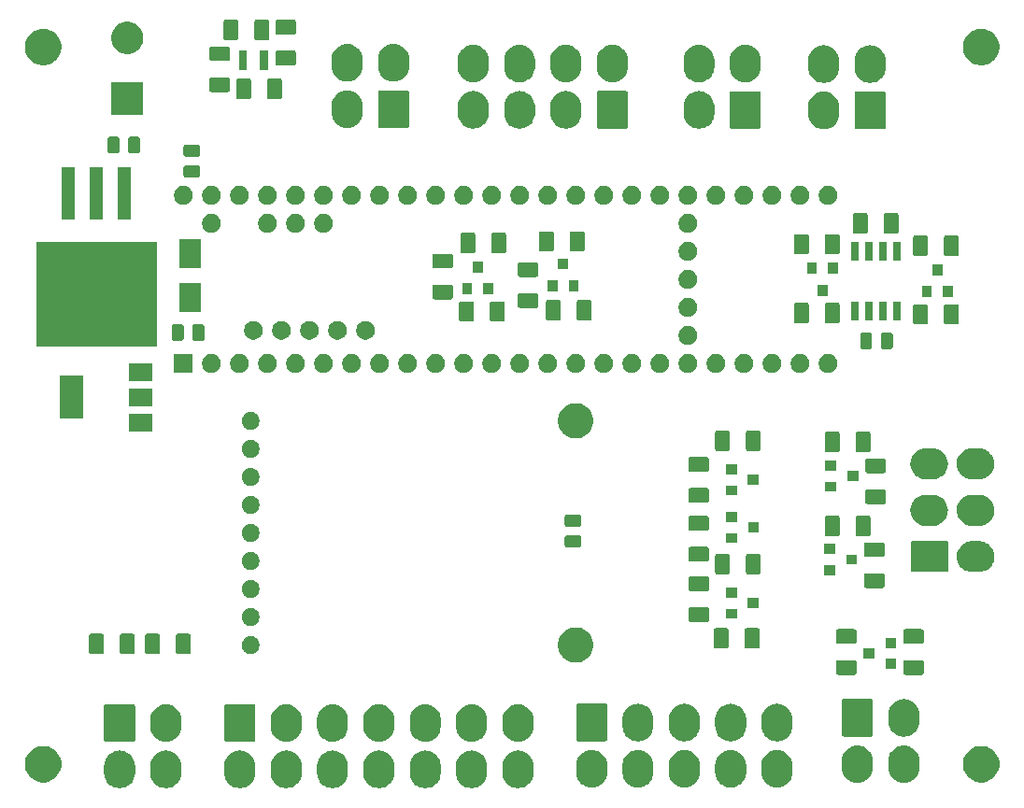
<source format=gbr>
G04 #@! TF.GenerationSoftware,KiCad,Pcbnew,(5.1.0)-1*
G04 #@! TF.CreationDate,2019-10-16T16:56:12+11:00*
G04 #@! TF.ProjectId,Teensy_Shield_Board,5465656e-7379-45f5-9368-69656c645f42,rev?*
G04 #@! TF.SameCoordinates,Original*
G04 #@! TF.FileFunction,Soldermask,Top*
G04 #@! TF.FilePolarity,Negative*
%FSLAX46Y46*%
G04 Gerber Fmt 4.6, Leading zero omitted, Abs format (unit mm)*
G04 Created by KiCad (PCBNEW (5.1.0)-1) date 2019-10-16 16:56:12*
%MOMM*%
%LPD*%
G04 APERTURE LIST*
%ADD10C,0.100000*%
G04 APERTURE END LIST*
D10*
G36*
X116549643Y-155844272D02*
G01*
X116745016Y-155903538D01*
X116813736Y-155924384D01*
X117043201Y-156047036D01*
X117057119Y-156054475D01*
X117098797Y-156088680D01*
X117270450Y-156229550D01*
X117404491Y-156392881D01*
X117445525Y-156442880D01*
X117445526Y-156442882D01*
X117575616Y-156686263D01*
X117596462Y-156754983D01*
X117655728Y-156950356D01*
X117655728Y-156950358D01*
X117671076Y-157106182D01*
X117676000Y-157156182D01*
X117676000Y-157893817D01*
X117655728Y-158099643D01*
X117645876Y-158132120D01*
X117575616Y-158363737D01*
X117452964Y-158593202D01*
X117445525Y-158607120D01*
X117420549Y-158637553D01*
X117270450Y-158820450D01*
X117112691Y-158949918D01*
X117057120Y-158995525D01*
X117057118Y-158995526D01*
X116813737Y-159125616D01*
X116745017Y-159146462D01*
X116549644Y-159205728D01*
X116275000Y-159232778D01*
X116000357Y-159205728D01*
X115804984Y-159146462D01*
X115736264Y-159125616D01*
X115492883Y-158995526D01*
X115492881Y-158995525D01*
X115451203Y-158961320D01*
X115279550Y-158820450D01*
X115129451Y-158637553D01*
X115104475Y-158607120D01*
X115097036Y-158593202D01*
X114974384Y-158363737D01*
X114904123Y-158132118D01*
X114894272Y-158099644D01*
X114874000Y-157893818D01*
X114874000Y-157156183D01*
X114878925Y-157106183D01*
X114894272Y-156950359D01*
X114894272Y-156950357D01*
X114974383Y-156686268D01*
X114974384Y-156686264D01*
X115104474Y-156442883D01*
X115104475Y-156442881D01*
X115145510Y-156392880D01*
X115279550Y-156229550D01*
X115453360Y-156086908D01*
X115492880Y-156054475D01*
X115506798Y-156047036D01*
X115736263Y-155924384D01*
X115804983Y-155903538D01*
X116000356Y-155844272D01*
X116275000Y-155817222D01*
X116549643Y-155844272D01*
X116549643Y-155844272D01*
G37*
G36*
X101449643Y-155844272D02*
G01*
X101645016Y-155903538D01*
X101713736Y-155924384D01*
X101943201Y-156047036D01*
X101957119Y-156054475D01*
X101998797Y-156088680D01*
X102170450Y-156229550D01*
X102304491Y-156392881D01*
X102345525Y-156442880D01*
X102345526Y-156442882D01*
X102475616Y-156686263D01*
X102496462Y-156754983D01*
X102555728Y-156950356D01*
X102555728Y-156950358D01*
X102571076Y-157106182D01*
X102576000Y-157156182D01*
X102576000Y-157893817D01*
X102555728Y-158099643D01*
X102545876Y-158132120D01*
X102475616Y-158363737D01*
X102352964Y-158593202D01*
X102345525Y-158607120D01*
X102320549Y-158637553D01*
X102170450Y-158820450D01*
X102012691Y-158949918D01*
X101957120Y-158995525D01*
X101957118Y-158995526D01*
X101713737Y-159125616D01*
X101645017Y-159146462D01*
X101449644Y-159205728D01*
X101175000Y-159232778D01*
X100900357Y-159205728D01*
X100704984Y-159146462D01*
X100636264Y-159125616D01*
X100392883Y-158995526D01*
X100392881Y-158995525D01*
X100351203Y-158961320D01*
X100179550Y-158820450D01*
X100029451Y-158637553D01*
X100004475Y-158607120D01*
X99997036Y-158593202D01*
X99874384Y-158363737D01*
X99804123Y-158132118D01*
X99794272Y-158099644D01*
X99774000Y-157893818D01*
X99774000Y-157156183D01*
X99778925Y-157106183D01*
X99794272Y-156950359D01*
X99794272Y-156950357D01*
X99874383Y-156686268D01*
X99874384Y-156686264D01*
X100004474Y-156442883D01*
X100004475Y-156442881D01*
X100045510Y-156392880D01*
X100179550Y-156229550D01*
X100353360Y-156086908D01*
X100392880Y-156054475D01*
X100406798Y-156047036D01*
X100636263Y-155924384D01*
X100704983Y-155903538D01*
X100900356Y-155844272D01*
X101175000Y-155817222D01*
X101449643Y-155844272D01*
X101449643Y-155844272D01*
G37*
G36*
X97249643Y-155844272D02*
G01*
X97445016Y-155903538D01*
X97513736Y-155924384D01*
X97743201Y-156047036D01*
X97757119Y-156054475D01*
X97798797Y-156088680D01*
X97970450Y-156229550D01*
X98104491Y-156392881D01*
X98145525Y-156442880D01*
X98145526Y-156442882D01*
X98275616Y-156686263D01*
X98296462Y-156754983D01*
X98355728Y-156950356D01*
X98355728Y-156950358D01*
X98371076Y-157106182D01*
X98376000Y-157156182D01*
X98376000Y-157893817D01*
X98355728Y-158099643D01*
X98345876Y-158132120D01*
X98275616Y-158363737D01*
X98152964Y-158593202D01*
X98145525Y-158607120D01*
X98120549Y-158637553D01*
X97970450Y-158820450D01*
X97812691Y-158949918D01*
X97757120Y-158995525D01*
X97757118Y-158995526D01*
X97513737Y-159125616D01*
X97445017Y-159146462D01*
X97249644Y-159205728D01*
X96975000Y-159232778D01*
X96700357Y-159205728D01*
X96504984Y-159146462D01*
X96436264Y-159125616D01*
X96192883Y-158995526D01*
X96192881Y-158995525D01*
X96151203Y-158961320D01*
X95979550Y-158820450D01*
X95829451Y-158637553D01*
X95804475Y-158607120D01*
X95797036Y-158593202D01*
X95674384Y-158363737D01*
X95604123Y-158132118D01*
X95594272Y-158099644D01*
X95574000Y-157893818D01*
X95574000Y-157156183D01*
X95578925Y-157106183D01*
X95594272Y-156950359D01*
X95594272Y-156950357D01*
X95674383Y-156686268D01*
X95674384Y-156686264D01*
X95804474Y-156442883D01*
X95804475Y-156442881D01*
X95845510Y-156392880D01*
X95979550Y-156229550D01*
X96153360Y-156086908D01*
X96192880Y-156054475D01*
X96206798Y-156047036D01*
X96436263Y-155924384D01*
X96504983Y-155903538D01*
X96700356Y-155844272D01*
X96975000Y-155817222D01*
X97249643Y-155844272D01*
X97249643Y-155844272D01*
G37*
G36*
X129149643Y-155844272D02*
G01*
X129345016Y-155903538D01*
X129413736Y-155924384D01*
X129643201Y-156047036D01*
X129657119Y-156054475D01*
X129698797Y-156088680D01*
X129870450Y-156229550D01*
X130004491Y-156392881D01*
X130045525Y-156442880D01*
X130045526Y-156442882D01*
X130175616Y-156686263D01*
X130196462Y-156754983D01*
X130255728Y-156950356D01*
X130255728Y-156950358D01*
X130271076Y-157106182D01*
X130276000Y-157156182D01*
X130276000Y-157893817D01*
X130255728Y-158099643D01*
X130245876Y-158132120D01*
X130175616Y-158363737D01*
X130052964Y-158593202D01*
X130045525Y-158607120D01*
X130020549Y-158637553D01*
X129870450Y-158820450D01*
X129712691Y-158949918D01*
X129657120Y-158995525D01*
X129657118Y-158995526D01*
X129413737Y-159125616D01*
X129345017Y-159146462D01*
X129149644Y-159205728D01*
X128875000Y-159232778D01*
X128600357Y-159205728D01*
X128404984Y-159146462D01*
X128336264Y-159125616D01*
X128092883Y-158995526D01*
X128092881Y-158995525D01*
X128051203Y-158961320D01*
X127879550Y-158820450D01*
X127729451Y-158637553D01*
X127704475Y-158607120D01*
X127697036Y-158593202D01*
X127574384Y-158363737D01*
X127504123Y-158132118D01*
X127494272Y-158099644D01*
X127474000Y-157893818D01*
X127474000Y-157156183D01*
X127478925Y-157106183D01*
X127494272Y-156950359D01*
X127494272Y-156950357D01*
X127574383Y-156686268D01*
X127574384Y-156686264D01*
X127704474Y-156442883D01*
X127704475Y-156442881D01*
X127745510Y-156392880D01*
X127879550Y-156229550D01*
X128053360Y-156086908D01*
X128092880Y-156054475D01*
X128106798Y-156047036D01*
X128336263Y-155924384D01*
X128404983Y-155903538D01*
X128600356Y-155844272D01*
X128875000Y-155817222D01*
X129149643Y-155844272D01*
X129149643Y-155844272D01*
G37*
G36*
X120749643Y-155844272D02*
G01*
X120945016Y-155903538D01*
X121013736Y-155924384D01*
X121243201Y-156047036D01*
X121257119Y-156054475D01*
X121298797Y-156088680D01*
X121470450Y-156229550D01*
X121604491Y-156392881D01*
X121645525Y-156442880D01*
X121645526Y-156442882D01*
X121775616Y-156686263D01*
X121796462Y-156754983D01*
X121855728Y-156950356D01*
X121855728Y-156950358D01*
X121871076Y-157106182D01*
X121876000Y-157156182D01*
X121876000Y-157893817D01*
X121855728Y-158099643D01*
X121845876Y-158132120D01*
X121775616Y-158363737D01*
X121652964Y-158593202D01*
X121645525Y-158607120D01*
X121620549Y-158637553D01*
X121470450Y-158820450D01*
X121312691Y-158949918D01*
X121257120Y-158995525D01*
X121257118Y-158995526D01*
X121013737Y-159125616D01*
X120945017Y-159146462D01*
X120749644Y-159205728D01*
X120475000Y-159232778D01*
X120200357Y-159205728D01*
X120004984Y-159146462D01*
X119936264Y-159125616D01*
X119692883Y-158995526D01*
X119692881Y-158995525D01*
X119651203Y-158961320D01*
X119479550Y-158820450D01*
X119329451Y-158637553D01*
X119304475Y-158607120D01*
X119297036Y-158593202D01*
X119174384Y-158363737D01*
X119104123Y-158132118D01*
X119094272Y-158099644D01*
X119074000Y-157893818D01*
X119074000Y-157156183D01*
X119078925Y-157106183D01*
X119094272Y-156950359D01*
X119094272Y-156950357D01*
X119174383Y-156686268D01*
X119174384Y-156686264D01*
X119304474Y-156442883D01*
X119304475Y-156442881D01*
X119345510Y-156392880D01*
X119479550Y-156229550D01*
X119653360Y-156086908D01*
X119692880Y-156054475D01*
X119706798Y-156047036D01*
X119936263Y-155924384D01*
X120004983Y-155903538D01*
X120200356Y-155844272D01*
X120475000Y-155817222D01*
X120749643Y-155844272D01*
X120749643Y-155844272D01*
G37*
G36*
X108149643Y-155844272D02*
G01*
X108345016Y-155903538D01*
X108413736Y-155924384D01*
X108643201Y-156047036D01*
X108657119Y-156054475D01*
X108698797Y-156088680D01*
X108870450Y-156229550D01*
X109004491Y-156392881D01*
X109045525Y-156442880D01*
X109045526Y-156442882D01*
X109175616Y-156686263D01*
X109196462Y-156754983D01*
X109255728Y-156950356D01*
X109255728Y-156950358D01*
X109271076Y-157106182D01*
X109276000Y-157156182D01*
X109276000Y-157893817D01*
X109255728Y-158099643D01*
X109245876Y-158132120D01*
X109175616Y-158363737D01*
X109052964Y-158593202D01*
X109045525Y-158607120D01*
X109020549Y-158637553D01*
X108870450Y-158820450D01*
X108712691Y-158949918D01*
X108657120Y-158995525D01*
X108657118Y-158995526D01*
X108413737Y-159125616D01*
X108345017Y-159146462D01*
X108149644Y-159205728D01*
X107875000Y-159232778D01*
X107600357Y-159205728D01*
X107404984Y-159146462D01*
X107336264Y-159125616D01*
X107092883Y-158995526D01*
X107092881Y-158995525D01*
X107051203Y-158961320D01*
X106879550Y-158820450D01*
X106729451Y-158637553D01*
X106704475Y-158607120D01*
X106697036Y-158593202D01*
X106574384Y-158363737D01*
X106504123Y-158132118D01*
X106494272Y-158099644D01*
X106474000Y-157893818D01*
X106474000Y-157156183D01*
X106478925Y-157106183D01*
X106494272Y-156950359D01*
X106494272Y-156950357D01*
X106574383Y-156686268D01*
X106574384Y-156686264D01*
X106704474Y-156442883D01*
X106704475Y-156442881D01*
X106745510Y-156392880D01*
X106879550Y-156229550D01*
X107053360Y-156086908D01*
X107092880Y-156054475D01*
X107106798Y-156047036D01*
X107336263Y-155924384D01*
X107404983Y-155903538D01*
X107600356Y-155844272D01*
X107875000Y-155817222D01*
X108149643Y-155844272D01*
X108149643Y-155844272D01*
G37*
G36*
X112349643Y-155844272D02*
G01*
X112545016Y-155903538D01*
X112613736Y-155924384D01*
X112843201Y-156047036D01*
X112857119Y-156054475D01*
X112898797Y-156088680D01*
X113070450Y-156229550D01*
X113204491Y-156392881D01*
X113245525Y-156442880D01*
X113245526Y-156442882D01*
X113375616Y-156686263D01*
X113396462Y-156754983D01*
X113455728Y-156950356D01*
X113455728Y-156950358D01*
X113471076Y-157106182D01*
X113476000Y-157156182D01*
X113476000Y-157893817D01*
X113455728Y-158099643D01*
X113445876Y-158132120D01*
X113375616Y-158363737D01*
X113252964Y-158593202D01*
X113245525Y-158607120D01*
X113220549Y-158637553D01*
X113070450Y-158820450D01*
X112912691Y-158949918D01*
X112857120Y-158995525D01*
X112857118Y-158995526D01*
X112613737Y-159125616D01*
X112545017Y-159146462D01*
X112349644Y-159205728D01*
X112075000Y-159232778D01*
X111800357Y-159205728D01*
X111604984Y-159146462D01*
X111536264Y-159125616D01*
X111292883Y-158995526D01*
X111292881Y-158995525D01*
X111251203Y-158961320D01*
X111079550Y-158820450D01*
X110929451Y-158637553D01*
X110904475Y-158607120D01*
X110897036Y-158593202D01*
X110774384Y-158363737D01*
X110704123Y-158132118D01*
X110694272Y-158099644D01*
X110674000Y-157893818D01*
X110674000Y-157156183D01*
X110678925Y-157106183D01*
X110694272Y-156950359D01*
X110694272Y-156950357D01*
X110774383Y-156686268D01*
X110774384Y-156686264D01*
X110904474Y-156442883D01*
X110904475Y-156442881D01*
X110945510Y-156392880D01*
X111079550Y-156229550D01*
X111253360Y-156086908D01*
X111292880Y-156054475D01*
X111306798Y-156047036D01*
X111536263Y-155924384D01*
X111604983Y-155903538D01*
X111800356Y-155844272D01*
X112075000Y-155817222D01*
X112349643Y-155844272D01*
X112349643Y-155844272D01*
G37*
G36*
X124949643Y-155844272D02*
G01*
X125145016Y-155903538D01*
X125213736Y-155924384D01*
X125443201Y-156047036D01*
X125457119Y-156054475D01*
X125498797Y-156088680D01*
X125670450Y-156229550D01*
X125804491Y-156392881D01*
X125845525Y-156442880D01*
X125845526Y-156442882D01*
X125975616Y-156686263D01*
X125996462Y-156754983D01*
X126055728Y-156950356D01*
X126055728Y-156950358D01*
X126071076Y-157106182D01*
X126076000Y-157156182D01*
X126076000Y-157893817D01*
X126055728Y-158099643D01*
X126045876Y-158132120D01*
X125975616Y-158363737D01*
X125852964Y-158593202D01*
X125845525Y-158607120D01*
X125820549Y-158637553D01*
X125670450Y-158820450D01*
X125512691Y-158949918D01*
X125457120Y-158995525D01*
X125457118Y-158995526D01*
X125213737Y-159125616D01*
X125145017Y-159146462D01*
X124949644Y-159205728D01*
X124675000Y-159232778D01*
X124400357Y-159205728D01*
X124204984Y-159146462D01*
X124136264Y-159125616D01*
X123892883Y-158995526D01*
X123892881Y-158995525D01*
X123851203Y-158961320D01*
X123679550Y-158820450D01*
X123529451Y-158637553D01*
X123504475Y-158607120D01*
X123497036Y-158593202D01*
X123374384Y-158363737D01*
X123304123Y-158132118D01*
X123294272Y-158099644D01*
X123274000Y-157893818D01*
X123274000Y-157156183D01*
X123278925Y-157106183D01*
X123294272Y-156950359D01*
X123294272Y-156950357D01*
X123374383Y-156686268D01*
X123374384Y-156686264D01*
X123504474Y-156442883D01*
X123504475Y-156442881D01*
X123545510Y-156392880D01*
X123679550Y-156229550D01*
X123853360Y-156086908D01*
X123892880Y-156054475D01*
X123906798Y-156047036D01*
X124136263Y-155924384D01*
X124204983Y-155903538D01*
X124400356Y-155844272D01*
X124675000Y-155817222D01*
X124949643Y-155844272D01*
X124949643Y-155844272D01*
G37*
G36*
X133349643Y-155844272D02*
G01*
X133545016Y-155903538D01*
X133613736Y-155924384D01*
X133843201Y-156047036D01*
X133857119Y-156054475D01*
X133898797Y-156088680D01*
X134070450Y-156229550D01*
X134204491Y-156392881D01*
X134245525Y-156442880D01*
X134245526Y-156442882D01*
X134375616Y-156686263D01*
X134396462Y-156754983D01*
X134455728Y-156950356D01*
X134455728Y-156950358D01*
X134471076Y-157106182D01*
X134476000Y-157156182D01*
X134476000Y-157893817D01*
X134455728Y-158099643D01*
X134445876Y-158132120D01*
X134375616Y-158363737D01*
X134252964Y-158593202D01*
X134245525Y-158607120D01*
X134220549Y-158637553D01*
X134070450Y-158820450D01*
X133912691Y-158949918D01*
X133857120Y-158995525D01*
X133857118Y-158995526D01*
X133613737Y-159125616D01*
X133545017Y-159146462D01*
X133349644Y-159205728D01*
X133075000Y-159232778D01*
X132800357Y-159205728D01*
X132604984Y-159146462D01*
X132536264Y-159125616D01*
X132292883Y-158995526D01*
X132292881Y-158995525D01*
X132251203Y-158961320D01*
X132079550Y-158820450D01*
X131929451Y-158637553D01*
X131904475Y-158607120D01*
X131897036Y-158593202D01*
X131774384Y-158363737D01*
X131704123Y-158132118D01*
X131694272Y-158099644D01*
X131674000Y-157893818D01*
X131674000Y-157156183D01*
X131678925Y-157106183D01*
X131694272Y-156950359D01*
X131694272Y-156950357D01*
X131774383Y-156686268D01*
X131774384Y-156686264D01*
X131904474Y-156442883D01*
X131904475Y-156442881D01*
X131945510Y-156392880D01*
X132079550Y-156229550D01*
X132253360Y-156086908D01*
X132292880Y-156054475D01*
X132306798Y-156047036D01*
X132536263Y-155924384D01*
X132604983Y-155903538D01*
X132800356Y-155844272D01*
X133075000Y-155817222D01*
X133349643Y-155844272D01*
X133349643Y-155844272D01*
G37*
G36*
X140024643Y-155794272D02*
G01*
X140189470Y-155844272D01*
X140288736Y-155874384D01*
X140463656Y-155967881D01*
X140532119Y-156004475D01*
X140573797Y-156038680D01*
X140745450Y-156179550D01*
X140888092Y-156353360D01*
X140920525Y-156392880D01*
X140920526Y-156392882D01*
X141050616Y-156636263D01*
X141064241Y-156681180D01*
X141130728Y-156900356D01*
X141135653Y-156950357D01*
X141151000Y-157106180D01*
X141151000Y-157843819D01*
X141146075Y-157893818D01*
X141130728Y-158049643D01*
X141071461Y-158245018D01*
X141050616Y-158313737D01*
X141023890Y-158363737D01*
X140920525Y-158557120D01*
X140879492Y-158607118D01*
X140745450Y-158770450D01*
X140587691Y-158899918D01*
X140532120Y-158945525D01*
X140532118Y-158945526D01*
X140288737Y-159075616D01*
X140220017Y-159096462D01*
X140024644Y-159155728D01*
X139750000Y-159182778D01*
X139475357Y-159155728D01*
X139279984Y-159096462D01*
X139211264Y-159075616D01*
X138967883Y-158945526D01*
X138967881Y-158945525D01*
X138926203Y-158911320D01*
X138754550Y-158770450D01*
X138611908Y-158596640D01*
X138579475Y-158557120D01*
X138476110Y-158363737D01*
X138449384Y-158313737D01*
X138394291Y-158132120D01*
X138369272Y-158049644D01*
X138353925Y-157893819D01*
X138349000Y-157843820D01*
X138349000Y-157106181D01*
X138364347Y-156950358D01*
X138369272Y-156900357D01*
X138449383Y-156636268D01*
X138449384Y-156636264D01*
X138579474Y-156392883D01*
X138579475Y-156392881D01*
X138613680Y-156351203D01*
X138754550Y-156179550D01*
X138928360Y-156036908D01*
X138967880Y-156004475D01*
X139036343Y-155967881D01*
X139211263Y-155874384D01*
X139310529Y-155844272D01*
X139475356Y-155794272D01*
X139750000Y-155767222D01*
X140024643Y-155794272D01*
X140024643Y-155794272D01*
G37*
G36*
X148424643Y-155794272D02*
G01*
X148589470Y-155844272D01*
X148688736Y-155874384D01*
X148863656Y-155967881D01*
X148932119Y-156004475D01*
X148973797Y-156038680D01*
X149145450Y-156179550D01*
X149288092Y-156353360D01*
X149320525Y-156392880D01*
X149320526Y-156392882D01*
X149450616Y-156636263D01*
X149464241Y-156681180D01*
X149530728Y-156900356D01*
X149535653Y-156950357D01*
X149551000Y-157106180D01*
X149551000Y-157843819D01*
X149546075Y-157893818D01*
X149530728Y-158049643D01*
X149471461Y-158245018D01*
X149450616Y-158313737D01*
X149423890Y-158363737D01*
X149320525Y-158557120D01*
X149279492Y-158607118D01*
X149145450Y-158770450D01*
X148987691Y-158899918D01*
X148932120Y-158945525D01*
X148932118Y-158945526D01*
X148688737Y-159075616D01*
X148620017Y-159096462D01*
X148424644Y-159155728D01*
X148150000Y-159182778D01*
X147875357Y-159155728D01*
X147679984Y-159096462D01*
X147611264Y-159075616D01*
X147367883Y-158945526D01*
X147367881Y-158945525D01*
X147326203Y-158911320D01*
X147154550Y-158770450D01*
X147011908Y-158596640D01*
X146979475Y-158557120D01*
X146876110Y-158363737D01*
X146849384Y-158313737D01*
X146794291Y-158132120D01*
X146769272Y-158049644D01*
X146753925Y-157893819D01*
X146749000Y-157843820D01*
X146749000Y-157106181D01*
X146764347Y-156950358D01*
X146769272Y-156900357D01*
X146849383Y-156636268D01*
X146849384Y-156636264D01*
X146979474Y-156392883D01*
X146979475Y-156392881D01*
X147013680Y-156351203D01*
X147154550Y-156179550D01*
X147328360Y-156036908D01*
X147367880Y-156004475D01*
X147436343Y-155967881D01*
X147611263Y-155874384D01*
X147710529Y-155844272D01*
X147875356Y-155794272D01*
X148150000Y-155767222D01*
X148424643Y-155794272D01*
X148424643Y-155794272D01*
G37*
G36*
X152624643Y-155794272D02*
G01*
X152789470Y-155844272D01*
X152888736Y-155874384D01*
X153063656Y-155967881D01*
X153132119Y-156004475D01*
X153173797Y-156038680D01*
X153345450Y-156179550D01*
X153488092Y-156353360D01*
X153520525Y-156392880D01*
X153520526Y-156392882D01*
X153650616Y-156636263D01*
X153664241Y-156681180D01*
X153730728Y-156900356D01*
X153735653Y-156950357D01*
X153751000Y-157106180D01*
X153751000Y-157843819D01*
X153746075Y-157893818D01*
X153730728Y-158049643D01*
X153671461Y-158245018D01*
X153650616Y-158313737D01*
X153623890Y-158363737D01*
X153520525Y-158557120D01*
X153479492Y-158607118D01*
X153345450Y-158770450D01*
X153187691Y-158899918D01*
X153132120Y-158945525D01*
X153132118Y-158945526D01*
X152888737Y-159075616D01*
X152820017Y-159096462D01*
X152624644Y-159155728D01*
X152350000Y-159182778D01*
X152075357Y-159155728D01*
X151879984Y-159096462D01*
X151811264Y-159075616D01*
X151567883Y-158945526D01*
X151567881Y-158945525D01*
X151526203Y-158911320D01*
X151354550Y-158770450D01*
X151211908Y-158596640D01*
X151179475Y-158557120D01*
X151076110Y-158363737D01*
X151049384Y-158313737D01*
X150994291Y-158132120D01*
X150969272Y-158049644D01*
X150953925Y-157893819D01*
X150949000Y-157843820D01*
X150949000Y-157106181D01*
X150964347Y-156950358D01*
X150969272Y-156900357D01*
X151049383Y-156636268D01*
X151049384Y-156636264D01*
X151179474Y-156392883D01*
X151179475Y-156392881D01*
X151213680Y-156351203D01*
X151354550Y-156179550D01*
X151528360Y-156036908D01*
X151567880Y-156004475D01*
X151636343Y-155967881D01*
X151811263Y-155874384D01*
X151910529Y-155844272D01*
X152075356Y-155794272D01*
X152350000Y-155767222D01*
X152624643Y-155794272D01*
X152624643Y-155794272D01*
G37*
G36*
X144224643Y-155794272D02*
G01*
X144389470Y-155844272D01*
X144488736Y-155874384D01*
X144663656Y-155967881D01*
X144732119Y-156004475D01*
X144773797Y-156038680D01*
X144945450Y-156179550D01*
X145088092Y-156353360D01*
X145120525Y-156392880D01*
X145120526Y-156392882D01*
X145250616Y-156636263D01*
X145264241Y-156681180D01*
X145330728Y-156900356D01*
X145335653Y-156950357D01*
X145351000Y-157106180D01*
X145351000Y-157843819D01*
X145346075Y-157893818D01*
X145330728Y-158049643D01*
X145271461Y-158245018D01*
X145250616Y-158313737D01*
X145223890Y-158363737D01*
X145120525Y-158557120D01*
X145079492Y-158607118D01*
X144945450Y-158770450D01*
X144787691Y-158899918D01*
X144732120Y-158945525D01*
X144732118Y-158945526D01*
X144488737Y-159075616D01*
X144420017Y-159096462D01*
X144224644Y-159155728D01*
X143950000Y-159182778D01*
X143675357Y-159155728D01*
X143479984Y-159096462D01*
X143411264Y-159075616D01*
X143167883Y-158945526D01*
X143167881Y-158945525D01*
X143126203Y-158911320D01*
X142954550Y-158770450D01*
X142811908Y-158596640D01*
X142779475Y-158557120D01*
X142676110Y-158363737D01*
X142649384Y-158313737D01*
X142594291Y-158132120D01*
X142569272Y-158049644D01*
X142553925Y-157893819D01*
X142549000Y-157843820D01*
X142549000Y-157106181D01*
X142564347Y-156950358D01*
X142569272Y-156900357D01*
X142649383Y-156636268D01*
X142649384Y-156636264D01*
X142779474Y-156392883D01*
X142779475Y-156392881D01*
X142813680Y-156351203D01*
X142954550Y-156179550D01*
X143128360Y-156036908D01*
X143167880Y-156004475D01*
X143236343Y-155967881D01*
X143411263Y-155874384D01*
X143510529Y-155844272D01*
X143675356Y-155794272D01*
X143950000Y-155767222D01*
X144224643Y-155794272D01*
X144224643Y-155794272D01*
G37*
G36*
X156824643Y-155794272D02*
G01*
X156989470Y-155844272D01*
X157088736Y-155874384D01*
X157263656Y-155967881D01*
X157332119Y-156004475D01*
X157373797Y-156038680D01*
X157545450Y-156179550D01*
X157688092Y-156353360D01*
X157720525Y-156392880D01*
X157720526Y-156392882D01*
X157850616Y-156636263D01*
X157864241Y-156681180D01*
X157930728Y-156900356D01*
X157935653Y-156950357D01*
X157951000Y-157106180D01*
X157951000Y-157843819D01*
X157946075Y-157893818D01*
X157930728Y-158049643D01*
X157871461Y-158245018D01*
X157850616Y-158313737D01*
X157823890Y-158363737D01*
X157720525Y-158557120D01*
X157679492Y-158607118D01*
X157545450Y-158770450D01*
X157387691Y-158899918D01*
X157332120Y-158945525D01*
X157332118Y-158945526D01*
X157088737Y-159075616D01*
X157020017Y-159096462D01*
X156824644Y-159155728D01*
X156550000Y-159182778D01*
X156275357Y-159155728D01*
X156079984Y-159096462D01*
X156011264Y-159075616D01*
X155767883Y-158945526D01*
X155767881Y-158945525D01*
X155726203Y-158911320D01*
X155554550Y-158770450D01*
X155411908Y-158596640D01*
X155379475Y-158557120D01*
X155276110Y-158363737D01*
X155249384Y-158313737D01*
X155194291Y-158132120D01*
X155169272Y-158049644D01*
X155153925Y-157893819D01*
X155149000Y-157843820D01*
X155149000Y-157106181D01*
X155164347Y-156950358D01*
X155169272Y-156900357D01*
X155249383Y-156636268D01*
X155249384Y-156636264D01*
X155379474Y-156392883D01*
X155379475Y-156392881D01*
X155413680Y-156351203D01*
X155554550Y-156179550D01*
X155728360Y-156036908D01*
X155767880Y-156004475D01*
X155836343Y-155967881D01*
X156011263Y-155874384D01*
X156110529Y-155844272D01*
X156275356Y-155794272D01*
X156550000Y-155767222D01*
X156824643Y-155794272D01*
X156824643Y-155794272D01*
G37*
G36*
X164111643Y-155369272D02*
G01*
X164209642Y-155399000D01*
X164375736Y-155449384D01*
X164605201Y-155572036D01*
X164619119Y-155579475D01*
X164660797Y-155613680D01*
X164832450Y-155754550D01*
X164971828Y-155924384D01*
X165007525Y-155967880D01*
X165007526Y-155967882D01*
X165137616Y-156211263D01*
X165143164Y-156229552D01*
X165217728Y-156475356D01*
X165238000Y-156681182D01*
X165238000Y-157418817D01*
X165217728Y-157624643D01*
X165158461Y-157820018D01*
X165137616Y-157888737D01*
X165051611Y-158049641D01*
X165007525Y-158132120D01*
X164961918Y-158187691D01*
X164832450Y-158345450D01*
X164674691Y-158474918D01*
X164619120Y-158520525D01*
X164619118Y-158520526D01*
X164375737Y-158650616D01*
X164307017Y-158671462D01*
X164111644Y-158730728D01*
X163837000Y-158757778D01*
X163562357Y-158730728D01*
X163366984Y-158671462D01*
X163298264Y-158650616D01*
X163054883Y-158520526D01*
X163054881Y-158520525D01*
X163013203Y-158486320D01*
X162841550Y-158345450D01*
X162698908Y-158171640D01*
X162666475Y-158132120D01*
X162622389Y-158049641D01*
X162536384Y-157888737D01*
X162515538Y-157820017D01*
X162456272Y-157624644D01*
X162436000Y-157418818D01*
X162436000Y-156681183D01*
X162456272Y-156475357D01*
X162519186Y-156267958D01*
X162536384Y-156211264D01*
X162666474Y-155967883D01*
X162666475Y-155967881D01*
X162702173Y-155924383D01*
X162841550Y-155754550D01*
X163015360Y-155611908D01*
X163054880Y-155579475D01*
X163068798Y-155572036D01*
X163298263Y-155449384D01*
X163464357Y-155399000D01*
X163562356Y-155369272D01*
X163837000Y-155342222D01*
X164111643Y-155369272D01*
X164111643Y-155369272D01*
G37*
G36*
X168311643Y-155369272D02*
G01*
X168409642Y-155399000D01*
X168575736Y-155449384D01*
X168805201Y-155572036D01*
X168819119Y-155579475D01*
X168860797Y-155613680D01*
X169032450Y-155754550D01*
X169171828Y-155924384D01*
X169207525Y-155967880D01*
X169207526Y-155967882D01*
X169337616Y-156211263D01*
X169343164Y-156229552D01*
X169417728Y-156475356D01*
X169438000Y-156681182D01*
X169438000Y-157418817D01*
X169417728Y-157624643D01*
X169358461Y-157820018D01*
X169337616Y-157888737D01*
X169251611Y-158049641D01*
X169207525Y-158132120D01*
X169161918Y-158187691D01*
X169032450Y-158345450D01*
X168874691Y-158474918D01*
X168819120Y-158520525D01*
X168819118Y-158520526D01*
X168575737Y-158650616D01*
X168507017Y-158671462D01*
X168311644Y-158730728D01*
X168037000Y-158757778D01*
X167762357Y-158730728D01*
X167566984Y-158671462D01*
X167498264Y-158650616D01*
X167254883Y-158520526D01*
X167254881Y-158520525D01*
X167213203Y-158486320D01*
X167041550Y-158345450D01*
X166898908Y-158171640D01*
X166866475Y-158132120D01*
X166822389Y-158049641D01*
X166736384Y-157888737D01*
X166715538Y-157820017D01*
X166656272Y-157624644D01*
X166636000Y-157418818D01*
X166636000Y-156681183D01*
X166656272Y-156475357D01*
X166719186Y-156267958D01*
X166736384Y-156211264D01*
X166866474Y-155967883D01*
X166866475Y-155967881D01*
X166902173Y-155924383D01*
X167041550Y-155754550D01*
X167215360Y-155611908D01*
X167254880Y-155579475D01*
X167268798Y-155572036D01*
X167498263Y-155449384D01*
X167664357Y-155399000D01*
X167762356Y-155369272D01*
X168037000Y-155342222D01*
X168311643Y-155369272D01*
X168311643Y-155369272D01*
G37*
G36*
X90425256Y-155441298D02*
G01*
X90531579Y-155462447D01*
X90744037Y-155550450D01*
X90814110Y-155579475D01*
X90832042Y-155586903D01*
X91102451Y-155767585D01*
X91332415Y-155997549D01*
X91513097Y-156267958D01*
X91637553Y-156568421D01*
X91701000Y-156887391D01*
X91701000Y-157212609D01*
X91637553Y-157531579D01*
X91513097Y-157832042D01*
X91332415Y-158102451D01*
X91102451Y-158332415D01*
X90832042Y-158513097D01*
X90832041Y-158513098D01*
X90832040Y-158513098D01*
X90814107Y-158520526D01*
X90531579Y-158637553D01*
X90425256Y-158658702D01*
X90212611Y-158701000D01*
X89887389Y-158701000D01*
X89674744Y-158658702D01*
X89568421Y-158637553D01*
X89285893Y-158520526D01*
X89267960Y-158513098D01*
X89267959Y-158513098D01*
X89267958Y-158513097D01*
X88997549Y-158332415D01*
X88767585Y-158102451D01*
X88586903Y-157832042D01*
X88462447Y-157531579D01*
X88399000Y-157212609D01*
X88399000Y-156887391D01*
X88462447Y-156568421D01*
X88586903Y-156267958D01*
X88767585Y-155997549D01*
X88997549Y-155767585D01*
X89267958Y-155586903D01*
X89285891Y-155579475D01*
X89355963Y-155550450D01*
X89568421Y-155462447D01*
X89674744Y-155441298D01*
X89887389Y-155399000D01*
X90212611Y-155399000D01*
X90425256Y-155441298D01*
X90425256Y-155441298D01*
G37*
G36*
X175425256Y-155441298D02*
G01*
X175531579Y-155462447D01*
X175744037Y-155550450D01*
X175814110Y-155579475D01*
X175832042Y-155586903D01*
X176102451Y-155767585D01*
X176332415Y-155997549D01*
X176513097Y-156267958D01*
X176637553Y-156568421D01*
X176701000Y-156887391D01*
X176701000Y-157212609D01*
X176637553Y-157531579D01*
X176513097Y-157832042D01*
X176332415Y-158102451D01*
X176102451Y-158332415D01*
X175832042Y-158513097D01*
X175832041Y-158513098D01*
X175832040Y-158513098D01*
X175814107Y-158520526D01*
X175531579Y-158637553D01*
X175425256Y-158658702D01*
X175212611Y-158701000D01*
X174887389Y-158701000D01*
X174674744Y-158658702D01*
X174568421Y-158637553D01*
X174285893Y-158520526D01*
X174267960Y-158513098D01*
X174267959Y-158513098D01*
X174267958Y-158513097D01*
X173997549Y-158332415D01*
X173767585Y-158102451D01*
X173586903Y-157832042D01*
X173462447Y-157531579D01*
X173399000Y-157212609D01*
X173399000Y-156887391D01*
X173462447Y-156568421D01*
X173586903Y-156267958D01*
X173767585Y-155997549D01*
X173997549Y-155767585D01*
X174267958Y-155586903D01*
X174285891Y-155579475D01*
X174355963Y-155550450D01*
X174568421Y-155462447D01*
X174674744Y-155441298D01*
X174887389Y-155399000D01*
X175212611Y-155399000D01*
X175425256Y-155441298D01*
X175425256Y-155441298D01*
G37*
G36*
X124949643Y-151644272D02*
G01*
X125136547Y-151700969D01*
X125213736Y-151724384D01*
X125443201Y-151847036D01*
X125457119Y-151854475D01*
X125492419Y-151883445D01*
X125670450Y-152029550D01*
X125804491Y-152192881D01*
X125845525Y-152242880D01*
X125845526Y-152242882D01*
X125975616Y-152486263D01*
X125996462Y-152554983D01*
X126055728Y-152750356D01*
X126055728Y-152750358D01*
X126071076Y-152906182D01*
X126076000Y-152956182D01*
X126076000Y-153693817D01*
X126055728Y-153899643D01*
X126045876Y-153932120D01*
X125975616Y-154163737D01*
X125856137Y-154387266D01*
X125845525Y-154407120D01*
X125831646Y-154424031D01*
X125670450Y-154620450D01*
X125512691Y-154749918D01*
X125457120Y-154795525D01*
X125457118Y-154795526D01*
X125213737Y-154925616D01*
X125145017Y-154946462D01*
X124949644Y-155005728D01*
X124675000Y-155032778D01*
X124400357Y-155005728D01*
X124204984Y-154946462D01*
X124136264Y-154925616D01*
X123892883Y-154795526D01*
X123892881Y-154795525D01*
X123851203Y-154761320D01*
X123679550Y-154620450D01*
X123518354Y-154424031D01*
X123504475Y-154407120D01*
X123493863Y-154387266D01*
X123374384Y-154163737D01*
X123304123Y-153932118D01*
X123294272Y-153899644D01*
X123274000Y-153693818D01*
X123274000Y-152956183D01*
X123278925Y-152906183D01*
X123294272Y-152750359D01*
X123294272Y-152750357D01*
X123374383Y-152486268D01*
X123374384Y-152486264D01*
X123504474Y-152242883D01*
X123504475Y-152242881D01*
X123545510Y-152192880D01*
X123679550Y-152029550D01*
X123853360Y-151886908D01*
X123892880Y-151854475D01*
X123906798Y-151847036D01*
X124136263Y-151724384D01*
X124213452Y-151700969D01*
X124400356Y-151644272D01*
X124675000Y-151617222D01*
X124949643Y-151644272D01*
X124949643Y-151644272D01*
G37*
G36*
X133349643Y-151644272D02*
G01*
X133536547Y-151700969D01*
X133613736Y-151724384D01*
X133843201Y-151847036D01*
X133857119Y-151854475D01*
X133892419Y-151883445D01*
X134070450Y-152029550D01*
X134204491Y-152192881D01*
X134245525Y-152242880D01*
X134245526Y-152242882D01*
X134375616Y-152486263D01*
X134396462Y-152554983D01*
X134455728Y-152750356D01*
X134455728Y-152750358D01*
X134471076Y-152906182D01*
X134476000Y-152956182D01*
X134476000Y-153693817D01*
X134455728Y-153899643D01*
X134445876Y-153932120D01*
X134375616Y-154163737D01*
X134256137Y-154387266D01*
X134245525Y-154407120D01*
X134231646Y-154424031D01*
X134070450Y-154620450D01*
X133912691Y-154749918D01*
X133857120Y-154795525D01*
X133857118Y-154795526D01*
X133613737Y-154925616D01*
X133545017Y-154946462D01*
X133349644Y-155005728D01*
X133075000Y-155032778D01*
X132800357Y-155005728D01*
X132604984Y-154946462D01*
X132536264Y-154925616D01*
X132292883Y-154795526D01*
X132292881Y-154795525D01*
X132251203Y-154761320D01*
X132079550Y-154620450D01*
X131918354Y-154424031D01*
X131904475Y-154407120D01*
X131893863Y-154387266D01*
X131774384Y-154163737D01*
X131704123Y-153932118D01*
X131694272Y-153899644D01*
X131674000Y-153693818D01*
X131674000Y-152956183D01*
X131678925Y-152906183D01*
X131694272Y-152750359D01*
X131694272Y-152750357D01*
X131774383Y-152486268D01*
X131774384Y-152486264D01*
X131904474Y-152242883D01*
X131904475Y-152242881D01*
X131945510Y-152192880D01*
X132079550Y-152029550D01*
X132253360Y-151886908D01*
X132292880Y-151854475D01*
X132306798Y-151847036D01*
X132536263Y-151724384D01*
X132613452Y-151700969D01*
X132800356Y-151644272D01*
X133075000Y-151617222D01*
X133349643Y-151644272D01*
X133349643Y-151644272D01*
G37*
G36*
X129149643Y-151644272D02*
G01*
X129336547Y-151700969D01*
X129413736Y-151724384D01*
X129643201Y-151847036D01*
X129657119Y-151854475D01*
X129692419Y-151883445D01*
X129870450Y-152029550D01*
X130004491Y-152192881D01*
X130045525Y-152242880D01*
X130045526Y-152242882D01*
X130175616Y-152486263D01*
X130196462Y-152554983D01*
X130255728Y-152750356D01*
X130255728Y-152750358D01*
X130271076Y-152906182D01*
X130276000Y-152956182D01*
X130276000Y-153693817D01*
X130255728Y-153899643D01*
X130245876Y-153932120D01*
X130175616Y-154163737D01*
X130056137Y-154387266D01*
X130045525Y-154407120D01*
X130031646Y-154424031D01*
X129870450Y-154620450D01*
X129712691Y-154749918D01*
X129657120Y-154795525D01*
X129657118Y-154795526D01*
X129413737Y-154925616D01*
X129345017Y-154946462D01*
X129149644Y-155005728D01*
X128875000Y-155032778D01*
X128600357Y-155005728D01*
X128404984Y-154946462D01*
X128336264Y-154925616D01*
X128092883Y-154795526D01*
X128092881Y-154795525D01*
X128051203Y-154761320D01*
X127879550Y-154620450D01*
X127718354Y-154424031D01*
X127704475Y-154407120D01*
X127693863Y-154387266D01*
X127574384Y-154163737D01*
X127504123Y-153932118D01*
X127494272Y-153899644D01*
X127474000Y-153693818D01*
X127474000Y-152956183D01*
X127478925Y-152906183D01*
X127494272Y-152750359D01*
X127494272Y-152750357D01*
X127574383Y-152486268D01*
X127574384Y-152486264D01*
X127704474Y-152242883D01*
X127704475Y-152242881D01*
X127745510Y-152192880D01*
X127879550Y-152029550D01*
X128053360Y-151886908D01*
X128092880Y-151854475D01*
X128106798Y-151847036D01*
X128336263Y-151724384D01*
X128413452Y-151700969D01*
X128600356Y-151644272D01*
X128875000Y-151617222D01*
X129149643Y-151644272D01*
X129149643Y-151644272D01*
G37*
G36*
X112349643Y-151644272D02*
G01*
X112536547Y-151700969D01*
X112613736Y-151724384D01*
X112843201Y-151847036D01*
X112857119Y-151854475D01*
X112892419Y-151883445D01*
X113070450Y-152029550D01*
X113204491Y-152192881D01*
X113245525Y-152242880D01*
X113245526Y-152242882D01*
X113375616Y-152486263D01*
X113396462Y-152554983D01*
X113455728Y-152750356D01*
X113455728Y-152750358D01*
X113471076Y-152906182D01*
X113476000Y-152956182D01*
X113476000Y-153693817D01*
X113455728Y-153899643D01*
X113445876Y-153932120D01*
X113375616Y-154163737D01*
X113256137Y-154387266D01*
X113245525Y-154407120D01*
X113231646Y-154424031D01*
X113070450Y-154620450D01*
X112912691Y-154749918D01*
X112857120Y-154795525D01*
X112857118Y-154795526D01*
X112613737Y-154925616D01*
X112545017Y-154946462D01*
X112349644Y-155005728D01*
X112075000Y-155032778D01*
X111800357Y-155005728D01*
X111604984Y-154946462D01*
X111536264Y-154925616D01*
X111292883Y-154795526D01*
X111292881Y-154795525D01*
X111251203Y-154761320D01*
X111079550Y-154620450D01*
X110918354Y-154424031D01*
X110904475Y-154407120D01*
X110893863Y-154387266D01*
X110774384Y-154163737D01*
X110704123Y-153932118D01*
X110694272Y-153899644D01*
X110674000Y-153693818D01*
X110674000Y-152956183D01*
X110678925Y-152906183D01*
X110694272Y-152750359D01*
X110694272Y-152750357D01*
X110774383Y-152486268D01*
X110774384Y-152486264D01*
X110904474Y-152242883D01*
X110904475Y-152242881D01*
X110945510Y-152192880D01*
X111079550Y-152029550D01*
X111253360Y-151886908D01*
X111292880Y-151854475D01*
X111306798Y-151847036D01*
X111536263Y-151724384D01*
X111613452Y-151700969D01*
X111800356Y-151644272D01*
X112075000Y-151617222D01*
X112349643Y-151644272D01*
X112349643Y-151644272D01*
G37*
G36*
X101449643Y-151644272D02*
G01*
X101636547Y-151700969D01*
X101713736Y-151724384D01*
X101943201Y-151847036D01*
X101957119Y-151854475D01*
X101992419Y-151883445D01*
X102170450Y-152029550D01*
X102304491Y-152192881D01*
X102345525Y-152242880D01*
X102345526Y-152242882D01*
X102475616Y-152486263D01*
X102496462Y-152554983D01*
X102555728Y-152750356D01*
X102555728Y-152750358D01*
X102571076Y-152906182D01*
X102576000Y-152956182D01*
X102576000Y-153693817D01*
X102555728Y-153899643D01*
X102545876Y-153932120D01*
X102475616Y-154163737D01*
X102356137Y-154387266D01*
X102345525Y-154407120D01*
X102331646Y-154424031D01*
X102170450Y-154620450D01*
X102012691Y-154749918D01*
X101957120Y-154795525D01*
X101957118Y-154795526D01*
X101713737Y-154925616D01*
X101645017Y-154946462D01*
X101449644Y-155005728D01*
X101175000Y-155032778D01*
X100900357Y-155005728D01*
X100704984Y-154946462D01*
X100636264Y-154925616D01*
X100392883Y-154795526D01*
X100392881Y-154795525D01*
X100351203Y-154761320D01*
X100179550Y-154620450D01*
X100018354Y-154424031D01*
X100004475Y-154407120D01*
X99993863Y-154387266D01*
X99874384Y-154163737D01*
X99804123Y-153932118D01*
X99794272Y-153899644D01*
X99774000Y-153693818D01*
X99774000Y-152956183D01*
X99778925Y-152906183D01*
X99794272Y-152750359D01*
X99794272Y-152750357D01*
X99874383Y-152486268D01*
X99874384Y-152486264D01*
X100004474Y-152242883D01*
X100004475Y-152242881D01*
X100045510Y-152192880D01*
X100179550Y-152029550D01*
X100353360Y-151886908D01*
X100392880Y-151854475D01*
X100406798Y-151847036D01*
X100636263Y-151724384D01*
X100713452Y-151700969D01*
X100900356Y-151644272D01*
X101175000Y-151617222D01*
X101449643Y-151644272D01*
X101449643Y-151644272D01*
G37*
G36*
X120749643Y-151644272D02*
G01*
X120936547Y-151700969D01*
X121013736Y-151724384D01*
X121243201Y-151847036D01*
X121257119Y-151854475D01*
X121292419Y-151883445D01*
X121470450Y-152029550D01*
X121604491Y-152192881D01*
X121645525Y-152242880D01*
X121645526Y-152242882D01*
X121775616Y-152486263D01*
X121796462Y-152554983D01*
X121855728Y-152750356D01*
X121855728Y-152750358D01*
X121871076Y-152906182D01*
X121876000Y-152956182D01*
X121876000Y-153693817D01*
X121855728Y-153899643D01*
X121845876Y-153932120D01*
X121775616Y-154163737D01*
X121656137Y-154387266D01*
X121645525Y-154407120D01*
X121631646Y-154424031D01*
X121470450Y-154620450D01*
X121312691Y-154749918D01*
X121257120Y-154795525D01*
X121257118Y-154795526D01*
X121013737Y-154925616D01*
X120945017Y-154946462D01*
X120749644Y-155005728D01*
X120475000Y-155032778D01*
X120200357Y-155005728D01*
X120004984Y-154946462D01*
X119936264Y-154925616D01*
X119692883Y-154795526D01*
X119692881Y-154795525D01*
X119651203Y-154761320D01*
X119479550Y-154620450D01*
X119318354Y-154424031D01*
X119304475Y-154407120D01*
X119293863Y-154387266D01*
X119174384Y-154163737D01*
X119104123Y-153932118D01*
X119094272Y-153899644D01*
X119074000Y-153693818D01*
X119074000Y-152956183D01*
X119078925Y-152906183D01*
X119094272Y-152750359D01*
X119094272Y-152750357D01*
X119174383Y-152486268D01*
X119174384Y-152486264D01*
X119304474Y-152242883D01*
X119304475Y-152242881D01*
X119345510Y-152192880D01*
X119479550Y-152029550D01*
X119653360Y-151886908D01*
X119692880Y-151854475D01*
X119706798Y-151847036D01*
X119936263Y-151724384D01*
X120013452Y-151700969D01*
X120200356Y-151644272D01*
X120475000Y-151617222D01*
X120749643Y-151644272D01*
X120749643Y-151644272D01*
G37*
G36*
X116549643Y-151644272D02*
G01*
X116736547Y-151700969D01*
X116813736Y-151724384D01*
X117043201Y-151847036D01*
X117057119Y-151854475D01*
X117092419Y-151883445D01*
X117270450Y-152029550D01*
X117404491Y-152192881D01*
X117445525Y-152242880D01*
X117445526Y-152242882D01*
X117575616Y-152486263D01*
X117596462Y-152554983D01*
X117655728Y-152750356D01*
X117655728Y-152750358D01*
X117671076Y-152906182D01*
X117676000Y-152956182D01*
X117676000Y-153693817D01*
X117655728Y-153899643D01*
X117645876Y-153932120D01*
X117575616Y-154163737D01*
X117456137Y-154387266D01*
X117445525Y-154407120D01*
X117431646Y-154424031D01*
X117270450Y-154620450D01*
X117112691Y-154749918D01*
X117057120Y-154795525D01*
X117057118Y-154795526D01*
X116813737Y-154925616D01*
X116745017Y-154946462D01*
X116549644Y-155005728D01*
X116275000Y-155032778D01*
X116000357Y-155005728D01*
X115804984Y-154946462D01*
X115736264Y-154925616D01*
X115492883Y-154795526D01*
X115492881Y-154795525D01*
X115451203Y-154761320D01*
X115279550Y-154620450D01*
X115118354Y-154424031D01*
X115104475Y-154407120D01*
X115093863Y-154387266D01*
X114974384Y-154163737D01*
X114904123Y-153932118D01*
X114894272Y-153899644D01*
X114874000Y-153693818D01*
X114874000Y-152956183D01*
X114878925Y-152906183D01*
X114894272Y-152750359D01*
X114894272Y-152750357D01*
X114974383Y-152486268D01*
X114974384Y-152486264D01*
X115104474Y-152242883D01*
X115104475Y-152242881D01*
X115145510Y-152192880D01*
X115279550Y-152029550D01*
X115453360Y-151886908D01*
X115492880Y-151854475D01*
X115506798Y-151847036D01*
X115736263Y-151724384D01*
X115813452Y-151700969D01*
X116000356Y-151644272D01*
X116275000Y-151617222D01*
X116549643Y-151644272D01*
X116549643Y-151644272D01*
G37*
G36*
X98249031Y-151627621D02*
G01*
X98278486Y-151636556D01*
X98305623Y-151651062D01*
X98329414Y-151670586D01*
X98348938Y-151694377D01*
X98363444Y-151721514D01*
X98372379Y-151750969D01*
X98376000Y-151787734D01*
X98376000Y-154862266D01*
X98372379Y-154899031D01*
X98363444Y-154928486D01*
X98348938Y-154955623D01*
X98329414Y-154979414D01*
X98305623Y-154998938D01*
X98278486Y-155013444D01*
X98249031Y-155022379D01*
X98212266Y-155026000D01*
X95737734Y-155026000D01*
X95700969Y-155022379D01*
X95671514Y-155013444D01*
X95644377Y-154998938D01*
X95620586Y-154979414D01*
X95601062Y-154955623D01*
X95586556Y-154928486D01*
X95577621Y-154899031D01*
X95574000Y-154862266D01*
X95574000Y-151787734D01*
X95577621Y-151750969D01*
X95586556Y-151721514D01*
X95601062Y-151694377D01*
X95620586Y-151670586D01*
X95644377Y-151651062D01*
X95671514Y-151636556D01*
X95700969Y-151627621D01*
X95737734Y-151624000D01*
X98212266Y-151624000D01*
X98249031Y-151627621D01*
X98249031Y-151627621D01*
G37*
G36*
X109149031Y-151627621D02*
G01*
X109178486Y-151636556D01*
X109205623Y-151651062D01*
X109229414Y-151670586D01*
X109248938Y-151694377D01*
X109263444Y-151721514D01*
X109272379Y-151750969D01*
X109276000Y-151787734D01*
X109276000Y-154862266D01*
X109272379Y-154899031D01*
X109263444Y-154928486D01*
X109248938Y-154955623D01*
X109229414Y-154979414D01*
X109205623Y-154998938D01*
X109178486Y-155013444D01*
X109149031Y-155022379D01*
X109112266Y-155026000D01*
X106637734Y-155026000D01*
X106600969Y-155022379D01*
X106571514Y-155013444D01*
X106544377Y-154998938D01*
X106520586Y-154979414D01*
X106501062Y-154955623D01*
X106486556Y-154928486D01*
X106477621Y-154899031D01*
X106474000Y-154862266D01*
X106474000Y-151787734D01*
X106477621Y-151750969D01*
X106486556Y-151721514D01*
X106501062Y-151694377D01*
X106520586Y-151670586D01*
X106544377Y-151651062D01*
X106571514Y-151636556D01*
X106600969Y-151627621D01*
X106637734Y-151624000D01*
X109112266Y-151624000D01*
X109149031Y-151627621D01*
X109149031Y-151627621D01*
G37*
G36*
X152624643Y-151594272D02*
G01*
X152811853Y-151651062D01*
X152888736Y-151674384D01*
X153063656Y-151767881D01*
X153132119Y-151804475D01*
X153166669Y-151832830D01*
X153345450Y-151979550D01*
X153488092Y-152153360D01*
X153520525Y-152192880D01*
X153520526Y-152192882D01*
X153650616Y-152436263D01*
X153664241Y-152481180D01*
X153730728Y-152700356D01*
X153735653Y-152750357D01*
X153751000Y-152906180D01*
X153751000Y-153643819D01*
X153746075Y-153693818D01*
X153730728Y-153849643D01*
X153671461Y-154045018D01*
X153650616Y-154113737D01*
X153623890Y-154163737D01*
X153520525Y-154357120D01*
X153492851Y-154390840D01*
X153345450Y-154570450D01*
X153187691Y-154699918D01*
X153132120Y-154745525D01*
X153132118Y-154745526D01*
X152888737Y-154875616D01*
X152820017Y-154896462D01*
X152624644Y-154955728D01*
X152350000Y-154982778D01*
X152075357Y-154955728D01*
X151879984Y-154896462D01*
X151811264Y-154875616D01*
X151567883Y-154745526D01*
X151567881Y-154745525D01*
X151526203Y-154711320D01*
X151354550Y-154570450D01*
X151204216Y-154387266D01*
X151179475Y-154357120D01*
X151076110Y-154163737D01*
X151049384Y-154113737D01*
X150994291Y-153932120D01*
X150969272Y-153849644D01*
X150953925Y-153693819D01*
X150949000Y-153643820D01*
X150949000Y-152906181D01*
X150964347Y-152750358D01*
X150969272Y-152700357D01*
X151049383Y-152436268D01*
X151049384Y-152436264D01*
X151179474Y-152192883D01*
X151179475Y-152192881D01*
X151213680Y-152151203D01*
X151354550Y-151979550D01*
X151528360Y-151836908D01*
X151567880Y-151804475D01*
X151636343Y-151767881D01*
X151811263Y-151674384D01*
X151888146Y-151651062D01*
X152075356Y-151594272D01*
X152350000Y-151567222D01*
X152624643Y-151594272D01*
X152624643Y-151594272D01*
G37*
G36*
X156824643Y-151594272D02*
G01*
X157011853Y-151651062D01*
X157088736Y-151674384D01*
X157263656Y-151767881D01*
X157332119Y-151804475D01*
X157366669Y-151832830D01*
X157545450Y-151979550D01*
X157688092Y-152153360D01*
X157720525Y-152192880D01*
X157720526Y-152192882D01*
X157850616Y-152436263D01*
X157864241Y-152481180D01*
X157930728Y-152700356D01*
X157935653Y-152750357D01*
X157951000Y-152906180D01*
X157951000Y-153643819D01*
X157946075Y-153693818D01*
X157930728Y-153849643D01*
X157871461Y-154045018D01*
X157850616Y-154113737D01*
X157823890Y-154163737D01*
X157720525Y-154357120D01*
X157692851Y-154390840D01*
X157545450Y-154570450D01*
X157387691Y-154699918D01*
X157332120Y-154745525D01*
X157332118Y-154745526D01*
X157088737Y-154875616D01*
X157020017Y-154896462D01*
X156824644Y-154955728D01*
X156550000Y-154982778D01*
X156275357Y-154955728D01*
X156079984Y-154896462D01*
X156011264Y-154875616D01*
X155767883Y-154745526D01*
X155767881Y-154745525D01*
X155726203Y-154711320D01*
X155554550Y-154570450D01*
X155404216Y-154387266D01*
X155379475Y-154357120D01*
X155276110Y-154163737D01*
X155249384Y-154113737D01*
X155194291Y-153932120D01*
X155169272Y-153849644D01*
X155153925Y-153693819D01*
X155149000Y-153643820D01*
X155149000Y-152906181D01*
X155164347Y-152750358D01*
X155169272Y-152700357D01*
X155249383Y-152436268D01*
X155249384Y-152436264D01*
X155379474Y-152192883D01*
X155379475Y-152192881D01*
X155413680Y-152151203D01*
X155554550Y-151979550D01*
X155728360Y-151836908D01*
X155767880Y-151804475D01*
X155836343Y-151767881D01*
X156011263Y-151674384D01*
X156088146Y-151651062D01*
X156275356Y-151594272D01*
X156550000Y-151567222D01*
X156824643Y-151594272D01*
X156824643Y-151594272D01*
G37*
G36*
X144224643Y-151594272D02*
G01*
X144411853Y-151651062D01*
X144488736Y-151674384D01*
X144663656Y-151767881D01*
X144732119Y-151804475D01*
X144766669Y-151832830D01*
X144945450Y-151979550D01*
X145088092Y-152153360D01*
X145120525Y-152192880D01*
X145120526Y-152192882D01*
X145250616Y-152436263D01*
X145264241Y-152481180D01*
X145330728Y-152700356D01*
X145335653Y-152750357D01*
X145351000Y-152906180D01*
X145351000Y-153643819D01*
X145346075Y-153693818D01*
X145330728Y-153849643D01*
X145271461Y-154045018D01*
X145250616Y-154113737D01*
X145223890Y-154163737D01*
X145120525Y-154357120D01*
X145092851Y-154390840D01*
X144945450Y-154570450D01*
X144787691Y-154699918D01*
X144732120Y-154745525D01*
X144732118Y-154745526D01*
X144488737Y-154875616D01*
X144420017Y-154896462D01*
X144224644Y-154955728D01*
X143950000Y-154982778D01*
X143675357Y-154955728D01*
X143479984Y-154896462D01*
X143411264Y-154875616D01*
X143167883Y-154745526D01*
X143167881Y-154745525D01*
X143126203Y-154711320D01*
X142954550Y-154570450D01*
X142804216Y-154387266D01*
X142779475Y-154357120D01*
X142676110Y-154163737D01*
X142649384Y-154113737D01*
X142594291Y-153932120D01*
X142569272Y-153849644D01*
X142553925Y-153693819D01*
X142549000Y-153643820D01*
X142549000Y-152906181D01*
X142564347Y-152750358D01*
X142569272Y-152700357D01*
X142649383Y-152436268D01*
X142649384Y-152436264D01*
X142779474Y-152192883D01*
X142779475Y-152192881D01*
X142813680Y-152151203D01*
X142954550Y-151979550D01*
X143128360Y-151836908D01*
X143167880Y-151804475D01*
X143236343Y-151767881D01*
X143411263Y-151674384D01*
X143488146Y-151651062D01*
X143675356Y-151594272D01*
X143950000Y-151567222D01*
X144224643Y-151594272D01*
X144224643Y-151594272D01*
G37*
G36*
X148424643Y-151594272D02*
G01*
X148611853Y-151651062D01*
X148688736Y-151674384D01*
X148863656Y-151767881D01*
X148932119Y-151804475D01*
X148966669Y-151832830D01*
X149145450Y-151979550D01*
X149288092Y-152153360D01*
X149320525Y-152192880D01*
X149320526Y-152192882D01*
X149450616Y-152436263D01*
X149464241Y-152481180D01*
X149530728Y-152700356D01*
X149535653Y-152750357D01*
X149551000Y-152906180D01*
X149551000Y-153643819D01*
X149546075Y-153693818D01*
X149530728Y-153849643D01*
X149471461Y-154045018D01*
X149450616Y-154113737D01*
X149423890Y-154163737D01*
X149320525Y-154357120D01*
X149292851Y-154390840D01*
X149145450Y-154570450D01*
X148987691Y-154699918D01*
X148932120Y-154745525D01*
X148932118Y-154745526D01*
X148688737Y-154875616D01*
X148620017Y-154896462D01*
X148424644Y-154955728D01*
X148150000Y-154982778D01*
X147875357Y-154955728D01*
X147679984Y-154896462D01*
X147611264Y-154875616D01*
X147367883Y-154745526D01*
X147367881Y-154745525D01*
X147326203Y-154711320D01*
X147154550Y-154570450D01*
X147004216Y-154387266D01*
X146979475Y-154357120D01*
X146876110Y-154163737D01*
X146849384Y-154113737D01*
X146794291Y-153932120D01*
X146769272Y-153849644D01*
X146753925Y-153693819D01*
X146749000Y-153643820D01*
X146749000Y-152906181D01*
X146764347Y-152750358D01*
X146769272Y-152700357D01*
X146849383Y-152436268D01*
X146849384Y-152436264D01*
X146979474Y-152192883D01*
X146979475Y-152192881D01*
X147013680Y-152151203D01*
X147154550Y-151979550D01*
X147328360Y-151836908D01*
X147367880Y-151804475D01*
X147436343Y-151767881D01*
X147611263Y-151674384D01*
X147688146Y-151651062D01*
X147875356Y-151594272D01*
X148150000Y-151567222D01*
X148424643Y-151594272D01*
X148424643Y-151594272D01*
G37*
G36*
X141024031Y-151577621D02*
G01*
X141053486Y-151586556D01*
X141080623Y-151601062D01*
X141104414Y-151620586D01*
X141123938Y-151644377D01*
X141138444Y-151671514D01*
X141147379Y-151700969D01*
X141151000Y-151737734D01*
X141151000Y-154812266D01*
X141147379Y-154849031D01*
X141138444Y-154878486D01*
X141123938Y-154905623D01*
X141104414Y-154929414D01*
X141080623Y-154948938D01*
X141053486Y-154963444D01*
X141024031Y-154972379D01*
X140987266Y-154976000D01*
X138512734Y-154976000D01*
X138475969Y-154972379D01*
X138446514Y-154963444D01*
X138419377Y-154948938D01*
X138395586Y-154929414D01*
X138376062Y-154905623D01*
X138361556Y-154878486D01*
X138352621Y-154849031D01*
X138349000Y-154812266D01*
X138349000Y-151737734D01*
X138352621Y-151700969D01*
X138361556Y-151671514D01*
X138376062Y-151644377D01*
X138395586Y-151620586D01*
X138419377Y-151601062D01*
X138446514Y-151586556D01*
X138475969Y-151577621D01*
X138512734Y-151574000D01*
X140987266Y-151574000D01*
X141024031Y-151577621D01*
X141024031Y-151577621D01*
G37*
G36*
X168311643Y-151169272D02*
G01*
X168507016Y-151228538D01*
X168575736Y-151249384D01*
X168778624Y-151357830D01*
X168819119Y-151379475D01*
X168854419Y-151408445D01*
X169032450Y-151554550D01*
X169171828Y-151724384D01*
X169207525Y-151767880D01*
X169207526Y-151767882D01*
X169337616Y-152011263D01*
X169343164Y-152029552D01*
X169417728Y-152275356D01*
X169438000Y-152481182D01*
X169438000Y-153218817D01*
X169417728Y-153424643D01*
X169358461Y-153620018D01*
X169337616Y-153688737D01*
X169251611Y-153849641D01*
X169207525Y-153932120D01*
X169161918Y-153987691D01*
X169032450Y-154145450D01*
X168874691Y-154274918D01*
X168819120Y-154320525D01*
X168819118Y-154320526D01*
X168575737Y-154450616D01*
X168507017Y-154471462D01*
X168311644Y-154530728D01*
X168037000Y-154557778D01*
X167762357Y-154530728D01*
X167566984Y-154471462D01*
X167498264Y-154450616D01*
X167254883Y-154320526D01*
X167254881Y-154320525D01*
X167213203Y-154286320D01*
X167041550Y-154145450D01*
X166898908Y-153971640D01*
X166866475Y-153932120D01*
X166822389Y-153849641D01*
X166736384Y-153688737D01*
X166715538Y-153620017D01*
X166656272Y-153424644D01*
X166636000Y-153218818D01*
X166636000Y-152481183D01*
X166656272Y-152275357D01*
X166715538Y-152079984D01*
X166736384Y-152011264D01*
X166866474Y-151767883D01*
X166866475Y-151767881D01*
X166904528Y-151721514D01*
X167041550Y-151554550D01*
X167215360Y-151411908D01*
X167254880Y-151379475D01*
X167295375Y-151357830D01*
X167498263Y-151249384D01*
X167566983Y-151228538D01*
X167762356Y-151169272D01*
X168037000Y-151142222D01*
X168311643Y-151169272D01*
X168311643Y-151169272D01*
G37*
G36*
X165111031Y-151152621D02*
G01*
X165140486Y-151161556D01*
X165167623Y-151176062D01*
X165191414Y-151195586D01*
X165210938Y-151219377D01*
X165225444Y-151246514D01*
X165234379Y-151275969D01*
X165238000Y-151312734D01*
X165238000Y-154387266D01*
X165234379Y-154424031D01*
X165225444Y-154453486D01*
X165210938Y-154480623D01*
X165191414Y-154504414D01*
X165167623Y-154523938D01*
X165140486Y-154538444D01*
X165111031Y-154547379D01*
X165074266Y-154551000D01*
X162599734Y-154551000D01*
X162562969Y-154547379D01*
X162533514Y-154538444D01*
X162506377Y-154523938D01*
X162482586Y-154504414D01*
X162463062Y-154480623D01*
X162448556Y-154453486D01*
X162439621Y-154424031D01*
X162436000Y-154387266D01*
X162436000Y-151312734D01*
X162439621Y-151275969D01*
X162448556Y-151246514D01*
X162463062Y-151219377D01*
X162482586Y-151195586D01*
X162506377Y-151176062D01*
X162533514Y-151161556D01*
X162562969Y-151152621D01*
X162599734Y-151149000D01*
X165074266Y-151149000D01*
X165111031Y-151152621D01*
X165111031Y-151152621D01*
G37*
G36*
X169685604Y-147615347D02*
G01*
X169722144Y-147626432D01*
X169755821Y-147644433D01*
X169785341Y-147668659D01*
X169809567Y-147698179D01*
X169827568Y-147731856D01*
X169838653Y-147768396D01*
X169843000Y-147812538D01*
X169843000Y-148761462D01*
X169838653Y-148805604D01*
X169827568Y-148842144D01*
X169809567Y-148875821D01*
X169785341Y-148905341D01*
X169755821Y-148929567D01*
X169722144Y-148947568D01*
X169685604Y-148958653D01*
X169641462Y-148963000D01*
X168192538Y-148963000D01*
X168148396Y-148958653D01*
X168111856Y-148947568D01*
X168078179Y-148929567D01*
X168048659Y-148905341D01*
X168024433Y-148875821D01*
X168006432Y-148842144D01*
X167995347Y-148805604D01*
X167991000Y-148761462D01*
X167991000Y-147812538D01*
X167995347Y-147768396D01*
X168006432Y-147731856D01*
X168024433Y-147698179D01*
X168048659Y-147668659D01*
X168078179Y-147644433D01*
X168111856Y-147626432D01*
X168148396Y-147615347D01*
X168192538Y-147611000D01*
X169641462Y-147611000D01*
X169685604Y-147615347D01*
X169685604Y-147615347D01*
G37*
G36*
X163589604Y-147615347D02*
G01*
X163626144Y-147626432D01*
X163659821Y-147644433D01*
X163689341Y-147668659D01*
X163713567Y-147698179D01*
X163731568Y-147731856D01*
X163742653Y-147768396D01*
X163747000Y-147812538D01*
X163747000Y-148761462D01*
X163742653Y-148805604D01*
X163731568Y-148842144D01*
X163713567Y-148875821D01*
X163689341Y-148905341D01*
X163659821Y-148929567D01*
X163626144Y-148947568D01*
X163589604Y-148958653D01*
X163545462Y-148963000D01*
X162096538Y-148963000D01*
X162052396Y-148958653D01*
X162015856Y-148947568D01*
X161982179Y-148929567D01*
X161952659Y-148905341D01*
X161928433Y-148875821D01*
X161910432Y-148842144D01*
X161899347Y-148805604D01*
X161895000Y-148761462D01*
X161895000Y-147812538D01*
X161899347Y-147768396D01*
X161910432Y-147731856D01*
X161928433Y-147698179D01*
X161952659Y-147668659D01*
X161982179Y-147644433D01*
X162015856Y-147626432D01*
X162052396Y-147615347D01*
X162096538Y-147611000D01*
X163545462Y-147611000D01*
X163589604Y-147615347D01*
X163589604Y-147615347D01*
G37*
G36*
X167370000Y-148418000D02*
G01*
X166368000Y-148418000D01*
X166368000Y-147516000D01*
X167370000Y-147516000D01*
X167370000Y-148418000D01*
X167370000Y-148418000D01*
G37*
G36*
X138506217Y-144661665D02*
G01*
X138776995Y-144715525D01*
X139068358Y-144836212D01*
X139330578Y-145011422D01*
X139553578Y-145234422D01*
X139728788Y-145496642D01*
X139849475Y-145788005D01*
X139911000Y-146097315D01*
X139911000Y-146412685D01*
X139849475Y-146721995D01*
X139728788Y-147013358D01*
X139553578Y-147275578D01*
X139330578Y-147498578D01*
X139068358Y-147673788D01*
X138776995Y-147794475D01*
X138506217Y-147848335D01*
X138467686Y-147856000D01*
X138152314Y-147856000D01*
X138113783Y-147848335D01*
X137843005Y-147794475D01*
X137551642Y-147673788D01*
X137289422Y-147498578D01*
X137066422Y-147275578D01*
X136891212Y-147013358D01*
X136770525Y-146721995D01*
X136709000Y-146412685D01*
X136709000Y-146097315D01*
X136770525Y-145788005D01*
X136891212Y-145496642D01*
X137066422Y-145234422D01*
X137289422Y-145011422D01*
X137551642Y-144836212D01*
X137843005Y-144715525D01*
X138113783Y-144661665D01*
X138152314Y-144654000D01*
X138467686Y-144654000D01*
X138506217Y-144661665D01*
X138506217Y-144661665D01*
G37*
G36*
X165370000Y-147468000D02*
G01*
X164368000Y-147468000D01*
X164368000Y-146566000D01*
X165370000Y-146566000D01*
X165370000Y-147468000D01*
X165370000Y-147468000D01*
G37*
G36*
X103274604Y-145230347D02*
G01*
X103311144Y-145241432D01*
X103344821Y-145259433D01*
X103374341Y-145283659D01*
X103398567Y-145313179D01*
X103416568Y-145346856D01*
X103427653Y-145383396D01*
X103432000Y-145427538D01*
X103432000Y-146876462D01*
X103427653Y-146920604D01*
X103416568Y-146957144D01*
X103398567Y-146990821D01*
X103374341Y-147020341D01*
X103344821Y-147044567D01*
X103311144Y-147062568D01*
X103274604Y-147073653D01*
X103230462Y-147078000D01*
X102281538Y-147078000D01*
X102237396Y-147073653D01*
X102200856Y-147062568D01*
X102167179Y-147044567D01*
X102137659Y-147020341D01*
X102113433Y-146990821D01*
X102095432Y-146957144D01*
X102084347Y-146920604D01*
X102080000Y-146876462D01*
X102080000Y-145427538D01*
X102084347Y-145383396D01*
X102095432Y-145346856D01*
X102113433Y-145313179D01*
X102137659Y-145283659D01*
X102167179Y-145259433D01*
X102200856Y-145241432D01*
X102237396Y-145230347D01*
X102281538Y-145226000D01*
X103230462Y-145226000D01*
X103274604Y-145230347D01*
X103274604Y-145230347D01*
G37*
G36*
X100474604Y-145230347D02*
G01*
X100511144Y-145241432D01*
X100544821Y-145259433D01*
X100574341Y-145283659D01*
X100598567Y-145313179D01*
X100616568Y-145346856D01*
X100627653Y-145383396D01*
X100632000Y-145427538D01*
X100632000Y-146876462D01*
X100627653Y-146920604D01*
X100616568Y-146957144D01*
X100598567Y-146990821D01*
X100574341Y-147020341D01*
X100544821Y-147044567D01*
X100511144Y-147062568D01*
X100474604Y-147073653D01*
X100430462Y-147078000D01*
X99481538Y-147078000D01*
X99437396Y-147073653D01*
X99400856Y-147062568D01*
X99367179Y-147044567D01*
X99337659Y-147020341D01*
X99313433Y-146990821D01*
X99295432Y-146957144D01*
X99284347Y-146920604D01*
X99280000Y-146876462D01*
X99280000Y-145427538D01*
X99284347Y-145383396D01*
X99295432Y-145346856D01*
X99313433Y-145313179D01*
X99337659Y-145283659D01*
X99367179Y-145259433D01*
X99400856Y-145241432D01*
X99437396Y-145230347D01*
X99481538Y-145226000D01*
X100430462Y-145226000D01*
X100474604Y-145230347D01*
X100474604Y-145230347D01*
G37*
G36*
X98193604Y-145230347D02*
G01*
X98230144Y-145241432D01*
X98263821Y-145259433D01*
X98293341Y-145283659D01*
X98317567Y-145313179D01*
X98335568Y-145346856D01*
X98346653Y-145383396D01*
X98351000Y-145427538D01*
X98351000Y-146876462D01*
X98346653Y-146920604D01*
X98335568Y-146957144D01*
X98317567Y-146990821D01*
X98293341Y-147020341D01*
X98263821Y-147044567D01*
X98230144Y-147062568D01*
X98193604Y-147073653D01*
X98149462Y-147078000D01*
X97200538Y-147078000D01*
X97156396Y-147073653D01*
X97119856Y-147062568D01*
X97086179Y-147044567D01*
X97056659Y-147020341D01*
X97032433Y-146990821D01*
X97014432Y-146957144D01*
X97003347Y-146920604D01*
X96999000Y-146876462D01*
X96999000Y-145427538D01*
X97003347Y-145383396D01*
X97014432Y-145346856D01*
X97032433Y-145313179D01*
X97056659Y-145283659D01*
X97086179Y-145259433D01*
X97119856Y-145241432D01*
X97156396Y-145230347D01*
X97200538Y-145226000D01*
X98149462Y-145226000D01*
X98193604Y-145230347D01*
X98193604Y-145230347D01*
G37*
G36*
X95393604Y-145230347D02*
G01*
X95430144Y-145241432D01*
X95463821Y-145259433D01*
X95493341Y-145283659D01*
X95517567Y-145313179D01*
X95535568Y-145346856D01*
X95546653Y-145383396D01*
X95551000Y-145427538D01*
X95551000Y-146876462D01*
X95546653Y-146920604D01*
X95535568Y-146957144D01*
X95517567Y-146990821D01*
X95493341Y-147020341D01*
X95463821Y-147044567D01*
X95430144Y-147062568D01*
X95393604Y-147073653D01*
X95349462Y-147078000D01*
X94400538Y-147078000D01*
X94356396Y-147073653D01*
X94319856Y-147062568D01*
X94286179Y-147044567D01*
X94256659Y-147020341D01*
X94232433Y-146990821D01*
X94214432Y-146957144D01*
X94203347Y-146920604D01*
X94199000Y-146876462D01*
X94199000Y-145427538D01*
X94203347Y-145383396D01*
X94214432Y-145346856D01*
X94232433Y-145313179D01*
X94256659Y-145283659D01*
X94286179Y-145259433D01*
X94319856Y-145241432D01*
X94356396Y-145230347D01*
X94400538Y-145226000D01*
X95349462Y-145226000D01*
X95393604Y-145230347D01*
X95393604Y-145230347D01*
G37*
G36*
X109079642Y-145484781D02*
G01*
X109225414Y-145545162D01*
X109225416Y-145545163D01*
X109356608Y-145632822D01*
X109468178Y-145744392D01*
X109497320Y-145788007D01*
X109555838Y-145875586D01*
X109616219Y-146021358D01*
X109647000Y-146176107D01*
X109647000Y-146333893D01*
X109616219Y-146488642D01*
X109584176Y-146566000D01*
X109555837Y-146634416D01*
X109468178Y-146765608D01*
X109356608Y-146877178D01*
X109225416Y-146964837D01*
X109225415Y-146964838D01*
X109225414Y-146964838D01*
X109079642Y-147025219D01*
X108924893Y-147056000D01*
X108767107Y-147056000D01*
X108612358Y-147025219D01*
X108466586Y-146964838D01*
X108466585Y-146964838D01*
X108466584Y-146964837D01*
X108335392Y-146877178D01*
X108223822Y-146765608D01*
X108136163Y-146634416D01*
X108107824Y-146566000D01*
X108075781Y-146488642D01*
X108045000Y-146333893D01*
X108045000Y-146176107D01*
X108075781Y-146021358D01*
X108136162Y-145875586D01*
X108194680Y-145788007D01*
X108223822Y-145744392D01*
X108335392Y-145632822D01*
X108466584Y-145545163D01*
X108466586Y-145545162D01*
X108612358Y-145484781D01*
X108767107Y-145454000D01*
X108924893Y-145454000D01*
X109079642Y-145484781D01*
X109079642Y-145484781D01*
G37*
G36*
X152009604Y-144722347D02*
G01*
X152046144Y-144733432D01*
X152079821Y-144751433D01*
X152109341Y-144775659D01*
X152133567Y-144805179D01*
X152151568Y-144838856D01*
X152162653Y-144875396D01*
X152167000Y-144919538D01*
X152167000Y-146368462D01*
X152162653Y-146412604D01*
X152151568Y-146449144D01*
X152133567Y-146482821D01*
X152109341Y-146512341D01*
X152079821Y-146536567D01*
X152046144Y-146554568D01*
X152009604Y-146565653D01*
X151965462Y-146570000D01*
X151016538Y-146570000D01*
X150972396Y-146565653D01*
X150935856Y-146554568D01*
X150902179Y-146536567D01*
X150872659Y-146512341D01*
X150848433Y-146482821D01*
X150830432Y-146449144D01*
X150819347Y-146412604D01*
X150815000Y-146368462D01*
X150815000Y-144919538D01*
X150819347Y-144875396D01*
X150830432Y-144838856D01*
X150848433Y-144805179D01*
X150872659Y-144775659D01*
X150902179Y-144751433D01*
X150935856Y-144733432D01*
X150972396Y-144722347D01*
X151016538Y-144718000D01*
X151965462Y-144718000D01*
X152009604Y-144722347D01*
X152009604Y-144722347D01*
G37*
G36*
X154809604Y-144722347D02*
G01*
X154846144Y-144733432D01*
X154879821Y-144751433D01*
X154909341Y-144775659D01*
X154933567Y-144805179D01*
X154951568Y-144838856D01*
X154962653Y-144875396D01*
X154967000Y-144919538D01*
X154967000Y-146368462D01*
X154962653Y-146412604D01*
X154951568Y-146449144D01*
X154933567Y-146482821D01*
X154909341Y-146512341D01*
X154879821Y-146536567D01*
X154846144Y-146554568D01*
X154809604Y-146565653D01*
X154765462Y-146570000D01*
X153816538Y-146570000D01*
X153772396Y-146565653D01*
X153735856Y-146554568D01*
X153702179Y-146536567D01*
X153672659Y-146512341D01*
X153648433Y-146482821D01*
X153630432Y-146449144D01*
X153619347Y-146412604D01*
X153615000Y-146368462D01*
X153615000Y-144919538D01*
X153619347Y-144875396D01*
X153630432Y-144838856D01*
X153648433Y-144805179D01*
X153672659Y-144775659D01*
X153702179Y-144751433D01*
X153735856Y-144733432D01*
X153772396Y-144722347D01*
X153816538Y-144718000D01*
X154765462Y-144718000D01*
X154809604Y-144722347D01*
X154809604Y-144722347D01*
G37*
G36*
X167370000Y-146518000D02*
G01*
X166368000Y-146518000D01*
X166368000Y-145616000D01*
X167370000Y-145616000D01*
X167370000Y-146518000D01*
X167370000Y-146518000D01*
G37*
G36*
X163589604Y-144815347D02*
G01*
X163626144Y-144826432D01*
X163659821Y-144844433D01*
X163689341Y-144868659D01*
X163713567Y-144898179D01*
X163731568Y-144931856D01*
X163742653Y-144968396D01*
X163747000Y-145012538D01*
X163747000Y-145961462D01*
X163742653Y-146005604D01*
X163731568Y-146042144D01*
X163713567Y-146075821D01*
X163689341Y-146105341D01*
X163659821Y-146129567D01*
X163626144Y-146147568D01*
X163589604Y-146158653D01*
X163545462Y-146163000D01*
X162096538Y-146163000D01*
X162052396Y-146158653D01*
X162015856Y-146147568D01*
X161982179Y-146129567D01*
X161952659Y-146105341D01*
X161928433Y-146075821D01*
X161910432Y-146042144D01*
X161899347Y-146005604D01*
X161895000Y-145961462D01*
X161895000Y-145012538D01*
X161899347Y-144968396D01*
X161910432Y-144931856D01*
X161928433Y-144898179D01*
X161952659Y-144868659D01*
X161982179Y-144844433D01*
X162015856Y-144826432D01*
X162052396Y-144815347D01*
X162096538Y-144811000D01*
X163545462Y-144811000D01*
X163589604Y-144815347D01*
X163589604Y-144815347D01*
G37*
G36*
X169685604Y-144815347D02*
G01*
X169722144Y-144826432D01*
X169755821Y-144844433D01*
X169785341Y-144868659D01*
X169809567Y-144898179D01*
X169827568Y-144931856D01*
X169838653Y-144968396D01*
X169843000Y-145012538D01*
X169843000Y-145961462D01*
X169838653Y-146005604D01*
X169827568Y-146042144D01*
X169809567Y-146075821D01*
X169785341Y-146105341D01*
X169755821Y-146129567D01*
X169722144Y-146147568D01*
X169685604Y-146158653D01*
X169641462Y-146163000D01*
X168192538Y-146163000D01*
X168148396Y-146158653D01*
X168111856Y-146147568D01*
X168078179Y-146129567D01*
X168048659Y-146105341D01*
X168024433Y-146075821D01*
X168006432Y-146042144D01*
X167995347Y-146005604D01*
X167991000Y-145961462D01*
X167991000Y-145012538D01*
X167995347Y-144968396D01*
X168006432Y-144931856D01*
X168024433Y-144898179D01*
X168048659Y-144868659D01*
X168078179Y-144844433D01*
X168111856Y-144826432D01*
X168148396Y-144815347D01*
X168192538Y-144811000D01*
X169641462Y-144811000D01*
X169685604Y-144815347D01*
X169685604Y-144815347D01*
G37*
G36*
X109079642Y-142944781D02*
G01*
X109225414Y-143005162D01*
X109225416Y-143005163D01*
X109356608Y-143092822D01*
X109468178Y-143204392D01*
X109555837Y-143335584D01*
X109555838Y-143335586D01*
X109616219Y-143481358D01*
X109647000Y-143636107D01*
X109647000Y-143793893D01*
X109616219Y-143948642D01*
X109558577Y-144087802D01*
X109555837Y-144094416D01*
X109468178Y-144225608D01*
X109356608Y-144337178D01*
X109225416Y-144424837D01*
X109225415Y-144424838D01*
X109225414Y-144424838D01*
X109079642Y-144485219D01*
X108924893Y-144516000D01*
X108767107Y-144516000D01*
X108612358Y-144485219D01*
X108466586Y-144424838D01*
X108466585Y-144424838D01*
X108466584Y-144424837D01*
X108335392Y-144337178D01*
X108223822Y-144225608D01*
X108136163Y-144094416D01*
X108133423Y-144087802D01*
X108075781Y-143948642D01*
X108045000Y-143793893D01*
X108045000Y-143636107D01*
X108075781Y-143481358D01*
X108136162Y-143335586D01*
X108136163Y-143335584D01*
X108223822Y-143204392D01*
X108335392Y-143092822D01*
X108466584Y-143005163D01*
X108466586Y-143005162D01*
X108612358Y-142944781D01*
X108767107Y-142914000D01*
X108924893Y-142914000D01*
X109079642Y-142944781D01*
X109079642Y-142944781D01*
G37*
G36*
X150230604Y-142819347D02*
G01*
X150267144Y-142830432D01*
X150300821Y-142848433D01*
X150330341Y-142872659D01*
X150354567Y-142902179D01*
X150372568Y-142935856D01*
X150383653Y-142972396D01*
X150388000Y-143016538D01*
X150388000Y-143965462D01*
X150383653Y-144009604D01*
X150372568Y-144046144D01*
X150354567Y-144079821D01*
X150330341Y-144109341D01*
X150300821Y-144133567D01*
X150267144Y-144151568D01*
X150230604Y-144162653D01*
X150186462Y-144167000D01*
X148737538Y-144167000D01*
X148693396Y-144162653D01*
X148656856Y-144151568D01*
X148623179Y-144133567D01*
X148593659Y-144109341D01*
X148569433Y-144079821D01*
X148551432Y-144046144D01*
X148540347Y-144009604D01*
X148536000Y-143965462D01*
X148536000Y-143016538D01*
X148540347Y-142972396D01*
X148551432Y-142935856D01*
X148569433Y-142902179D01*
X148593659Y-142872659D01*
X148623179Y-142848433D01*
X148656856Y-142830432D01*
X148693396Y-142819347D01*
X148737538Y-142815000D01*
X150186462Y-142815000D01*
X150230604Y-142819347D01*
X150230604Y-142819347D01*
G37*
G36*
X152900000Y-143870000D02*
G01*
X151898000Y-143870000D01*
X151898000Y-142968000D01*
X152900000Y-142968000D01*
X152900000Y-143870000D01*
X152900000Y-143870000D01*
G37*
G36*
X154900000Y-142920000D02*
G01*
X153898000Y-142920000D01*
X153898000Y-142018000D01*
X154900000Y-142018000D01*
X154900000Y-142920000D01*
X154900000Y-142920000D01*
G37*
G36*
X109079642Y-140404781D02*
G01*
X109225414Y-140465162D01*
X109225416Y-140465163D01*
X109356608Y-140552822D01*
X109468178Y-140664392D01*
X109555837Y-140795584D01*
X109555838Y-140795586D01*
X109616219Y-140941358D01*
X109647000Y-141096107D01*
X109647000Y-141253893D01*
X109616219Y-141408642D01*
X109555838Y-141554414D01*
X109555837Y-141554416D01*
X109468178Y-141685608D01*
X109356608Y-141797178D01*
X109225416Y-141884837D01*
X109225415Y-141884838D01*
X109225414Y-141884838D01*
X109079642Y-141945219D01*
X108924893Y-141976000D01*
X108767107Y-141976000D01*
X108612358Y-141945219D01*
X108466586Y-141884838D01*
X108466585Y-141884838D01*
X108466584Y-141884837D01*
X108335392Y-141797178D01*
X108223822Y-141685608D01*
X108136163Y-141554416D01*
X108136162Y-141554414D01*
X108075781Y-141408642D01*
X108045000Y-141253893D01*
X108045000Y-141096107D01*
X108075781Y-140941358D01*
X108136162Y-140795586D01*
X108136163Y-140795584D01*
X108223822Y-140664392D01*
X108335392Y-140552822D01*
X108466584Y-140465163D01*
X108466586Y-140465162D01*
X108612358Y-140404781D01*
X108767107Y-140374000D01*
X108924893Y-140374000D01*
X109079642Y-140404781D01*
X109079642Y-140404781D01*
G37*
G36*
X152900000Y-141970000D02*
G01*
X151898000Y-141970000D01*
X151898000Y-141068000D01*
X152900000Y-141068000D01*
X152900000Y-141970000D01*
X152900000Y-141970000D01*
G37*
G36*
X150230604Y-140019347D02*
G01*
X150267144Y-140030432D01*
X150300821Y-140048433D01*
X150330341Y-140072659D01*
X150354567Y-140102179D01*
X150372568Y-140135856D01*
X150383653Y-140172396D01*
X150388000Y-140216538D01*
X150388000Y-141165462D01*
X150383653Y-141209604D01*
X150372568Y-141246144D01*
X150354567Y-141279821D01*
X150330341Y-141309341D01*
X150300821Y-141333567D01*
X150267144Y-141351568D01*
X150230604Y-141362653D01*
X150186462Y-141367000D01*
X148737538Y-141367000D01*
X148693396Y-141362653D01*
X148656856Y-141351568D01*
X148623179Y-141333567D01*
X148593659Y-141309341D01*
X148569433Y-141279821D01*
X148551432Y-141246144D01*
X148540347Y-141209604D01*
X148536000Y-141165462D01*
X148536000Y-140216538D01*
X148540347Y-140172396D01*
X148551432Y-140135856D01*
X148569433Y-140102179D01*
X148593659Y-140072659D01*
X148623179Y-140048433D01*
X148656856Y-140030432D01*
X148693396Y-140019347D01*
X148737538Y-140015000D01*
X150186462Y-140015000D01*
X150230604Y-140019347D01*
X150230604Y-140019347D01*
G37*
G36*
X166129604Y-139744347D02*
G01*
X166166144Y-139755432D01*
X166199821Y-139773433D01*
X166229341Y-139797659D01*
X166253567Y-139827179D01*
X166271568Y-139860856D01*
X166282653Y-139897396D01*
X166287000Y-139941538D01*
X166287000Y-140890462D01*
X166282653Y-140934604D01*
X166271568Y-140971144D01*
X166253567Y-141004821D01*
X166229341Y-141034341D01*
X166199821Y-141058567D01*
X166166144Y-141076568D01*
X166129604Y-141087653D01*
X166085462Y-141092000D01*
X164636538Y-141092000D01*
X164592396Y-141087653D01*
X164555856Y-141076568D01*
X164522179Y-141058567D01*
X164492659Y-141034341D01*
X164468433Y-141004821D01*
X164450432Y-140971144D01*
X164439347Y-140934604D01*
X164435000Y-140890462D01*
X164435000Y-139941538D01*
X164439347Y-139897396D01*
X164450432Y-139860856D01*
X164468433Y-139827179D01*
X164492659Y-139797659D01*
X164522179Y-139773433D01*
X164555856Y-139755432D01*
X164592396Y-139744347D01*
X164636538Y-139740000D01*
X166085462Y-139740000D01*
X166129604Y-139744347D01*
X166129604Y-139744347D01*
G37*
G36*
X161814000Y-139909000D02*
G01*
X160812000Y-139909000D01*
X160812000Y-139007000D01*
X161814000Y-139007000D01*
X161814000Y-139909000D01*
X161814000Y-139909000D01*
G37*
G36*
X152136604Y-137991347D02*
G01*
X152173144Y-138002432D01*
X152206821Y-138020433D01*
X152236341Y-138044659D01*
X152260567Y-138074179D01*
X152278568Y-138107856D01*
X152289653Y-138144396D01*
X152294000Y-138188538D01*
X152294000Y-139637462D01*
X152289653Y-139681604D01*
X152278568Y-139718144D01*
X152260567Y-139751821D01*
X152236341Y-139781341D01*
X152206821Y-139805567D01*
X152173144Y-139823568D01*
X152136604Y-139834653D01*
X152092462Y-139839000D01*
X151143538Y-139839000D01*
X151099396Y-139834653D01*
X151062856Y-139823568D01*
X151029179Y-139805567D01*
X150999659Y-139781341D01*
X150975433Y-139751821D01*
X150957432Y-139718144D01*
X150946347Y-139681604D01*
X150942000Y-139637462D01*
X150942000Y-138188538D01*
X150946347Y-138144396D01*
X150957432Y-138107856D01*
X150975433Y-138074179D01*
X150999659Y-138044659D01*
X151029179Y-138020433D01*
X151062856Y-138002432D01*
X151099396Y-137991347D01*
X151143538Y-137987000D01*
X152092462Y-137987000D01*
X152136604Y-137991347D01*
X152136604Y-137991347D01*
G37*
G36*
X154936604Y-137991347D02*
G01*
X154973144Y-138002432D01*
X155006821Y-138020433D01*
X155036341Y-138044659D01*
X155060567Y-138074179D01*
X155078568Y-138107856D01*
X155089653Y-138144396D01*
X155094000Y-138188538D01*
X155094000Y-139637462D01*
X155089653Y-139681604D01*
X155078568Y-139718144D01*
X155060567Y-139751821D01*
X155036341Y-139781341D01*
X155006821Y-139805567D01*
X154973144Y-139823568D01*
X154936604Y-139834653D01*
X154892462Y-139839000D01*
X153943538Y-139839000D01*
X153899396Y-139834653D01*
X153862856Y-139823568D01*
X153829179Y-139805567D01*
X153799659Y-139781341D01*
X153775433Y-139751821D01*
X153757432Y-139718144D01*
X153746347Y-139681604D01*
X153742000Y-139637462D01*
X153742000Y-138188538D01*
X153746347Y-138144396D01*
X153757432Y-138107856D01*
X153775433Y-138074179D01*
X153799659Y-138044659D01*
X153829179Y-138020433D01*
X153862856Y-138002432D01*
X153899396Y-137991347D01*
X153943538Y-137987000D01*
X154892462Y-137987000D01*
X154936604Y-137991347D01*
X154936604Y-137991347D01*
G37*
G36*
X171921031Y-136838621D02*
G01*
X171950486Y-136847556D01*
X171977623Y-136862062D01*
X172001414Y-136881586D01*
X172020938Y-136905377D01*
X172035444Y-136932514D01*
X172044379Y-136961969D01*
X172048000Y-136998734D01*
X172048000Y-139473266D01*
X172044379Y-139510031D01*
X172035444Y-139539486D01*
X172020938Y-139566623D01*
X172001414Y-139590414D01*
X171977623Y-139609938D01*
X171950486Y-139624444D01*
X171921031Y-139633379D01*
X171884266Y-139637000D01*
X168809734Y-139637000D01*
X168772969Y-139633379D01*
X168743514Y-139624444D01*
X168716377Y-139609938D01*
X168692586Y-139590414D01*
X168673062Y-139566623D01*
X168658556Y-139539486D01*
X168649621Y-139510031D01*
X168646000Y-139473266D01*
X168646000Y-136998734D01*
X168649621Y-136961969D01*
X168658556Y-136932514D01*
X168673062Y-136905377D01*
X168692586Y-136881586D01*
X168716377Y-136862062D01*
X168743514Y-136847556D01*
X168772969Y-136838621D01*
X168809734Y-136835000D01*
X171884266Y-136835000D01*
X171921031Y-136838621D01*
X171921031Y-136838621D01*
G37*
G36*
X175018731Y-136845136D02*
G01*
X175121644Y-136855272D01*
X175317017Y-136914538D01*
X175385737Y-136935384D01*
X175557473Y-137027179D01*
X175629120Y-137065475D01*
X175679623Y-137106922D01*
X175842450Y-137240550D01*
X175958069Y-137381433D01*
X176017525Y-137453880D01*
X176017526Y-137453882D01*
X176147616Y-137697263D01*
X176147617Y-137697267D01*
X176227728Y-137961356D01*
X176254778Y-138236000D01*
X176227728Y-138510644D01*
X176187778Y-138642341D01*
X176147616Y-138774737D01*
X176049125Y-138959000D01*
X176017525Y-139018120D01*
X175971918Y-139073691D01*
X175842450Y-139231450D01*
X175704285Y-139344838D01*
X175629120Y-139406525D01*
X175629118Y-139406526D01*
X175385737Y-139536616D01*
X175317017Y-139557462D01*
X175121644Y-139616728D01*
X175018731Y-139626864D01*
X174915820Y-139637000D01*
X174178180Y-139637000D01*
X174075269Y-139626864D01*
X173972356Y-139616728D01*
X173776983Y-139557462D01*
X173708263Y-139536616D01*
X173464882Y-139406526D01*
X173464880Y-139406525D01*
X173389715Y-139344838D01*
X173251550Y-139231450D01*
X173122082Y-139073691D01*
X173076475Y-139018120D01*
X173044875Y-138959000D01*
X172946384Y-138774737D01*
X172906222Y-138642341D01*
X172866272Y-138510644D01*
X172839222Y-138236000D01*
X172866272Y-137961356D01*
X172946383Y-137697267D01*
X172946384Y-137697263D01*
X173076474Y-137453882D01*
X173076475Y-137453880D01*
X173135931Y-137381433D01*
X173251550Y-137240550D01*
X173414377Y-137106922D01*
X173464880Y-137065475D01*
X173536527Y-137027179D01*
X173708263Y-136935384D01*
X173776983Y-136914538D01*
X173972356Y-136855272D01*
X174075269Y-136845136D01*
X174178180Y-136835000D01*
X174915820Y-136835000D01*
X175018731Y-136845136D01*
X175018731Y-136845136D01*
G37*
G36*
X109079642Y-137864781D02*
G01*
X109225414Y-137925162D01*
X109225416Y-137925163D01*
X109356608Y-138012822D01*
X109468178Y-138124392D01*
X109527251Y-138212802D01*
X109555838Y-138255586D01*
X109616219Y-138401358D01*
X109647000Y-138556107D01*
X109647000Y-138713893D01*
X109616219Y-138868642D01*
X109578791Y-138959000D01*
X109555837Y-139014416D01*
X109468178Y-139145608D01*
X109356608Y-139257178D01*
X109225416Y-139344837D01*
X109225415Y-139344838D01*
X109225414Y-139344838D01*
X109079642Y-139405219D01*
X108924893Y-139436000D01*
X108767107Y-139436000D01*
X108612358Y-139405219D01*
X108466586Y-139344838D01*
X108466585Y-139344838D01*
X108466584Y-139344837D01*
X108335392Y-139257178D01*
X108223822Y-139145608D01*
X108136163Y-139014416D01*
X108113209Y-138959000D01*
X108075781Y-138868642D01*
X108045000Y-138713893D01*
X108045000Y-138556107D01*
X108075781Y-138401358D01*
X108136162Y-138255586D01*
X108164749Y-138212802D01*
X108223822Y-138124392D01*
X108335392Y-138012822D01*
X108466584Y-137925163D01*
X108466586Y-137925162D01*
X108612358Y-137864781D01*
X108767107Y-137834000D01*
X108924893Y-137834000D01*
X109079642Y-137864781D01*
X109079642Y-137864781D01*
G37*
G36*
X163814000Y-138959000D02*
G01*
X162812000Y-138959000D01*
X162812000Y-138057000D01*
X163814000Y-138057000D01*
X163814000Y-138959000D01*
X163814000Y-138959000D01*
G37*
G36*
X150230604Y-137352347D02*
G01*
X150267144Y-137363432D01*
X150300821Y-137381433D01*
X150330341Y-137405659D01*
X150354567Y-137435179D01*
X150372568Y-137468856D01*
X150383653Y-137505396D01*
X150388000Y-137549538D01*
X150388000Y-138498462D01*
X150383653Y-138542604D01*
X150372568Y-138579144D01*
X150354567Y-138612821D01*
X150330341Y-138642341D01*
X150300821Y-138666567D01*
X150267144Y-138684568D01*
X150230604Y-138695653D01*
X150186462Y-138700000D01*
X148737538Y-138700000D01*
X148693396Y-138695653D01*
X148656856Y-138684568D01*
X148623179Y-138666567D01*
X148593659Y-138642341D01*
X148569433Y-138612821D01*
X148551432Y-138579144D01*
X148540347Y-138542604D01*
X148536000Y-138498462D01*
X148536000Y-137549538D01*
X148540347Y-137505396D01*
X148551432Y-137468856D01*
X148569433Y-137435179D01*
X148593659Y-137405659D01*
X148623179Y-137381433D01*
X148656856Y-137363432D01*
X148693396Y-137352347D01*
X148737538Y-137348000D01*
X150186462Y-137348000D01*
X150230604Y-137352347D01*
X150230604Y-137352347D01*
G37*
G36*
X166129604Y-136944347D02*
G01*
X166166144Y-136955432D01*
X166199821Y-136973433D01*
X166229341Y-136997659D01*
X166253567Y-137027179D01*
X166271568Y-137060856D01*
X166282653Y-137097396D01*
X166287000Y-137141538D01*
X166287000Y-138090462D01*
X166282653Y-138134604D01*
X166271568Y-138171144D01*
X166253567Y-138204821D01*
X166229341Y-138234341D01*
X166199821Y-138258567D01*
X166166144Y-138276568D01*
X166129604Y-138287653D01*
X166085462Y-138292000D01*
X164636538Y-138292000D01*
X164592396Y-138287653D01*
X164555856Y-138276568D01*
X164522179Y-138258567D01*
X164492659Y-138234341D01*
X164468433Y-138204821D01*
X164450432Y-138171144D01*
X164439347Y-138134604D01*
X164435000Y-138090462D01*
X164435000Y-137141538D01*
X164439347Y-137097396D01*
X164450432Y-137060856D01*
X164468433Y-137027179D01*
X164492659Y-136997659D01*
X164522179Y-136973433D01*
X164555856Y-136955432D01*
X164592396Y-136944347D01*
X164636538Y-136940000D01*
X166085462Y-136940000D01*
X166129604Y-136944347D01*
X166129604Y-136944347D01*
G37*
G36*
X161814000Y-138009000D02*
G01*
X160812000Y-138009000D01*
X160812000Y-137107000D01*
X161814000Y-137107000D01*
X161814000Y-138009000D01*
X161814000Y-138009000D01*
G37*
G36*
X138640468Y-136323065D02*
G01*
X138679138Y-136334796D01*
X138714777Y-136353846D01*
X138746017Y-136379483D01*
X138771654Y-136410723D01*
X138790704Y-136446362D01*
X138802435Y-136485032D01*
X138807000Y-136531388D01*
X138807000Y-137182612D01*
X138802435Y-137228968D01*
X138790704Y-137267638D01*
X138771654Y-137303277D01*
X138746017Y-137334517D01*
X138714777Y-137360154D01*
X138679138Y-137379204D01*
X138640468Y-137390935D01*
X138594112Y-137395500D01*
X137517888Y-137395500D01*
X137471532Y-137390935D01*
X137432862Y-137379204D01*
X137397223Y-137360154D01*
X137365983Y-137334517D01*
X137340346Y-137303277D01*
X137321296Y-137267638D01*
X137309565Y-137228968D01*
X137305000Y-137182612D01*
X137305000Y-136531388D01*
X137309565Y-136485032D01*
X137321296Y-136446362D01*
X137340346Y-136410723D01*
X137365983Y-136379483D01*
X137397223Y-136353846D01*
X137432862Y-136334796D01*
X137471532Y-136323065D01*
X137517888Y-136318500D01*
X138594112Y-136318500D01*
X138640468Y-136323065D01*
X138640468Y-136323065D01*
G37*
G36*
X152916000Y-137012000D02*
G01*
X151914000Y-137012000D01*
X151914000Y-136110000D01*
X152916000Y-136110000D01*
X152916000Y-137012000D01*
X152916000Y-137012000D01*
G37*
G36*
X109079642Y-135324781D02*
G01*
X109225414Y-135385162D01*
X109225416Y-135385163D01*
X109356608Y-135472822D01*
X109468178Y-135584392D01*
X109555837Y-135715584D01*
X109555838Y-135715586D01*
X109616219Y-135861358D01*
X109647000Y-136016107D01*
X109647000Y-136173893D01*
X109616219Y-136328642D01*
X109555838Y-136474414D01*
X109555837Y-136474416D01*
X109468178Y-136605608D01*
X109356608Y-136717178D01*
X109225416Y-136804837D01*
X109225415Y-136804838D01*
X109225414Y-136804838D01*
X109079642Y-136865219D01*
X108924893Y-136896000D01*
X108767107Y-136896000D01*
X108612358Y-136865219D01*
X108466586Y-136804838D01*
X108466585Y-136804838D01*
X108466584Y-136804837D01*
X108335392Y-136717178D01*
X108223822Y-136605608D01*
X108136163Y-136474416D01*
X108136162Y-136474414D01*
X108075781Y-136328642D01*
X108045000Y-136173893D01*
X108045000Y-136016107D01*
X108075781Y-135861358D01*
X108136162Y-135715586D01*
X108136163Y-135715584D01*
X108223822Y-135584392D01*
X108335392Y-135472822D01*
X108466584Y-135385163D01*
X108466586Y-135385162D01*
X108612358Y-135324781D01*
X108767107Y-135294000D01*
X108924893Y-135294000D01*
X109079642Y-135324781D01*
X109079642Y-135324781D01*
G37*
G36*
X164866604Y-134538347D02*
G01*
X164903144Y-134549432D01*
X164936821Y-134567433D01*
X164966341Y-134591659D01*
X164990567Y-134621179D01*
X165008568Y-134654856D01*
X165019653Y-134691396D01*
X165024000Y-134735538D01*
X165024000Y-136184462D01*
X165019653Y-136228604D01*
X165008568Y-136265144D01*
X164990567Y-136298821D01*
X164966341Y-136328341D01*
X164936821Y-136352567D01*
X164903144Y-136370568D01*
X164866604Y-136381653D01*
X164822462Y-136386000D01*
X163873538Y-136386000D01*
X163829396Y-136381653D01*
X163792856Y-136370568D01*
X163759179Y-136352567D01*
X163729659Y-136328341D01*
X163705433Y-136298821D01*
X163687432Y-136265144D01*
X163676347Y-136228604D01*
X163672000Y-136184462D01*
X163672000Y-134735538D01*
X163676347Y-134691396D01*
X163687432Y-134654856D01*
X163705433Y-134621179D01*
X163729659Y-134591659D01*
X163759179Y-134567433D01*
X163792856Y-134549432D01*
X163829396Y-134538347D01*
X163873538Y-134534000D01*
X164822462Y-134534000D01*
X164866604Y-134538347D01*
X164866604Y-134538347D01*
G37*
G36*
X162066604Y-134538347D02*
G01*
X162103144Y-134549432D01*
X162136821Y-134567433D01*
X162166341Y-134591659D01*
X162190567Y-134621179D01*
X162208568Y-134654856D01*
X162219653Y-134691396D01*
X162224000Y-134735538D01*
X162224000Y-136184462D01*
X162219653Y-136228604D01*
X162208568Y-136265144D01*
X162190567Y-136298821D01*
X162166341Y-136328341D01*
X162136821Y-136352567D01*
X162103144Y-136370568D01*
X162066604Y-136381653D01*
X162022462Y-136386000D01*
X161073538Y-136386000D01*
X161029396Y-136381653D01*
X160992856Y-136370568D01*
X160959179Y-136352567D01*
X160929659Y-136328341D01*
X160905433Y-136298821D01*
X160887432Y-136265144D01*
X160876347Y-136228604D01*
X160872000Y-136184462D01*
X160872000Y-134735538D01*
X160876347Y-134691396D01*
X160887432Y-134654856D01*
X160905433Y-134621179D01*
X160929659Y-134591659D01*
X160959179Y-134567433D01*
X160992856Y-134549432D01*
X161029396Y-134538347D01*
X161073538Y-134534000D01*
X162022462Y-134534000D01*
X162066604Y-134538347D01*
X162066604Y-134538347D01*
G37*
G36*
X154916000Y-136062000D02*
G01*
X153914000Y-136062000D01*
X153914000Y-135160000D01*
X154916000Y-135160000D01*
X154916000Y-136062000D01*
X154916000Y-136062000D01*
G37*
G36*
X150230604Y-134552347D02*
G01*
X150267144Y-134563432D01*
X150300821Y-134581433D01*
X150330341Y-134605659D01*
X150354567Y-134635179D01*
X150372568Y-134668856D01*
X150383653Y-134705396D01*
X150388000Y-134749538D01*
X150388000Y-135698462D01*
X150383653Y-135742604D01*
X150372568Y-135779144D01*
X150354567Y-135812821D01*
X150330341Y-135842341D01*
X150300821Y-135866567D01*
X150267144Y-135884568D01*
X150230604Y-135895653D01*
X150186462Y-135900000D01*
X148737538Y-135900000D01*
X148693396Y-135895653D01*
X148656856Y-135884568D01*
X148623179Y-135866567D01*
X148593659Y-135842341D01*
X148569433Y-135812821D01*
X148551432Y-135779144D01*
X148540347Y-135742604D01*
X148536000Y-135698462D01*
X148536000Y-134749538D01*
X148540347Y-134705396D01*
X148551432Y-134668856D01*
X148569433Y-134635179D01*
X148593659Y-134605659D01*
X148623179Y-134581433D01*
X148656856Y-134563432D01*
X148693396Y-134552347D01*
X148737538Y-134548000D01*
X150186462Y-134548000D01*
X150230604Y-134552347D01*
X150230604Y-134552347D01*
G37*
G36*
X138640468Y-134448065D02*
G01*
X138679138Y-134459796D01*
X138714777Y-134478846D01*
X138746017Y-134504483D01*
X138771654Y-134535723D01*
X138790704Y-134571362D01*
X138802435Y-134610032D01*
X138807000Y-134656388D01*
X138807000Y-135307612D01*
X138802435Y-135353968D01*
X138790704Y-135392638D01*
X138771654Y-135428277D01*
X138746017Y-135459517D01*
X138714777Y-135485154D01*
X138679138Y-135504204D01*
X138640468Y-135515935D01*
X138594112Y-135520500D01*
X137517888Y-135520500D01*
X137471532Y-135515935D01*
X137432862Y-135504204D01*
X137397223Y-135485154D01*
X137365983Y-135459517D01*
X137340346Y-135428277D01*
X137321296Y-135392638D01*
X137309565Y-135353968D01*
X137305000Y-135307612D01*
X137305000Y-134656388D01*
X137309565Y-134610032D01*
X137321296Y-134571362D01*
X137340346Y-134535723D01*
X137365983Y-134504483D01*
X137397223Y-134478846D01*
X137432862Y-134459796D01*
X137471532Y-134448065D01*
X137517888Y-134443500D01*
X138594112Y-134443500D01*
X138640468Y-134448065D01*
X138640468Y-134448065D01*
G37*
G36*
X170818731Y-132645136D02*
G01*
X170921644Y-132655272D01*
X171049312Y-132694000D01*
X171185737Y-132735384D01*
X171391117Y-132845162D01*
X171429120Y-132865475D01*
X171484691Y-132911082D01*
X171642450Y-133040550D01*
X171771918Y-133198309D01*
X171817525Y-133253880D01*
X171817526Y-133253882D01*
X171947616Y-133497263D01*
X171947617Y-133497267D01*
X172027728Y-133761356D01*
X172054778Y-134036000D01*
X172027728Y-134310644D01*
X171985857Y-134448674D01*
X171947616Y-134574737D01*
X171877777Y-134705396D01*
X171817525Y-134818120D01*
X171817295Y-134818400D01*
X171642450Y-135031450D01*
X171485810Y-135160000D01*
X171429120Y-135206525D01*
X171429118Y-135206526D01*
X171185737Y-135336616D01*
X171128535Y-135353968D01*
X170921644Y-135416728D01*
X170818731Y-135426864D01*
X170715820Y-135437000D01*
X169978180Y-135437000D01*
X169875269Y-135426864D01*
X169772356Y-135416728D01*
X169565465Y-135353968D01*
X169508263Y-135336616D01*
X169264882Y-135206526D01*
X169264880Y-135206525D01*
X169208190Y-135160000D01*
X169051550Y-135031450D01*
X168876705Y-134818400D01*
X168876475Y-134818120D01*
X168816223Y-134705396D01*
X168746384Y-134574737D01*
X168708143Y-134448674D01*
X168666272Y-134310644D01*
X168639222Y-134036000D01*
X168666272Y-133761356D01*
X168746383Y-133497267D01*
X168746384Y-133497263D01*
X168876474Y-133253882D01*
X168876475Y-133253880D01*
X168922082Y-133198309D01*
X169051550Y-133040550D01*
X169209309Y-132911082D01*
X169264880Y-132865475D01*
X169302883Y-132845162D01*
X169508263Y-132735384D01*
X169644688Y-132694000D01*
X169772356Y-132655272D01*
X169875269Y-132645136D01*
X169978180Y-132635000D01*
X170715820Y-132635000D01*
X170818731Y-132645136D01*
X170818731Y-132645136D01*
G37*
G36*
X175018731Y-132645136D02*
G01*
X175121644Y-132655272D01*
X175249312Y-132694000D01*
X175385737Y-132735384D01*
X175591117Y-132845162D01*
X175629120Y-132865475D01*
X175684691Y-132911082D01*
X175842450Y-133040550D01*
X175971918Y-133198309D01*
X176017525Y-133253880D01*
X176017526Y-133253882D01*
X176147616Y-133497263D01*
X176147617Y-133497267D01*
X176227728Y-133761356D01*
X176254778Y-134036000D01*
X176227728Y-134310644D01*
X176185857Y-134448674D01*
X176147616Y-134574737D01*
X176077777Y-134705396D01*
X176017525Y-134818120D01*
X176017295Y-134818400D01*
X175842450Y-135031450D01*
X175685810Y-135160000D01*
X175629120Y-135206525D01*
X175629118Y-135206526D01*
X175385737Y-135336616D01*
X175328535Y-135353968D01*
X175121644Y-135416728D01*
X175018731Y-135426864D01*
X174915820Y-135437000D01*
X174178180Y-135437000D01*
X174075269Y-135426864D01*
X173972356Y-135416728D01*
X173765465Y-135353968D01*
X173708263Y-135336616D01*
X173464882Y-135206526D01*
X173464880Y-135206525D01*
X173408190Y-135160000D01*
X173251550Y-135031450D01*
X173076705Y-134818400D01*
X173076475Y-134818120D01*
X173016223Y-134705396D01*
X172946384Y-134574737D01*
X172908143Y-134448674D01*
X172866272Y-134310644D01*
X172839222Y-134036000D01*
X172866272Y-133761356D01*
X172946383Y-133497267D01*
X172946384Y-133497263D01*
X173076474Y-133253882D01*
X173076475Y-133253880D01*
X173122082Y-133198309D01*
X173251550Y-133040550D01*
X173409309Y-132911082D01*
X173464880Y-132865475D01*
X173502883Y-132845162D01*
X173708263Y-132735384D01*
X173844688Y-132694000D01*
X173972356Y-132655272D01*
X174075269Y-132645136D01*
X174178180Y-132635000D01*
X174915820Y-132635000D01*
X175018731Y-132645136D01*
X175018731Y-132645136D01*
G37*
G36*
X152916000Y-135112000D02*
G01*
X151914000Y-135112000D01*
X151914000Y-134210000D01*
X152916000Y-134210000D01*
X152916000Y-135112000D01*
X152916000Y-135112000D01*
G37*
G36*
X109079642Y-132784781D02*
G01*
X109225414Y-132845162D01*
X109225416Y-132845163D01*
X109356608Y-132932822D01*
X109468178Y-133044392D01*
X109555837Y-133175584D01*
X109555838Y-133175586D01*
X109616219Y-133321358D01*
X109647000Y-133476107D01*
X109647000Y-133633893D01*
X109616219Y-133788642D01*
X109555838Y-133934414D01*
X109555837Y-133934416D01*
X109468178Y-134065608D01*
X109356608Y-134177178D01*
X109225416Y-134264837D01*
X109225415Y-134264838D01*
X109225414Y-134264838D01*
X109079642Y-134325219D01*
X108924893Y-134356000D01*
X108767107Y-134356000D01*
X108612358Y-134325219D01*
X108466586Y-134264838D01*
X108466585Y-134264838D01*
X108466584Y-134264837D01*
X108335392Y-134177178D01*
X108223822Y-134065608D01*
X108136163Y-133934416D01*
X108136162Y-133934414D01*
X108075781Y-133788642D01*
X108045000Y-133633893D01*
X108045000Y-133476107D01*
X108075781Y-133321358D01*
X108136162Y-133175586D01*
X108136163Y-133175584D01*
X108223822Y-133044392D01*
X108335392Y-132932822D01*
X108466584Y-132845163D01*
X108466586Y-132845162D01*
X108612358Y-132784781D01*
X108767107Y-132754000D01*
X108924893Y-132754000D01*
X109079642Y-132784781D01*
X109079642Y-132784781D01*
G37*
G36*
X166256604Y-132127347D02*
G01*
X166293144Y-132138432D01*
X166326821Y-132156433D01*
X166356341Y-132180659D01*
X166380567Y-132210179D01*
X166398568Y-132243856D01*
X166409653Y-132280396D01*
X166414000Y-132324538D01*
X166414000Y-133273462D01*
X166409653Y-133317604D01*
X166398568Y-133354144D01*
X166380567Y-133387821D01*
X166356341Y-133417341D01*
X166326821Y-133441567D01*
X166293144Y-133459568D01*
X166256604Y-133470653D01*
X166212462Y-133475000D01*
X164763538Y-133475000D01*
X164719396Y-133470653D01*
X164682856Y-133459568D01*
X164649179Y-133441567D01*
X164619659Y-133417341D01*
X164595433Y-133387821D01*
X164577432Y-133354144D01*
X164566347Y-133317604D01*
X164562000Y-133273462D01*
X164562000Y-132324538D01*
X164566347Y-132280396D01*
X164577432Y-132243856D01*
X164595433Y-132210179D01*
X164619659Y-132180659D01*
X164649179Y-132156433D01*
X164682856Y-132138432D01*
X164719396Y-132127347D01*
X164763538Y-132123000D01*
X166212462Y-132123000D01*
X166256604Y-132127347D01*
X166256604Y-132127347D01*
G37*
G36*
X150230604Y-132018347D02*
G01*
X150267144Y-132029432D01*
X150300821Y-132047433D01*
X150330341Y-132071659D01*
X150354567Y-132101179D01*
X150372568Y-132134856D01*
X150383653Y-132171396D01*
X150388000Y-132215538D01*
X150388000Y-133164462D01*
X150383653Y-133208604D01*
X150372568Y-133245144D01*
X150354567Y-133278821D01*
X150330341Y-133308341D01*
X150300821Y-133332567D01*
X150267144Y-133350568D01*
X150230604Y-133361653D01*
X150186462Y-133366000D01*
X148737538Y-133366000D01*
X148693396Y-133361653D01*
X148656856Y-133350568D01*
X148623179Y-133332567D01*
X148593659Y-133308341D01*
X148569433Y-133278821D01*
X148551432Y-133245144D01*
X148540347Y-133208604D01*
X148536000Y-133164462D01*
X148536000Y-132215538D01*
X148540347Y-132171396D01*
X148551432Y-132134856D01*
X148569433Y-132101179D01*
X148593659Y-132071659D01*
X148623179Y-132047433D01*
X148656856Y-132029432D01*
X148693396Y-132018347D01*
X148737538Y-132014000D01*
X150186462Y-132014000D01*
X150230604Y-132018347D01*
X150230604Y-132018347D01*
G37*
G36*
X152900000Y-132694000D02*
G01*
X151898000Y-132694000D01*
X151898000Y-131792000D01*
X152900000Y-131792000D01*
X152900000Y-132694000D01*
X152900000Y-132694000D01*
G37*
G36*
X161925000Y-132350000D02*
G01*
X160923000Y-132350000D01*
X160923000Y-131448000D01*
X161925000Y-131448000D01*
X161925000Y-132350000D01*
X161925000Y-132350000D01*
G37*
G36*
X109079642Y-130244781D02*
G01*
X109202329Y-130295600D01*
X109225416Y-130305163D01*
X109356608Y-130392822D01*
X109468178Y-130504392D01*
X109544168Y-130618120D01*
X109555838Y-130635586D01*
X109616219Y-130781358D01*
X109647000Y-130936107D01*
X109647000Y-131093893D01*
X109616219Y-131248642D01*
X109555838Y-131394414D01*
X109555837Y-131394416D01*
X109468178Y-131525608D01*
X109356608Y-131637178D01*
X109225416Y-131724837D01*
X109225415Y-131724838D01*
X109225414Y-131724838D01*
X109079642Y-131785219D01*
X108924893Y-131816000D01*
X108767107Y-131816000D01*
X108612358Y-131785219D01*
X108466586Y-131724838D01*
X108466585Y-131724838D01*
X108466584Y-131724837D01*
X108335392Y-131637178D01*
X108223822Y-131525608D01*
X108136163Y-131394416D01*
X108136162Y-131394414D01*
X108075781Y-131248642D01*
X108045000Y-131093893D01*
X108045000Y-130936107D01*
X108075781Y-130781358D01*
X108136162Y-130635586D01*
X108147832Y-130618120D01*
X108223822Y-130504392D01*
X108335392Y-130392822D01*
X108466584Y-130305163D01*
X108489671Y-130295600D01*
X108612358Y-130244781D01*
X108767107Y-130214000D01*
X108924893Y-130214000D01*
X109079642Y-130244781D01*
X109079642Y-130244781D01*
G37*
G36*
X154900000Y-131744000D02*
G01*
X153898000Y-131744000D01*
X153898000Y-130842000D01*
X154900000Y-130842000D01*
X154900000Y-131744000D01*
X154900000Y-131744000D01*
G37*
G36*
X163925000Y-131400000D02*
G01*
X162923000Y-131400000D01*
X162923000Y-130498000D01*
X163925000Y-130498000D01*
X163925000Y-131400000D01*
X163925000Y-131400000D01*
G37*
G36*
X175018731Y-128445136D02*
G01*
X175121644Y-128455272D01*
X175287565Y-128505604D01*
X175385737Y-128535384D01*
X175585981Y-128642417D01*
X175629120Y-128665475D01*
X175681352Y-128708341D01*
X175842450Y-128840550D01*
X175961494Y-128985607D01*
X176017525Y-129053880D01*
X176017526Y-129053882D01*
X176147616Y-129297263D01*
X176147617Y-129297267D01*
X176227728Y-129561356D01*
X176254778Y-129836000D01*
X176227728Y-130110644D01*
X176196375Y-130214000D01*
X176147616Y-130374737D01*
X176033720Y-130587821D01*
X176017525Y-130618120D01*
X175983509Y-130659568D01*
X175842450Y-130831450D01*
X175714924Y-130936107D01*
X175629120Y-131006525D01*
X175629118Y-131006526D01*
X175385737Y-131136616D01*
X175317017Y-131157462D01*
X175121644Y-131216728D01*
X175018731Y-131226864D01*
X174915820Y-131237000D01*
X174178180Y-131237000D01*
X174075269Y-131226864D01*
X173972356Y-131216728D01*
X173776983Y-131157462D01*
X173708263Y-131136616D01*
X173464882Y-131006526D01*
X173464880Y-131006525D01*
X173379076Y-130936107D01*
X173251550Y-130831450D01*
X173110491Y-130659568D01*
X173076475Y-130618120D01*
X173060280Y-130587821D01*
X172946384Y-130374737D01*
X172897625Y-130214000D01*
X172866272Y-130110644D01*
X172839222Y-129836000D01*
X172866272Y-129561356D01*
X172946383Y-129297267D01*
X172946384Y-129297263D01*
X173076474Y-129053882D01*
X173076475Y-129053880D01*
X173132506Y-128985607D01*
X173251550Y-128840550D01*
X173412648Y-128708341D01*
X173464880Y-128665475D01*
X173508019Y-128642417D01*
X173708263Y-128535384D01*
X173806435Y-128505604D01*
X173972356Y-128455272D01*
X174075269Y-128445136D01*
X174178180Y-128435000D01*
X174915820Y-128435000D01*
X175018731Y-128445136D01*
X175018731Y-128445136D01*
G37*
G36*
X170818731Y-128445136D02*
G01*
X170921644Y-128455272D01*
X171087565Y-128505604D01*
X171185737Y-128535384D01*
X171385981Y-128642417D01*
X171429120Y-128665475D01*
X171481352Y-128708341D01*
X171642450Y-128840550D01*
X171761494Y-128985607D01*
X171817525Y-129053880D01*
X171817526Y-129053882D01*
X171947616Y-129297263D01*
X171947617Y-129297267D01*
X172027728Y-129561356D01*
X172054778Y-129836000D01*
X172027728Y-130110644D01*
X171996375Y-130214000D01*
X171947616Y-130374737D01*
X171833720Y-130587821D01*
X171817525Y-130618120D01*
X171783509Y-130659568D01*
X171642450Y-130831450D01*
X171514924Y-130936107D01*
X171429120Y-131006525D01*
X171429118Y-131006526D01*
X171185737Y-131136616D01*
X171117017Y-131157462D01*
X170921644Y-131216728D01*
X170818731Y-131226864D01*
X170715820Y-131237000D01*
X169978180Y-131237000D01*
X169875269Y-131226864D01*
X169772356Y-131216728D01*
X169576983Y-131157462D01*
X169508263Y-131136616D01*
X169264882Y-131006526D01*
X169264880Y-131006525D01*
X169179076Y-130936107D01*
X169051550Y-130831450D01*
X168910491Y-130659568D01*
X168876475Y-130618120D01*
X168860280Y-130587821D01*
X168746384Y-130374737D01*
X168697625Y-130214000D01*
X168666272Y-130110644D01*
X168639222Y-129836000D01*
X168666272Y-129561356D01*
X168746383Y-129297267D01*
X168746384Y-129297263D01*
X168876474Y-129053882D01*
X168876475Y-129053880D01*
X168932506Y-128985607D01*
X169051550Y-128840550D01*
X169212648Y-128708341D01*
X169264880Y-128665475D01*
X169308019Y-128642417D01*
X169508263Y-128535384D01*
X169606435Y-128505604D01*
X169772356Y-128455272D01*
X169875269Y-128445136D01*
X169978180Y-128435000D01*
X170715820Y-128435000D01*
X170818731Y-128445136D01*
X170818731Y-128445136D01*
G37*
G36*
X152900000Y-130794000D02*
G01*
X151898000Y-130794000D01*
X151898000Y-129892000D01*
X152900000Y-129892000D01*
X152900000Y-130794000D01*
X152900000Y-130794000D01*
G37*
G36*
X166256604Y-129327347D02*
G01*
X166293144Y-129338432D01*
X166326821Y-129356433D01*
X166356341Y-129380659D01*
X166380567Y-129410179D01*
X166398568Y-129443856D01*
X166409653Y-129480396D01*
X166414000Y-129524538D01*
X166414000Y-130473462D01*
X166409653Y-130517604D01*
X166398568Y-130554144D01*
X166380567Y-130587821D01*
X166356341Y-130617341D01*
X166326821Y-130641567D01*
X166293144Y-130659568D01*
X166256604Y-130670653D01*
X166212462Y-130675000D01*
X164763538Y-130675000D01*
X164719396Y-130670653D01*
X164682856Y-130659568D01*
X164649179Y-130641567D01*
X164619659Y-130617341D01*
X164595433Y-130587821D01*
X164577432Y-130554144D01*
X164566347Y-130517604D01*
X164562000Y-130473462D01*
X164562000Y-129524538D01*
X164566347Y-129480396D01*
X164577432Y-129443856D01*
X164595433Y-129410179D01*
X164619659Y-129380659D01*
X164649179Y-129356433D01*
X164682856Y-129338432D01*
X164719396Y-129327347D01*
X164763538Y-129323000D01*
X166212462Y-129323000D01*
X166256604Y-129327347D01*
X166256604Y-129327347D01*
G37*
G36*
X150230604Y-129218347D02*
G01*
X150267144Y-129229432D01*
X150300821Y-129247433D01*
X150330341Y-129271659D01*
X150354567Y-129301179D01*
X150372568Y-129334856D01*
X150383653Y-129371396D01*
X150388000Y-129415538D01*
X150388000Y-130364462D01*
X150383653Y-130408604D01*
X150372568Y-130445144D01*
X150354567Y-130478821D01*
X150330341Y-130508341D01*
X150300821Y-130532567D01*
X150267144Y-130550568D01*
X150230604Y-130561653D01*
X150186462Y-130566000D01*
X148737538Y-130566000D01*
X148693396Y-130561653D01*
X148656856Y-130550568D01*
X148623179Y-130532567D01*
X148593659Y-130508341D01*
X148569433Y-130478821D01*
X148551432Y-130445144D01*
X148540347Y-130408604D01*
X148536000Y-130364462D01*
X148536000Y-129415538D01*
X148540347Y-129371396D01*
X148551432Y-129334856D01*
X148569433Y-129301179D01*
X148593659Y-129271659D01*
X148623179Y-129247433D01*
X148656856Y-129229432D01*
X148693396Y-129218347D01*
X148737538Y-129214000D01*
X150186462Y-129214000D01*
X150230604Y-129218347D01*
X150230604Y-129218347D01*
G37*
G36*
X161925000Y-130450000D02*
G01*
X160923000Y-130450000D01*
X160923000Y-129548000D01*
X161925000Y-129548000D01*
X161925000Y-130450000D01*
X161925000Y-130450000D01*
G37*
G36*
X109079642Y-127704781D02*
G01*
X109225414Y-127765162D01*
X109225416Y-127765163D01*
X109356608Y-127852822D01*
X109468178Y-127964392D01*
X109555837Y-128095584D01*
X109555838Y-128095586D01*
X109616219Y-128241358D01*
X109647000Y-128396107D01*
X109647000Y-128553893D01*
X109616219Y-128708642D01*
X109561580Y-128840551D01*
X109555837Y-128854416D01*
X109468178Y-128985608D01*
X109356608Y-129097178D01*
X109225416Y-129184837D01*
X109225415Y-129184838D01*
X109225414Y-129184838D01*
X109079642Y-129245219D01*
X108924893Y-129276000D01*
X108767107Y-129276000D01*
X108612358Y-129245219D01*
X108466586Y-129184838D01*
X108466585Y-129184838D01*
X108466584Y-129184837D01*
X108335392Y-129097178D01*
X108223822Y-128985608D01*
X108136163Y-128854416D01*
X108130420Y-128840551D01*
X108075781Y-128708642D01*
X108045000Y-128553893D01*
X108045000Y-128396107D01*
X108075781Y-128241358D01*
X108136162Y-128095586D01*
X108136163Y-128095584D01*
X108223822Y-127964392D01*
X108335392Y-127852822D01*
X108466584Y-127765163D01*
X108466586Y-127765162D01*
X108612358Y-127704781D01*
X108767107Y-127674000D01*
X108924893Y-127674000D01*
X109079642Y-127704781D01*
X109079642Y-127704781D01*
G37*
G36*
X162066604Y-126918347D02*
G01*
X162103144Y-126929432D01*
X162136821Y-126947433D01*
X162166341Y-126971659D01*
X162190567Y-127001179D01*
X162208568Y-127034856D01*
X162219653Y-127071396D01*
X162224000Y-127115538D01*
X162224000Y-128564462D01*
X162219653Y-128608604D01*
X162208568Y-128645144D01*
X162190567Y-128678821D01*
X162166341Y-128708341D01*
X162136821Y-128732567D01*
X162103144Y-128750568D01*
X162066604Y-128761653D01*
X162022462Y-128766000D01*
X161073538Y-128766000D01*
X161029396Y-128761653D01*
X160992856Y-128750568D01*
X160959179Y-128732567D01*
X160929659Y-128708341D01*
X160905433Y-128678821D01*
X160887432Y-128645144D01*
X160876347Y-128608604D01*
X160872000Y-128564462D01*
X160872000Y-127115538D01*
X160876347Y-127071396D01*
X160887432Y-127034856D01*
X160905433Y-127001179D01*
X160929659Y-126971659D01*
X160959179Y-126947433D01*
X160992856Y-126929432D01*
X161029396Y-126918347D01*
X161073538Y-126914000D01*
X162022462Y-126914000D01*
X162066604Y-126918347D01*
X162066604Y-126918347D01*
G37*
G36*
X164866604Y-126918347D02*
G01*
X164903144Y-126929432D01*
X164936821Y-126947433D01*
X164966341Y-126971659D01*
X164990567Y-127001179D01*
X165008568Y-127034856D01*
X165019653Y-127071396D01*
X165024000Y-127115538D01*
X165024000Y-128564462D01*
X165019653Y-128608604D01*
X165008568Y-128645144D01*
X164990567Y-128678821D01*
X164966341Y-128708341D01*
X164936821Y-128732567D01*
X164903144Y-128750568D01*
X164866604Y-128761653D01*
X164822462Y-128766000D01*
X163873538Y-128766000D01*
X163829396Y-128761653D01*
X163792856Y-128750568D01*
X163759179Y-128732567D01*
X163729659Y-128708341D01*
X163705433Y-128678821D01*
X163687432Y-128645144D01*
X163676347Y-128608604D01*
X163672000Y-128564462D01*
X163672000Y-127115538D01*
X163676347Y-127071396D01*
X163687432Y-127034856D01*
X163705433Y-127001179D01*
X163729659Y-126971659D01*
X163759179Y-126947433D01*
X163792856Y-126929432D01*
X163829396Y-126918347D01*
X163873538Y-126914000D01*
X164822462Y-126914000D01*
X164866604Y-126918347D01*
X164866604Y-126918347D01*
G37*
G36*
X154933604Y-126815347D02*
G01*
X154970144Y-126826432D01*
X155003821Y-126844433D01*
X155033341Y-126868659D01*
X155057567Y-126898179D01*
X155075568Y-126931856D01*
X155086653Y-126968396D01*
X155091000Y-127012538D01*
X155091000Y-128461462D01*
X155086653Y-128505604D01*
X155075568Y-128542144D01*
X155057567Y-128575821D01*
X155033341Y-128605341D01*
X155003821Y-128629567D01*
X154970144Y-128647568D01*
X154933604Y-128658653D01*
X154889462Y-128663000D01*
X153940538Y-128663000D01*
X153896396Y-128658653D01*
X153859856Y-128647568D01*
X153826179Y-128629567D01*
X153796659Y-128605341D01*
X153772433Y-128575821D01*
X153754432Y-128542144D01*
X153743347Y-128505604D01*
X153739000Y-128461462D01*
X153739000Y-127012538D01*
X153743347Y-126968396D01*
X153754432Y-126931856D01*
X153772433Y-126898179D01*
X153796659Y-126868659D01*
X153826179Y-126844433D01*
X153859856Y-126826432D01*
X153896396Y-126815347D01*
X153940538Y-126811000D01*
X154889462Y-126811000D01*
X154933604Y-126815347D01*
X154933604Y-126815347D01*
G37*
G36*
X152133604Y-126815347D02*
G01*
X152170144Y-126826432D01*
X152203821Y-126844433D01*
X152233341Y-126868659D01*
X152257567Y-126898179D01*
X152275568Y-126931856D01*
X152286653Y-126968396D01*
X152291000Y-127012538D01*
X152291000Y-128461462D01*
X152286653Y-128505604D01*
X152275568Y-128542144D01*
X152257567Y-128575821D01*
X152233341Y-128605341D01*
X152203821Y-128629567D01*
X152170144Y-128647568D01*
X152133604Y-128658653D01*
X152089462Y-128663000D01*
X151140538Y-128663000D01*
X151096396Y-128658653D01*
X151059856Y-128647568D01*
X151026179Y-128629567D01*
X150996659Y-128605341D01*
X150972433Y-128575821D01*
X150954432Y-128542144D01*
X150943347Y-128505604D01*
X150939000Y-128461462D01*
X150939000Y-127012538D01*
X150943347Y-126968396D01*
X150954432Y-126931856D01*
X150972433Y-126898179D01*
X150996659Y-126868659D01*
X151026179Y-126844433D01*
X151059856Y-126826432D01*
X151096396Y-126815347D01*
X151140538Y-126811000D01*
X152089462Y-126811000D01*
X152133604Y-126815347D01*
X152133604Y-126815347D01*
G37*
G36*
X138506217Y-124341665D02*
G01*
X138776995Y-124395525D01*
X139068358Y-124516212D01*
X139330578Y-124691422D01*
X139553578Y-124914422D01*
X139728788Y-125176642D01*
X139849475Y-125468005D01*
X139911000Y-125777315D01*
X139911000Y-126092685D01*
X139849475Y-126401995D01*
X139728788Y-126693358D01*
X139553578Y-126955578D01*
X139330578Y-127178578D01*
X139068358Y-127353788D01*
X138776995Y-127474475D01*
X138506217Y-127528335D01*
X138467686Y-127536000D01*
X138152314Y-127536000D01*
X138113783Y-127528335D01*
X137843005Y-127474475D01*
X137551642Y-127353788D01*
X137289422Y-127178578D01*
X137066422Y-126955578D01*
X136891212Y-126693358D01*
X136770525Y-126401995D01*
X136709000Y-126092685D01*
X136709000Y-125777315D01*
X136770525Y-125468005D01*
X136891212Y-125176642D01*
X137066422Y-124914422D01*
X137289422Y-124691422D01*
X137551642Y-124516212D01*
X137843005Y-124395525D01*
X138113783Y-124341665D01*
X138152314Y-124334000D01*
X138467686Y-124334000D01*
X138506217Y-124341665D01*
X138506217Y-124341665D01*
G37*
G36*
X99941000Y-126901000D02*
G01*
X97839000Y-126901000D01*
X97839000Y-125299000D01*
X99941000Y-125299000D01*
X99941000Y-126901000D01*
X99941000Y-126901000D01*
G37*
G36*
X109079642Y-125164781D02*
G01*
X109225414Y-125225162D01*
X109225416Y-125225163D01*
X109356608Y-125312822D01*
X109468178Y-125424392D01*
X109497320Y-125468007D01*
X109555838Y-125555586D01*
X109616219Y-125701358D01*
X109647000Y-125856107D01*
X109647000Y-126013893D01*
X109616219Y-126168642D01*
X109555838Y-126314414D01*
X109555837Y-126314416D01*
X109468178Y-126445608D01*
X109356608Y-126557178D01*
X109225416Y-126644837D01*
X109225415Y-126644838D01*
X109225414Y-126644838D01*
X109079642Y-126705219D01*
X108924893Y-126736000D01*
X108767107Y-126736000D01*
X108612358Y-126705219D01*
X108466586Y-126644838D01*
X108466585Y-126644838D01*
X108466584Y-126644837D01*
X108335392Y-126557178D01*
X108223822Y-126445608D01*
X108136163Y-126314416D01*
X108136162Y-126314414D01*
X108075781Y-126168642D01*
X108045000Y-126013893D01*
X108045000Y-125856107D01*
X108075781Y-125701358D01*
X108136162Y-125555586D01*
X108194680Y-125468007D01*
X108223822Y-125424392D01*
X108335392Y-125312822D01*
X108466584Y-125225163D01*
X108466586Y-125225162D01*
X108612358Y-125164781D01*
X108767107Y-125134000D01*
X108924893Y-125134000D01*
X109079642Y-125164781D01*
X109079642Y-125164781D01*
G37*
G36*
X93641000Y-125751000D02*
G01*
X91539000Y-125751000D01*
X91539000Y-121849000D01*
X93641000Y-121849000D01*
X93641000Y-125751000D01*
X93641000Y-125751000D01*
G37*
G36*
X99941000Y-124601000D02*
G01*
X97839000Y-124601000D01*
X97839000Y-122999000D01*
X99941000Y-122999000D01*
X99941000Y-124601000D01*
X99941000Y-124601000D01*
G37*
G36*
X99941000Y-122301000D02*
G01*
X97839000Y-122301000D01*
X97839000Y-120699000D01*
X99941000Y-120699000D01*
X99941000Y-122301000D01*
X99941000Y-122301000D01*
G37*
G36*
X133478228Y-119909703D02*
G01*
X133633100Y-119973853D01*
X133772481Y-120066985D01*
X133891015Y-120185519D01*
X133984147Y-120324900D01*
X134048297Y-120479772D01*
X134081000Y-120644184D01*
X134081000Y-120811816D01*
X134048297Y-120976228D01*
X133984147Y-121131100D01*
X133891015Y-121270481D01*
X133772481Y-121389015D01*
X133633100Y-121482147D01*
X133478228Y-121546297D01*
X133313816Y-121579000D01*
X133146184Y-121579000D01*
X132981772Y-121546297D01*
X132826900Y-121482147D01*
X132687519Y-121389015D01*
X132568985Y-121270481D01*
X132475853Y-121131100D01*
X132411703Y-120976228D01*
X132379000Y-120811816D01*
X132379000Y-120644184D01*
X132411703Y-120479772D01*
X132475853Y-120324900D01*
X132568985Y-120185519D01*
X132687519Y-120066985D01*
X132826900Y-119973853D01*
X132981772Y-119909703D01*
X133146184Y-119877000D01*
X133313816Y-119877000D01*
X133478228Y-119909703D01*
X133478228Y-119909703D01*
G37*
G36*
X125858228Y-119909703D02*
G01*
X126013100Y-119973853D01*
X126152481Y-120066985D01*
X126271015Y-120185519D01*
X126364147Y-120324900D01*
X126428297Y-120479772D01*
X126461000Y-120644184D01*
X126461000Y-120811816D01*
X126428297Y-120976228D01*
X126364147Y-121131100D01*
X126271015Y-121270481D01*
X126152481Y-121389015D01*
X126013100Y-121482147D01*
X125858228Y-121546297D01*
X125693816Y-121579000D01*
X125526184Y-121579000D01*
X125361772Y-121546297D01*
X125206900Y-121482147D01*
X125067519Y-121389015D01*
X124948985Y-121270481D01*
X124855853Y-121131100D01*
X124791703Y-120976228D01*
X124759000Y-120811816D01*
X124759000Y-120644184D01*
X124791703Y-120479772D01*
X124855853Y-120324900D01*
X124948985Y-120185519D01*
X125067519Y-120066985D01*
X125206900Y-119973853D01*
X125361772Y-119909703D01*
X125526184Y-119877000D01*
X125693816Y-119877000D01*
X125858228Y-119909703D01*
X125858228Y-119909703D01*
G37*
G36*
X136018228Y-119909703D02*
G01*
X136173100Y-119973853D01*
X136312481Y-120066985D01*
X136431015Y-120185519D01*
X136524147Y-120324900D01*
X136588297Y-120479772D01*
X136621000Y-120644184D01*
X136621000Y-120811816D01*
X136588297Y-120976228D01*
X136524147Y-121131100D01*
X136431015Y-121270481D01*
X136312481Y-121389015D01*
X136173100Y-121482147D01*
X136018228Y-121546297D01*
X135853816Y-121579000D01*
X135686184Y-121579000D01*
X135521772Y-121546297D01*
X135366900Y-121482147D01*
X135227519Y-121389015D01*
X135108985Y-121270481D01*
X135015853Y-121131100D01*
X134951703Y-120976228D01*
X134919000Y-120811816D01*
X134919000Y-120644184D01*
X134951703Y-120479772D01*
X135015853Y-120324900D01*
X135108985Y-120185519D01*
X135227519Y-120066985D01*
X135366900Y-119973853D01*
X135521772Y-119909703D01*
X135686184Y-119877000D01*
X135853816Y-119877000D01*
X136018228Y-119909703D01*
X136018228Y-119909703D01*
G37*
G36*
X138558228Y-119909703D02*
G01*
X138713100Y-119973853D01*
X138852481Y-120066985D01*
X138971015Y-120185519D01*
X139064147Y-120324900D01*
X139128297Y-120479772D01*
X139161000Y-120644184D01*
X139161000Y-120811816D01*
X139128297Y-120976228D01*
X139064147Y-121131100D01*
X138971015Y-121270481D01*
X138852481Y-121389015D01*
X138713100Y-121482147D01*
X138558228Y-121546297D01*
X138393816Y-121579000D01*
X138226184Y-121579000D01*
X138061772Y-121546297D01*
X137906900Y-121482147D01*
X137767519Y-121389015D01*
X137648985Y-121270481D01*
X137555853Y-121131100D01*
X137491703Y-120976228D01*
X137459000Y-120811816D01*
X137459000Y-120644184D01*
X137491703Y-120479772D01*
X137555853Y-120324900D01*
X137648985Y-120185519D01*
X137767519Y-120066985D01*
X137906900Y-119973853D01*
X138061772Y-119909703D01*
X138226184Y-119877000D01*
X138393816Y-119877000D01*
X138558228Y-119909703D01*
X138558228Y-119909703D01*
G37*
G36*
X141098228Y-119909703D02*
G01*
X141253100Y-119973853D01*
X141392481Y-120066985D01*
X141511015Y-120185519D01*
X141604147Y-120324900D01*
X141668297Y-120479772D01*
X141701000Y-120644184D01*
X141701000Y-120811816D01*
X141668297Y-120976228D01*
X141604147Y-121131100D01*
X141511015Y-121270481D01*
X141392481Y-121389015D01*
X141253100Y-121482147D01*
X141098228Y-121546297D01*
X140933816Y-121579000D01*
X140766184Y-121579000D01*
X140601772Y-121546297D01*
X140446900Y-121482147D01*
X140307519Y-121389015D01*
X140188985Y-121270481D01*
X140095853Y-121131100D01*
X140031703Y-120976228D01*
X139999000Y-120811816D01*
X139999000Y-120644184D01*
X140031703Y-120479772D01*
X140095853Y-120324900D01*
X140188985Y-120185519D01*
X140307519Y-120066985D01*
X140446900Y-119973853D01*
X140601772Y-119909703D01*
X140766184Y-119877000D01*
X140933816Y-119877000D01*
X141098228Y-119909703D01*
X141098228Y-119909703D01*
G37*
G36*
X143638228Y-119909703D02*
G01*
X143793100Y-119973853D01*
X143932481Y-120066985D01*
X144051015Y-120185519D01*
X144144147Y-120324900D01*
X144208297Y-120479772D01*
X144241000Y-120644184D01*
X144241000Y-120811816D01*
X144208297Y-120976228D01*
X144144147Y-121131100D01*
X144051015Y-121270481D01*
X143932481Y-121389015D01*
X143793100Y-121482147D01*
X143638228Y-121546297D01*
X143473816Y-121579000D01*
X143306184Y-121579000D01*
X143141772Y-121546297D01*
X142986900Y-121482147D01*
X142847519Y-121389015D01*
X142728985Y-121270481D01*
X142635853Y-121131100D01*
X142571703Y-120976228D01*
X142539000Y-120811816D01*
X142539000Y-120644184D01*
X142571703Y-120479772D01*
X142635853Y-120324900D01*
X142728985Y-120185519D01*
X142847519Y-120066985D01*
X142986900Y-119973853D01*
X143141772Y-119909703D01*
X143306184Y-119877000D01*
X143473816Y-119877000D01*
X143638228Y-119909703D01*
X143638228Y-119909703D01*
G37*
G36*
X146178228Y-119909703D02*
G01*
X146333100Y-119973853D01*
X146472481Y-120066985D01*
X146591015Y-120185519D01*
X146684147Y-120324900D01*
X146748297Y-120479772D01*
X146781000Y-120644184D01*
X146781000Y-120811816D01*
X146748297Y-120976228D01*
X146684147Y-121131100D01*
X146591015Y-121270481D01*
X146472481Y-121389015D01*
X146333100Y-121482147D01*
X146178228Y-121546297D01*
X146013816Y-121579000D01*
X145846184Y-121579000D01*
X145681772Y-121546297D01*
X145526900Y-121482147D01*
X145387519Y-121389015D01*
X145268985Y-121270481D01*
X145175853Y-121131100D01*
X145111703Y-120976228D01*
X145079000Y-120811816D01*
X145079000Y-120644184D01*
X145111703Y-120479772D01*
X145175853Y-120324900D01*
X145268985Y-120185519D01*
X145387519Y-120066985D01*
X145526900Y-119973853D01*
X145681772Y-119909703D01*
X145846184Y-119877000D01*
X146013816Y-119877000D01*
X146178228Y-119909703D01*
X146178228Y-119909703D01*
G37*
G36*
X148718228Y-119909703D02*
G01*
X148873100Y-119973853D01*
X149012481Y-120066985D01*
X149131015Y-120185519D01*
X149224147Y-120324900D01*
X149288297Y-120479772D01*
X149321000Y-120644184D01*
X149321000Y-120811816D01*
X149288297Y-120976228D01*
X149224147Y-121131100D01*
X149131015Y-121270481D01*
X149012481Y-121389015D01*
X148873100Y-121482147D01*
X148718228Y-121546297D01*
X148553816Y-121579000D01*
X148386184Y-121579000D01*
X148221772Y-121546297D01*
X148066900Y-121482147D01*
X147927519Y-121389015D01*
X147808985Y-121270481D01*
X147715853Y-121131100D01*
X147651703Y-120976228D01*
X147619000Y-120811816D01*
X147619000Y-120644184D01*
X147651703Y-120479772D01*
X147715853Y-120324900D01*
X147808985Y-120185519D01*
X147927519Y-120066985D01*
X148066900Y-119973853D01*
X148221772Y-119909703D01*
X148386184Y-119877000D01*
X148553816Y-119877000D01*
X148718228Y-119909703D01*
X148718228Y-119909703D01*
G37*
G36*
X151258228Y-119909703D02*
G01*
X151413100Y-119973853D01*
X151552481Y-120066985D01*
X151671015Y-120185519D01*
X151764147Y-120324900D01*
X151828297Y-120479772D01*
X151861000Y-120644184D01*
X151861000Y-120811816D01*
X151828297Y-120976228D01*
X151764147Y-121131100D01*
X151671015Y-121270481D01*
X151552481Y-121389015D01*
X151413100Y-121482147D01*
X151258228Y-121546297D01*
X151093816Y-121579000D01*
X150926184Y-121579000D01*
X150761772Y-121546297D01*
X150606900Y-121482147D01*
X150467519Y-121389015D01*
X150348985Y-121270481D01*
X150255853Y-121131100D01*
X150191703Y-120976228D01*
X150159000Y-120811816D01*
X150159000Y-120644184D01*
X150191703Y-120479772D01*
X150255853Y-120324900D01*
X150348985Y-120185519D01*
X150467519Y-120066985D01*
X150606900Y-119973853D01*
X150761772Y-119909703D01*
X150926184Y-119877000D01*
X151093816Y-119877000D01*
X151258228Y-119909703D01*
X151258228Y-119909703D01*
G37*
G36*
X153798228Y-119909703D02*
G01*
X153953100Y-119973853D01*
X154092481Y-120066985D01*
X154211015Y-120185519D01*
X154304147Y-120324900D01*
X154368297Y-120479772D01*
X154401000Y-120644184D01*
X154401000Y-120811816D01*
X154368297Y-120976228D01*
X154304147Y-121131100D01*
X154211015Y-121270481D01*
X154092481Y-121389015D01*
X153953100Y-121482147D01*
X153798228Y-121546297D01*
X153633816Y-121579000D01*
X153466184Y-121579000D01*
X153301772Y-121546297D01*
X153146900Y-121482147D01*
X153007519Y-121389015D01*
X152888985Y-121270481D01*
X152795853Y-121131100D01*
X152731703Y-120976228D01*
X152699000Y-120811816D01*
X152699000Y-120644184D01*
X152731703Y-120479772D01*
X152795853Y-120324900D01*
X152888985Y-120185519D01*
X153007519Y-120066985D01*
X153146900Y-119973853D01*
X153301772Y-119909703D01*
X153466184Y-119877000D01*
X153633816Y-119877000D01*
X153798228Y-119909703D01*
X153798228Y-119909703D01*
G37*
G36*
X156338228Y-119909703D02*
G01*
X156493100Y-119973853D01*
X156632481Y-120066985D01*
X156751015Y-120185519D01*
X156844147Y-120324900D01*
X156908297Y-120479772D01*
X156941000Y-120644184D01*
X156941000Y-120811816D01*
X156908297Y-120976228D01*
X156844147Y-121131100D01*
X156751015Y-121270481D01*
X156632481Y-121389015D01*
X156493100Y-121482147D01*
X156338228Y-121546297D01*
X156173816Y-121579000D01*
X156006184Y-121579000D01*
X155841772Y-121546297D01*
X155686900Y-121482147D01*
X155547519Y-121389015D01*
X155428985Y-121270481D01*
X155335853Y-121131100D01*
X155271703Y-120976228D01*
X155239000Y-120811816D01*
X155239000Y-120644184D01*
X155271703Y-120479772D01*
X155335853Y-120324900D01*
X155428985Y-120185519D01*
X155547519Y-120066985D01*
X155686900Y-119973853D01*
X155841772Y-119909703D01*
X156006184Y-119877000D01*
X156173816Y-119877000D01*
X156338228Y-119909703D01*
X156338228Y-119909703D01*
G37*
G36*
X105538228Y-119909703D02*
G01*
X105693100Y-119973853D01*
X105832481Y-120066985D01*
X105951015Y-120185519D01*
X106044147Y-120324900D01*
X106108297Y-120479772D01*
X106141000Y-120644184D01*
X106141000Y-120811816D01*
X106108297Y-120976228D01*
X106044147Y-121131100D01*
X105951015Y-121270481D01*
X105832481Y-121389015D01*
X105693100Y-121482147D01*
X105538228Y-121546297D01*
X105373816Y-121579000D01*
X105206184Y-121579000D01*
X105041772Y-121546297D01*
X104886900Y-121482147D01*
X104747519Y-121389015D01*
X104628985Y-121270481D01*
X104535853Y-121131100D01*
X104471703Y-120976228D01*
X104439000Y-120811816D01*
X104439000Y-120644184D01*
X104471703Y-120479772D01*
X104535853Y-120324900D01*
X104628985Y-120185519D01*
X104747519Y-120066985D01*
X104886900Y-119973853D01*
X105041772Y-119909703D01*
X105206184Y-119877000D01*
X105373816Y-119877000D01*
X105538228Y-119909703D01*
X105538228Y-119909703D01*
G37*
G36*
X130938228Y-119909703D02*
G01*
X131093100Y-119973853D01*
X131232481Y-120066985D01*
X131351015Y-120185519D01*
X131444147Y-120324900D01*
X131508297Y-120479772D01*
X131541000Y-120644184D01*
X131541000Y-120811816D01*
X131508297Y-120976228D01*
X131444147Y-121131100D01*
X131351015Y-121270481D01*
X131232481Y-121389015D01*
X131093100Y-121482147D01*
X130938228Y-121546297D01*
X130773816Y-121579000D01*
X130606184Y-121579000D01*
X130441772Y-121546297D01*
X130286900Y-121482147D01*
X130147519Y-121389015D01*
X130028985Y-121270481D01*
X129935853Y-121131100D01*
X129871703Y-120976228D01*
X129839000Y-120811816D01*
X129839000Y-120644184D01*
X129871703Y-120479772D01*
X129935853Y-120324900D01*
X130028985Y-120185519D01*
X130147519Y-120066985D01*
X130286900Y-119973853D01*
X130441772Y-119909703D01*
X130606184Y-119877000D01*
X130773816Y-119877000D01*
X130938228Y-119909703D01*
X130938228Y-119909703D01*
G37*
G36*
X158878228Y-119909703D02*
G01*
X159033100Y-119973853D01*
X159172481Y-120066985D01*
X159291015Y-120185519D01*
X159384147Y-120324900D01*
X159448297Y-120479772D01*
X159481000Y-120644184D01*
X159481000Y-120811816D01*
X159448297Y-120976228D01*
X159384147Y-121131100D01*
X159291015Y-121270481D01*
X159172481Y-121389015D01*
X159033100Y-121482147D01*
X158878228Y-121546297D01*
X158713816Y-121579000D01*
X158546184Y-121579000D01*
X158381772Y-121546297D01*
X158226900Y-121482147D01*
X158087519Y-121389015D01*
X157968985Y-121270481D01*
X157875853Y-121131100D01*
X157811703Y-120976228D01*
X157779000Y-120811816D01*
X157779000Y-120644184D01*
X157811703Y-120479772D01*
X157875853Y-120324900D01*
X157968985Y-120185519D01*
X158087519Y-120066985D01*
X158226900Y-119973853D01*
X158381772Y-119909703D01*
X158546184Y-119877000D01*
X158713816Y-119877000D01*
X158878228Y-119909703D01*
X158878228Y-119909703D01*
G37*
G36*
X123318228Y-119909703D02*
G01*
X123473100Y-119973853D01*
X123612481Y-120066985D01*
X123731015Y-120185519D01*
X123824147Y-120324900D01*
X123888297Y-120479772D01*
X123921000Y-120644184D01*
X123921000Y-120811816D01*
X123888297Y-120976228D01*
X123824147Y-121131100D01*
X123731015Y-121270481D01*
X123612481Y-121389015D01*
X123473100Y-121482147D01*
X123318228Y-121546297D01*
X123153816Y-121579000D01*
X122986184Y-121579000D01*
X122821772Y-121546297D01*
X122666900Y-121482147D01*
X122527519Y-121389015D01*
X122408985Y-121270481D01*
X122315853Y-121131100D01*
X122251703Y-120976228D01*
X122219000Y-120811816D01*
X122219000Y-120644184D01*
X122251703Y-120479772D01*
X122315853Y-120324900D01*
X122408985Y-120185519D01*
X122527519Y-120066985D01*
X122666900Y-119973853D01*
X122821772Y-119909703D01*
X122986184Y-119877000D01*
X123153816Y-119877000D01*
X123318228Y-119909703D01*
X123318228Y-119909703D01*
G37*
G36*
X120778228Y-119909703D02*
G01*
X120933100Y-119973853D01*
X121072481Y-120066985D01*
X121191015Y-120185519D01*
X121284147Y-120324900D01*
X121348297Y-120479772D01*
X121381000Y-120644184D01*
X121381000Y-120811816D01*
X121348297Y-120976228D01*
X121284147Y-121131100D01*
X121191015Y-121270481D01*
X121072481Y-121389015D01*
X120933100Y-121482147D01*
X120778228Y-121546297D01*
X120613816Y-121579000D01*
X120446184Y-121579000D01*
X120281772Y-121546297D01*
X120126900Y-121482147D01*
X119987519Y-121389015D01*
X119868985Y-121270481D01*
X119775853Y-121131100D01*
X119711703Y-120976228D01*
X119679000Y-120811816D01*
X119679000Y-120644184D01*
X119711703Y-120479772D01*
X119775853Y-120324900D01*
X119868985Y-120185519D01*
X119987519Y-120066985D01*
X120126900Y-119973853D01*
X120281772Y-119909703D01*
X120446184Y-119877000D01*
X120613816Y-119877000D01*
X120778228Y-119909703D01*
X120778228Y-119909703D01*
G37*
G36*
X118238228Y-119909703D02*
G01*
X118393100Y-119973853D01*
X118532481Y-120066985D01*
X118651015Y-120185519D01*
X118744147Y-120324900D01*
X118808297Y-120479772D01*
X118841000Y-120644184D01*
X118841000Y-120811816D01*
X118808297Y-120976228D01*
X118744147Y-121131100D01*
X118651015Y-121270481D01*
X118532481Y-121389015D01*
X118393100Y-121482147D01*
X118238228Y-121546297D01*
X118073816Y-121579000D01*
X117906184Y-121579000D01*
X117741772Y-121546297D01*
X117586900Y-121482147D01*
X117447519Y-121389015D01*
X117328985Y-121270481D01*
X117235853Y-121131100D01*
X117171703Y-120976228D01*
X117139000Y-120811816D01*
X117139000Y-120644184D01*
X117171703Y-120479772D01*
X117235853Y-120324900D01*
X117328985Y-120185519D01*
X117447519Y-120066985D01*
X117586900Y-119973853D01*
X117741772Y-119909703D01*
X117906184Y-119877000D01*
X118073816Y-119877000D01*
X118238228Y-119909703D01*
X118238228Y-119909703D01*
G37*
G36*
X115698228Y-119909703D02*
G01*
X115853100Y-119973853D01*
X115992481Y-120066985D01*
X116111015Y-120185519D01*
X116204147Y-120324900D01*
X116268297Y-120479772D01*
X116301000Y-120644184D01*
X116301000Y-120811816D01*
X116268297Y-120976228D01*
X116204147Y-121131100D01*
X116111015Y-121270481D01*
X115992481Y-121389015D01*
X115853100Y-121482147D01*
X115698228Y-121546297D01*
X115533816Y-121579000D01*
X115366184Y-121579000D01*
X115201772Y-121546297D01*
X115046900Y-121482147D01*
X114907519Y-121389015D01*
X114788985Y-121270481D01*
X114695853Y-121131100D01*
X114631703Y-120976228D01*
X114599000Y-120811816D01*
X114599000Y-120644184D01*
X114631703Y-120479772D01*
X114695853Y-120324900D01*
X114788985Y-120185519D01*
X114907519Y-120066985D01*
X115046900Y-119973853D01*
X115201772Y-119909703D01*
X115366184Y-119877000D01*
X115533816Y-119877000D01*
X115698228Y-119909703D01*
X115698228Y-119909703D01*
G37*
G36*
X113158228Y-119909703D02*
G01*
X113313100Y-119973853D01*
X113452481Y-120066985D01*
X113571015Y-120185519D01*
X113664147Y-120324900D01*
X113728297Y-120479772D01*
X113761000Y-120644184D01*
X113761000Y-120811816D01*
X113728297Y-120976228D01*
X113664147Y-121131100D01*
X113571015Y-121270481D01*
X113452481Y-121389015D01*
X113313100Y-121482147D01*
X113158228Y-121546297D01*
X112993816Y-121579000D01*
X112826184Y-121579000D01*
X112661772Y-121546297D01*
X112506900Y-121482147D01*
X112367519Y-121389015D01*
X112248985Y-121270481D01*
X112155853Y-121131100D01*
X112091703Y-120976228D01*
X112059000Y-120811816D01*
X112059000Y-120644184D01*
X112091703Y-120479772D01*
X112155853Y-120324900D01*
X112248985Y-120185519D01*
X112367519Y-120066985D01*
X112506900Y-119973853D01*
X112661772Y-119909703D01*
X112826184Y-119877000D01*
X112993816Y-119877000D01*
X113158228Y-119909703D01*
X113158228Y-119909703D01*
G37*
G36*
X110618228Y-119909703D02*
G01*
X110773100Y-119973853D01*
X110912481Y-120066985D01*
X111031015Y-120185519D01*
X111124147Y-120324900D01*
X111188297Y-120479772D01*
X111221000Y-120644184D01*
X111221000Y-120811816D01*
X111188297Y-120976228D01*
X111124147Y-121131100D01*
X111031015Y-121270481D01*
X110912481Y-121389015D01*
X110773100Y-121482147D01*
X110618228Y-121546297D01*
X110453816Y-121579000D01*
X110286184Y-121579000D01*
X110121772Y-121546297D01*
X109966900Y-121482147D01*
X109827519Y-121389015D01*
X109708985Y-121270481D01*
X109615853Y-121131100D01*
X109551703Y-120976228D01*
X109519000Y-120811816D01*
X109519000Y-120644184D01*
X109551703Y-120479772D01*
X109615853Y-120324900D01*
X109708985Y-120185519D01*
X109827519Y-120066985D01*
X109966900Y-119973853D01*
X110121772Y-119909703D01*
X110286184Y-119877000D01*
X110453816Y-119877000D01*
X110618228Y-119909703D01*
X110618228Y-119909703D01*
G37*
G36*
X108078228Y-119909703D02*
G01*
X108233100Y-119973853D01*
X108372481Y-120066985D01*
X108491015Y-120185519D01*
X108584147Y-120324900D01*
X108648297Y-120479772D01*
X108681000Y-120644184D01*
X108681000Y-120811816D01*
X108648297Y-120976228D01*
X108584147Y-121131100D01*
X108491015Y-121270481D01*
X108372481Y-121389015D01*
X108233100Y-121482147D01*
X108078228Y-121546297D01*
X107913816Y-121579000D01*
X107746184Y-121579000D01*
X107581772Y-121546297D01*
X107426900Y-121482147D01*
X107287519Y-121389015D01*
X107168985Y-121270481D01*
X107075853Y-121131100D01*
X107011703Y-120976228D01*
X106979000Y-120811816D01*
X106979000Y-120644184D01*
X107011703Y-120479772D01*
X107075853Y-120324900D01*
X107168985Y-120185519D01*
X107287519Y-120066985D01*
X107426900Y-119973853D01*
X107581772Y-119909703D01*
X107746184Y-119877000D01*
X107913816Y-119877000D01*
X108078228Y-119909703D01*
X108078228Y-119909703D01*
G37*
G36*
X161418228Y-119909703D02*
G01*
X161573100Y-119973853D01*
X161712481Y-120066985D01*
X161831015Y-120185519D01*
X161924147Y-120324900D01*
X161988297Y-120479772D01*
X162021000Y-120644184D01*
X162021000Y-120811816D01*
X161988297Y-120976228D01*
X161924147Y-121131100D01*
X161831015Y-121270481D01*
X161712481Y-121389015D01*
X161573100Y-121482147D01*
X161418228Y-121546297D01*
X161253816Y-121579000D01*
X161086184Y-121579000D01*
X160921772Y-121546297D01*
X160766900Y-121482147D01*
X160627519Y-121389015D01*
X160508985Y-121270481D01*
X160415853Y-121131100D01*
X160351703Y-120976228D01*
X160319000Y-120811816D01*
X160319000Y-120644184D01*
X160351703Y-120479772D01*
X160415853Y-120324900D01*
X160508985Y-120185519D01*
X160627519Y-120066985D01*
X160766900Y-119973853D01*
X160921772Y-119909703D01*
X161086184Y-119877000D01*
X161253816Y-119877000D01*
X161418228Y-119909703D01*
X161418228Y-119909703D01*
G37*
G36*
X103601000Y-121579000D02*
G01*
X101899000Y-121579000D01*
X101899000Y-119877000D01*
X103601000Y-119877000D01*
X103601000Y-121579000D01*
X103601000Y-121579000D01*
G37*
G36*
X128398228Y-119909703D02*
G01*
X128553100Y-119973853D01*
X128692481Y-120066985D01*
X128811015Y-120185519D01*
X128904147Y-120324900D01*
X128968297Y-120479772D01*
X129001000Y-120644184D01*
X129001000Y-120811816D01*
X128968297Y-120976228D01*
X128904147Y-121131100D01*
X128811015Y-121270481D01*
X128692481Y-121389015D01*
X128553100Y-121482147D01*
X128398228Y-121546297D01*
X128233816Y-121579000D01*
X128066184Y-121579000D01*
X127901772Y-121546297D01*
X127746900Y-121482147D01*
X127607519Y-121389015D01*
X127488985Y-121270481D01*
X127395853Y-121131100D01*
X127331703Y-120976228D01*
X127299000Y-120811816D01*
X127299000Y-120644184D01*
X127331703Y-120479772D01*
X127395853Y-120324900D01*
X127488985Y-120185519D01*
X127607519Y-120066985D01*
X127746900Y-119973853D01*
X127901772Y-119909703D01*
X128066184Y-119877000D01*
X128233816Y-119877000D01*
X128398228Y-119909703D01*
X128398228Y-119909703D01*
G37*
G36*
X165000968Y-117949565D02*
G01*
X165039638Y-117961296D01*
X165075277Y-117980346D01*
X165106517Y-118005983D01*
X165132154Y-118037223D01*
X165151204Y-118072862D01*
X165162935Y-118111532D01*
X165167500Y-118157888D01*
X165167500Y-119234112D01*
X165162935Y-119280468D01*
X165151204Y-119319138D01*
X165132154Y-119354777D01*
X165106517Y-119386017D01*
X165075277Y-119411654D01*
X165039638Y-119430704D01*
X165000968Y-119442435D01*
X164954612Y-119447000D01*
X164303388Y-119447000D01*
X164257032Y-119442435D01*
X164218362Y-119430704D01*
X164182723Y-119411654D01*
X164151483Y-119386017D01*
X164125846Y-119354777D01*
X164106796Y-119319138D01*
X164095065Y-119280468D01*
X164090500Y-119234112D01*
X164090500Y-118157888D01*
X164095065Y-118111532D01*
X164106796Y-118072862D01*
X164125846Y-118037223D01*
X164151483Y-118005983D01*
X164182723Y-117980346D01*
X164218362Y-117961296D01*
X164257032Y-117949565D01*
X164303388Y-117945000D01*
X164954612Y-117945000D01*
X165000968Y-117949565D01*
X165000968Y-117949565D01*
G37*
G36*
X166875968Y-117949565D02*
G01*
X166914638Y-117961296D01*
X166950277Y-117980346D01*
X166981517Y-118005983D01*
X167007154Y-118037223D01*
X167026204Y-118072862D01*
X167037935Y-118111532D01*
X167042500Y-118157888D01*
X167042500Y-119234112D01*
X167037935Y-119280468D01*
X167026204Y-119319138D01*
X167007154Y-119354777D01*
X166981517Y-119386017D01*
X166950277Y-119411654D01*
X166914638Y-119430704D01*
X166875968Y-119442435D01*
X166829612Y-119447000D01*
X166178388Y-119447000D01*
X166132032Y-119442435D01*
X166093362Y-119430704D01*
X166057723Y-119411654D01*
X166026483Y-119386017D01*
X166000846Y-119354777D01*
X165981796Y-119319138D01*
X165970065Y-119280468D01*
X165965500Y-119234112D01*
X165965500Y-118157888D01*
X165970065Y-118111532D01*
X165981796Y-118072862D01*
X166000846Y-118037223D01*
X166026483Y-118005983D01*
X166057723Y-117980346D01*
X166093362Y-117961296D01*
X166132032Y-117949565D01*
X166178388Y-117945000D01*
X166829612Y-117945000D01*
X166875968Y-117949565D01*
X166875968Y-117949565D01*
G37*
G36*
X100327000Y-119226000D02*
G01*
X89425000Y-119226000D01*
X89425000Y-109724000D01*
X100327000Y-109724000D01*
X100327000Y-119226000D01*
X100327000Y-119226000D01*
G37*
G36*
X148718228Y-117369703D02*
G01*
X148873100Y-117433853D01*
X149012481Y-117526985D01*
X149131015Y-117645519D01*
X149224147Y-117784900D01*
X149288297Y-117939772D01*
X149321000Y-118104184D01*
X149321000Y-118271816D01*
X149288297Y-118436228D01*
X149224147Y-118591100D01*
X149131015Y-118730481D01*
X149012481Y-118849015D01*
X148873100Y-118942147D01*
X148718228Y-119006297D01*
X148553816Y-119039000D01*
X148386184Y-119039000D01*
X148221772Y-119006297D01*
X148066900Y-118942147D01*
X147927519Y-118849015D01*
X147808985Y-118730481D01*
X147715853Y-118591100D01*
X147651703Y-118436228D01*
X147619000Y-118271816D01*
X147619000Y-118104184D01*
X147651703Y-117939772D01*
X147715853Y-117784900D01*
X147808985Y-117645519D01*
X147927519Y-117526985D01*
X148066900Y-117433853D01*
X148221772Y-117369703D01*
X148386184Y-117337000D01*
X148553816Y-117337000D01*
X148718228Y-117369703D01*
X148718228Y-117369703D01*
G37*
G36*
X104488968Y-117187565D02*
G01*
X104527638Y-117199296D01*
X104563277Y-117218346D01*
X104594517Y-117243983D01*
X104620154Y-117275223D01*
X104639204Y-117310862D01*
X104650935Y-117349532D01*
X104655500Y-117395888D01*
X104655500Y-118472112D01*
X104650935Y-118518468D01*
X104639204Y-118557138D01*
X104620154Y-118592777D01*
X104594517Y-118624017D01*
X104563277Y-118649654D01*
X104527638Y-118668704D01*
X104488968Y-118680435D01*
X104442612Y-118685000D01*
X103791388Y-118685000D01*
X103745032Y-118680435D01*
X103706362Y-118668704D01*
X103670723Y-118649654D01*
X103639483Y-118624017D01*
X103613846Y-118592777D01*
X103594796Y-118557138D01*
X103583065Y-118518468D01*
X103578500Y-118472112D01*
X103578500Y-117395888D01*
X103583065Y-117349532D01*
X103594796Y-117310862D01*
X103613846Y-117275223D01*
X103639483Y-117243983D01*
X103670723Y-117218346D01*
X103706362Y-117199296D01*
X103745032Y-117187565D01*
X103791388Y-117183000D01*
X104442612Y-117183000D01*
X104488968Y-117187565D01*
X104488968Y-117187565D01*
G37*
G36*
X102613968Y-117187565D02*
G01*
X102652638Y-117199296D01*
X102688277Y-117218346D01*
X102719517Y-117243983D01*
X102745154Y-117275223D01*
X102764204Y-117310862D01*
X102775935Y-117349532D01*
X102780500Y-117395888D01*
X102780500Y-118472112D01*
X102775935Y-118518468D01*
X102764204Y-118557138D01*
X102745154Y-118592777D01*
X102719517Y-118624017D01*
X102688277Y-118649654D01*
X102652638Y-118668704D01*
X102613968Y-118680435D01*
X102567612Y-118685000D01*
X101916388Y-118685000D01*
X101870032Y-118680435D01*
X101831362Y-118668704D01*
X101795723Y-118649654D01*
X101764483Y-118624017D01*
X101738846Y-118592777D01*
X101719796Y-118557138D01*
X101708065Y-118518468D01*
X101703500Y-118472112D01*
X101703500Y-117395888D01*
X101708065Y-117349532D01*
X101719796Y-117310862D01*
X101738846Y-117275223D01*
X101764483Y-117243983D01*
X101795723Y-117218346D01*
X101831362Y-117199296D01*
X101870032Y-117187565D01*
X101916388Y-117183000D01*
X102567612Y-117183000D01*
X102613968Y-117187565D01*
X102613968Y-117187565D01*
G37*
G36*
X119508228Y-116909703D02*
G01*
X119663100Y-116973853D01*
X119802481Y-117066985D01*
X119921015Y-117185519D01*
X120014147Y-117324900D01*
X120078297Y-117479772D01*
X120111000Y-117644184D01*
X120111000Y-117811816D01*
X120078297Y-117976228D01*
X120014147Y-118131100D01*
X119921015Y-118270481D01*
X119802481Y-118389015D01*
X119663100Y-118482147D01*
X119508228Y-118546297D01*
X119343816Y-118579000D01*
X119176184Y-118579000D01*
X119011772Y-118546297D01*
X118856900Y-118482147D01*
X118717519Y-118389015D01*
X118598985Y-118270481D01*
X118505853Y-118131100D01*
X118441703Y-117976228D01*
X118409000Y-117811816D01*
X118409000Y-117644184D01*
X118441703Y-117479772D01*
X118505853Y-117324900D01*
X118598985Y-117185519D01*
X118717519Y-117066985D01*
X118856900Y-116973853D01*
X119011772Y-116909703D01*
X119176184Y-116877000D01*
X119343816Y-116877000D01*
X119508228Y-116909703D01*
X119508228Y-116909703D01*
G37*
G36*
X109348228Y-116909703D02*
G01*
X109503100Y-116973853D01*
X109642481Y-117066985D01*
X109761015Y-117185519D01*
X109854147Y-117324900D01*
X109918297Y-117479772D01*
X109951000Y-117644184D01*
X109951000Y-117811816D01*
X109918297Y-117976228D01*
X109854147Y-118131100D01*
X109761015Y-118270481D01*
X109642481Y-118389015D01*
X109503100Y-118482147D01*
X109348228Y-118546297D01*
X109183816Y-118579000D01*
X109016184Y-118579000D01*
X108851772Y-118546297D01*
X108696900Y-118482147D01*
X108557519Y-118389015D01*
X108438985Y-118270481D01*
X108345853Y-118131100D01*
X108281703Y-117976228D01*
X108249000Y-117811816D01*
X108249000Y-117644184D01*
X108281703Y-117479772D01*
X108345853Y-117324900D01*
X108438985Y-117185519D01*
X108557519Y-117066985D01*
X108696900Y-116973853D01*
X108851772Y-116909703D01*
X109016184Y-116877000D01*
X109183816Y-116877000D01*
X109348228Y-116909703D01*
X109348228Y-116909703D01*
G37*
G36*
X111888228Y-116909703D02*
G01*
X112043100Y-116973853D01*
X112182481Y-117066985D01*
X112301015Y-117185519D01*
X112394147Y-117324900D01*
X112458297Y-117479772D01*
X112491000Y-117644184D01*
X112491000Y-117811816D01*
X112458297Y-117976228D01*
X112394147Y-118131100D01*
X112301015Y-118270481D01*
X112182481Y-118389015D01*
X112043100Y-118482147D01*
X111888228Y-118546297D01*
X111723816Y-118579000D01*
X111556184Y-118579000D01*
X111391772Y-118546297D01*
X111236900Y-118482147D01*
X111097519Y-118389015D01*
X110978985Y-118270481D01*
X110885853Y-118131100D01*
X110821703Y-117976228D01*
X110789000Y-117811816D01*
X110789000Y-117644184D01*
X110821703Y-117479772D01*
X110885853Y-117324900D01*
X110978985Y-117185519D01*
X111097519Y-117066985D01*
X111236900Y-116973853D01*
X111391772Y-116909703D01*
X111556184Y-116877000D01*
X111723816Y-116877000D01*
X111888228Y-116909703D01*
X111888228Y-116909703D01*
G37*
G36*
X114428228Y-116909703D02*
G01*
X114583100Y-116973853D01*
X114722481Y-117066985D01*
X114841015Y-117185519D01*
X114934147Y-117324900D01*
X114998297Y-117479772D01*
X115031000Y-117644184D01*
X115031000Y-117811816D01*
X114998297Y-117976228D01*
X114934147Y-118131100D01*
X114841015Y-118270481D01*
X114722481Y-118389015D01*
X114583100Y-118482147D01*
X114428228Y-118546297D01*
X114263816Y-118579000D01*
X114096184Y-118579000D01*
X113931772Y-118546297D01*
X113776900Y-118482147D01*
X113637519Y-118389015D01*
X113518985Y-118270481D01*
X113425853Y-118131100D01*
X113361703Y-117976228D01*
X113329000Y-117811816D01*
X113329000Y-117644184D01*
X113361703Y-117479772D01*
X113425853Y-117324900D01*
X113518985Y-117185519D01*
X113637519Y-117066985D01*
X113776900Y-116973853D01*
X113931772Y-116909703D01*
X114096184Y-116877000D01*
X114263816Y-116877000D01*
X114428228Y-116909703D01*
X114428228Y-116909703D01*
G37*
G36*
X116968228Y-116909703D02*
G01*
X117123100Y-116973853D01*
X117262481Y-117066985D01*
X117381015Y-117185519D01*
X117474147Y-117324900D01*
X117538297Y-117479772D01*
X117571000Y-117644184D01*
X117571000Y-117811816D01*
X117538297Y-117976228D01*
X117474147Y-118131100D01*
X117381015Y-118270481D01*
X117262481Y-118389015D01*
X117123100Y-118482147D01*
X116968228Y-118546297D01*
X116803816Y-118579000D01*
X116636184Y-118579000D01*
X116471772Y-118546297D01*
X116316900Y-118482147D01*
X116177519Y-118389015D01*
X116058985Y-118270481D01*
X115965853Y-118131100D01*
X115901703Y-117976228D01*
X115869000Y-117811816D01*
X115869000Y-117644184D01*
X115901703Y-117479772D01*
X115965853Y-117324900D01*
X116058985Y-117185519D01*
X116177519Y-117066985D01*
X116316900Y-116973853D01*
X116471772Y-116909703D01*
X116636184Y-116877000D01*
X116803816Y-116877000D01*
X116968228Y-116909703D01*
X116968228Y-116909703D01*
G37*
G36*
X172864604Y-115361347D02*
G01*
X172901144Y-115372432D01*
X172934821Y-115390433D01*
X172964341Y-115414659D01*
X172988567Y-115444179D01*
X173006568Y-115477856D01*
X173017653Y-115514396D01*
X173022000Y-115558538D01*
X173022000Y-117007462D01*
X173017653Y-117051604D01*
X173006568Y-117088144D01*
X172988567Y-117121821D01*
X172964341Y-117151341D01*
X172934821Y-117175567D01*
X172901144Y-117193568D01*
X172864604Y-117204653D01*
X172820462Y-117209000D01*
X171871538Y-117209000D01*
X171827396Y-117204653D01*
X171790856Y-117193568D01*
X171757179Y-117175567D01*
X171727659Y-117151341D01*
X171703433Y-117121821D01*
X171685432Y-117088144D01*
X171674347Y-117051604D01*
X171670000Y-117007462D01*
X171670000Y-115558538D01*
X171674347Y-115514396D01*
X171685432Y-115477856D01*
X171703433Y-115444179D01*
X171727659Y-115414659D01*
X171757179Y-115390433D01*
X171790856Y-115372432D01*
X171827396Y-115361347D01*
X171871538Y-115357000D01*
X172820462Y-115357000D01*
X172864604Y-115361347D01*
X172864604Y-115361347D01*
G37*
G36*
X170064604Y-115361347D02*
G01*
X170101144Y-115372432D01*
X170134821Y-115390433D01*
X170164341Y-115414659D01*
X170188567Y-115444179D01*
X170206568Y-115477856D01*
X170217653Y-115514396D01*
X170222000Y-115558538D01*
X170222000Y-117007462D01*
X170217653Y-117051604D01*
X170206568Y-117088144D01*
X170188567Y-117121821D01*
X170164341Y-117151341D01*
X170134821Y-117175567D01*
X170101144Y-117193568D01*
X170064604Y-117204653D01*
X170020462Y-117209000D01*
X169071538Y-117209000D01*
X169027396Y-117204653D01*
X168990856Y-117193568D01*
X168957179Y-117175567D01*
X168927659Y-117151341D01*
X168903433Y-117121821D01*
X168885432Y-117088144D01*
X168874347Y-117051604D01*
X168870000Y-117007462D01*
X168870000Y-115558538D01*
X168874347Y-115514396D01*
X168885432Y-115477856D01*
X168903433Y-115444179D01*
X168927659Y-115414659D01*
X168957179Y-115390433D01*
X168990856Y-115372432D01*
X169027396Y-115361347D01*
X169071538Y-115357000D01*
X170020462Y-115357000D01*
X170064604Y-115361347D01*
X170064604Y-115361347D01*
G37*
G36*
X162072604Y-115234347D02*
G01*
X162109144Y-115245432D01*
X162142821Y-115263433D01*
X162172341Y-115287659D01*
X162196567Y-115317179D01*
X162214568Y-115350856D01*
X162225653Y-115387396D01*
X162230000Y-115431538D01*
X162230000Y-116880462D01*
X162225653Y-116924604D01*
X162214568Y-116961144D01*
X162196567Y-116994821D01*
X162172341Y-117024341D01*
X162142821Y-117048567D01*
X162109144Y-117066568D01*
X162072604Y-117077653D01*
X162028462Y-117082000D01*
X161079538Y-117082000D01*
X161035396Y-117077653D01*
X160998856Y-117066568D01*
X160965179Y-117048567D01*
X160935659Y-117024341D01*
X160911433Y-116994821D01*
X160893432Y-116961144D01*
X160882347Y-116924604D01*
X160878000Y-116880462D01*
X160878000Y-115431538D01*
X160882347Y-115387396D01*
X160893432Y-115350856D01*
X160911433Y-115317179D01*
X160935659Y-115287659D01*
X160965179Y-115263433D01*
X160998856Y-115245432D01*
X161035396Y-115234347D01*
X161079538Y-115230000D01*
X162028462Y-115230000D01*
X162072604Y-115234347D01*
X162072604Y-115234347D01*
G37*
G36*
X159272604Y-115234347D02*
G01*
X159309144Y-115245432D01*
X159342821Y-115263433D01*
X159372341Y-115287659D01*
X159396567Y-115317179D01*
X159414568Y-115350856D01*
X159425653Y-115387396D01*
X159430000Y-115431538D01*
X159430000Y-116880462D01*
X159425653Y-116924604D01*
X159414568Y-116961144D01*
X159396567Y-116994821D01*
X159372341Y-117024341D01*
X159342821Y-117048567D01*
X159309144Y-117066568D01*
X159272604Y-117077653D01*
X159228462Y-117082000D01*
X158279538Y-117082000D01*
X158235396Y-117077653D01*
X158198856Y-117066568D01*
X158165179Y-117048567D01*
X158135659Y-117024341D01*
X158111433Y-116994821D01*
X158093432Y-116961144D01*
X158082347Y-116924604D01*
X158078000Y-116880462D01*
X158078000Y-115431538D01*
X158082347Y-115387396D01*
X158093432Y-115350856D01*
X158111433Y-115317179D01*
X158135659Y-115287659D01*
X158165179Y-115263433D01*
X158198856Y-115245432D01*
X158235396Y-115234347D01*
X158279538Y-115230000D01*
X159228462Y-115230000D01*
X159272604Y-115234347D01*
X159272604Y-115234347D01*
G37*
G36*
X131722604Y-115107347D02*
G01*
X131759144Y-115118432D01*
X131792821Y-115136433D01*
X131822341Y-115160659D01*
X131846567Y-115190179D01*
X131864568Y-115223856D01*
X131875653Y-115260396D01*
X131880000Y-115304538D01*
X131880000Y-116753462D01*
X131875653Y-116797604D01*
X131864568Y-116834144D01*
X131846567Y-116867821D01*
X131822341Y-116897341D01*
X131792821Y-116921567D01*
X131759144Y-116939568D01*
X131722604Y-116950653D01*
X131678462Y-116955000D01*
X130729538Y-116955000D01*
X130685396Y-116950653D01*
X130648856Y-116939568D01*
X130615179Y-116921567D01*
X130585659Y-116897341D01*
X130561433Y-116867821D01*
X130543432Y-116834144D01*
X130532347Y-116797604D01*
X130528000Y-116753462D01*
X130528000Y-115304538D01*
X130532347Y-115260396D01*
X130543432Y-115223856D01*
X130561433Y-115190179D01*
X130585659Y-115160659D01*
X130615179Y-115136433D01*
X130648856Y-115118432D01*
X130685396Y-115107347D01*
X130729538Y-115103000D01*
X131678462Y-115103000D01*
X131722604Y-115107347D01*
X131722604Y-115107347D01*
G37*
G36*
X128922604Y-115107347D02*
G01*
X128959144Y-115118432D01*
X128992821Y-115136433D01*
X129022341Y-115160659D01*
X129046567Y-115190179D01*
X129064568Y-115223856D01*
X129075653Y-115260396D01*
X129080000Y-115304538D01*
X129080000Y-116753462D01*
X129075653Y-116797604D01*
X129064568Y-116834144D01*
X129046567Y-116867821D01*
X129022341Y-116897341D01*
X128992821Y-116921567D01*
X128959144Y-116939568D01*
X128922604Y-116950653D01*
X128878462Y-116955000D01*
X127929538Y-116955000D01*
X127885396Y-116950653D01*
X127848856Y-116939568D01*
X127815179Y-116921567D01*
X127785659Y-116897341D01*
X127761433Y-116867821D01*
X127743432Y-116834144D01*
X127732347Y-116797604D01*
X127728000Y-116753462D01*
X127728000Y-115304538D01*
X127732347Y-115260396D01*
X127743432Y-115223856D01*
X127761433Y-115190179D01*
X127785659Y-115160659D01*
X127815179Y-115136433D01*
X127848856Y-115118432D01*
X127885396Y-115107347D01*
X127929538Y-115103000D01*
X128878462Y-115103000D01*
X128922604Y-115107347D01*
X128922604Y-115107347D01*
G37*
G36*
X139596604Y-114980347D02*
G01*
X139633144Y-114991432D01*
X139666821Y-115009433D01*
X139696341Y-115033659D01*
X139720567Y-115063179D01*
X139738568Y-115096856D01*
X139749653Y-115133396D01*
X139754000Y-115177538D01*
X139754000Y-116626462D01*
X139749653Y-116670604D01*
X139738568Y-116707144D01*
X139720567Y-116740821D01*
X139696341Y-116770341D01*
X139666821Y-116794567D01*
X139633144Y-116812568D01*
X139596604Y-116823653D01*
X139552462Y-116828000D01*
X138603538Y-116828000D01*
X138559396Y-116823653D01*
X138522856Y-116812568D01*
X138489179Y-116794567D01*
X138459659Y-116770341D01*
X138435433Y-116740821D01*
X138417432Y-116707144D01*
X138406347Y-116670604D01*
X138402000Y-116626462D01*
X138402000Y-115177538D01*
X138406347Y-115133396D01*
X138417432Y-115096856D01*
X138435433Y-115063179D01*
X138459659Y-115033659D01*
X138489179Y-115009433D01*
X138522856Y-114991432D01*
X138559396Y-114980347D01*
X138603538Y-114976000D01*
X139552462Y-114976000D01*
X139596604Y-114980347D01*
X139596604Y-114980347D01*
G37*
G36*
X136796604Y-114980347D02*
G01*
X136833144Y-114991432D01*
X136866821Y-115009433D01*
X136896341Y-115033659D01*
X136920567Y-115063179D01*
X136938568Y-115096856D01*
X136949653Y-115133396D01*
X136954000Y-115177538D01*
X136954000Y-116626462D01*
X136949653Y-116670604D01*
X136938568Y-116707144D01*
X136920567Y-116740821D01*
X136896341Y-116770341D01*
X136866821Y-116794567D01*
X136833144Y-116812568D01*
X136796604Y-116823653D01*
X136752462Y-116828000D01*
X135803538Y-116828000D01*
X135759396Y-116823653D01*
X135722856Y-116812568D01*
X135689179Y-116794567D01*
X135659659Y-116770341D01*
X135635433Y-116740821D01*
X135617432Y-116707144D01*
X135606347Y-116670604D01*
X135602000Y-116626462D01*
X135602000Y-115177538D01*
X135606347Y-115133396D01*
X135617432Y-115096856D01*
X135635433Y-115063179D01*
X135659659Y-115033659D01*
X135689179Y-115009433D01*
X135722856Y-114991432D01*
X135759396Y-114980347D01*
X135803538Y-114976000D01*
X136752462Y-114976000D01*
X136796604Y-114980347D01*
X136796604Y-114980347D01*
G37*
G36*
X165204000Y-116794000D02*
G01*
X164502000Y-116794000D01*
X164502000Y-115142000D01*
X165204000Y-115142000D01*
X165204000Y-116794000D01*
X165204000Y-116794000D01*
G37*
G36*
X166474000Y-116794000D02*
G01*
X165772000Y-116794000D01*
X165772000Y-115142000D01*
X166474000Y-115142000D01*
X166474000Y-116794000D01*
X166474000Y-116794000D01*
G37*
G36*
X167744000Y-116794000D02*
G01*
X167042000Y-116794000D01*
X167042000Y-115142000D01*
X167744000Y-115142000D01*
X167744000Y-116794000D01*
X167744000Y-116794000D01*
G37*
G36*
X163934000Y-116794000D02*
G01*
X163232000Y-116794000D01*
X163232000Y-115142000D01*
X163934000Y-115142000D01*
X163934000Y-116794000D01*
X163934000Y-116794000D01*
G37*
G36*
X148718228Y-114829703D02*
G01*
X148873100Y-114893853D01*
X149012481Y-114986985D01*
X149131015Y-115105519D01*
X149224147Y-115244900D01*
X149288297Y-115399772D01*
X149321000Y-115564184D01*
X149321000Y-115731816D01*
X149288297Y-115896228D01*
X149224147Y-116051100D01*
X149131015Y-116190481D01*
X149012481Y-116309015D01*
X148873100Y-116402147D01*
X148718228Y-116466297D01*
X148553816Y-116499000D01*
X148386184Y-116499000D01*
X148221772Y-116466297D01*
X148066900Y-116402147D01*
X147927519Y-116309015D01*
X147808985Y-116190481D01*
X147715853Y-116051100D01*
X147651703Y-115896228D01*
X147619000Y-115731816D01*
X147619000Y-115564184D01*
X147651703Y-115399772D01*
X147715853Y-115244900D01*
X147808985Y-115105519D01*
X147927519Y-114986985D01*
X148066900Y-114893853D01*
X148221772Y-114829703D01*
X148386184Y-114797000D01*
X148553816Y-114797000D01*
X148718228Y-114829703D01*
X148718228Y-114829703D01*
G37*
G36*
X104336000Y-116060000D02*
G01*
X102434000Y-116060000D01*
X102434000Y-113458000D01*
X104336000Y-113458000D01*
X104336000Y-116060000D01*
X104336000Y-116060000D01*
G37*
G36*
X134760604Y-114347347D02*
G01*
X134797144Y-114358432D01*
X134830821Y-114376433D01*
X134860341Y-114400659D01*
X134884567Y-114430179D01*
X134902568Y-114463856D01*
X134913653Y-114500396D01*
X134918000Y-114544538D01*
X134918000Y-115493462D01*
X134913653Y-115537604D01*
X134902568Y-115574144D01*
X134884567Y-115607821D01*
X134860341Y-115637341D01*
X134830821Y-115661567D01*
X134797144Y-115679568D01*
X134760604Y-115690653D01*
X134716462Y-115695000D01*
X133267538Y-115695000D01*
X133223396Y-115690653D01*
X133186856Y-115679568D01*
X133153179Y-115661567D01*
X133123659Y-115637341D01*
X133099433Y-115607821D01*
X133081432Y-115574144D01*
X133070347Y-115537604D01*
X133066000Y-115493462D01*
X133066000Y-114544538D01*
X133070347Y-114500396D01*
X133081432Y-114463856D01*
X133099433Y-114430179D01*
X133123659Y-114400659D01*
X133153179Y-114376433D01*
X133186856Y-114358432D01*
X133223396Y-114347347D01*
X133267538Y-114343000D01*
X134716462Y-114343000D01*
X134760604Y-114347347D01*
X134760604Y-114347347D01*
G37*
G36*
X127013604Y-113582347D02*
G01*
X127050144Y-113593432D01*
X127083821Y-113611433D01*
X127113341Y-113635659D01*
X127137567Y-113665179D01*
X127155568Y-113698856D01*
X127166653Y-113735396D01*
X127171000Y-113779538D01*
X127171000Y-114728462D01*
X127166653Y-114772604D01*
X127155568Y-114809144D01*
X127137567Y-114842821D01*
X127113341Y-114872341D01*
X127083821Y-114896567D01*
X127050144Y-114914568D01*
X127013604Y-114925653D01*
X126969462Y-114930000D01*
X125520538Y-114930000D01*
X125476396Y-114925653D01*
X125439856Y-114914568D01*
X125406179Y-114896567D01*
X125376659Y-114872341D01*
X125352433Y-114842821D01*
X125334432Y-114809144D01*
X125323347Y-114772604D01*
X125319000Y-114728462D01*
X125319000Y-113779538D01*
X125323347Y-113735396D01*
X125334432Y-113698856D01*
X125352433Y-113665179D01*
X125376659Y-113635659D01*
X125406179Y-113611433D01*
X125439856Y-113593432D01*
X125476396Y-113582347D01*
X125520538Y-113578000D01*
X126969462Y-113578000D01*
X127013604Y-113582347D01*
X127013604Y-113582347D01*
G37*
G36*
X170577000Y-114736000D02*
G01*
X169675000Y-114736000D01*
X169675000Y-113734000D01*
X170577000Y-113734000D01*
X170577000Y-114736000D01*
X170577000Y-114736000D01*
G37*
G36*
X172477000Y-114736000D02*
G01*
X171575000Y-114736000D01*
X171575000Y-113734000D01*
X172477000Y-113734000D01*
X172477000Y-114736000D01*
X172477000Y-114736000D01*
G37*
G36*
X161113000Y-114609000D02*
G01*
X160211000Y-114609000D01*
X160211000Y-113607000D01*
X161113000Y-113607000D01*
X161113000Y-114609000D01*
X161113000Y-114609000D01*
G37*
G36*
X130821000Y-114482000D02*
G01*
X129919000Y-114482000D01*
X129919000Y-113480000D01*
X130821000Y-113480000D01*
X130821000Y-114482000D01*
X130821000Y-114482000D01*
G37*
G36*
X128921000Y-114482000D02*
G01*
X128019000Y-114482000D01*
X128019000Y-113480000D01*
X128921000Y-113480000D01*
X128921000Y-114482000D01*
X128921000Y-114482000D01*
G37*
G36*
X138568000Y-114212000D02*
G01*
X137666000Y-114212000D01*
X137666000Y-113210000D01*
X138568000Y-113210000D01*
X138568000Y-114212000D01*
X138568000Y-114212000D01*
G37*
G36*
X136668000Y-114212000D02*
G01*
X135766000Y-114212000D01*
X135766000Y-113210000D01*
X136668000Y-113210000D01*
X136668000Y-114212000D01*
X136668000Y-114212000D01*
G37*
G36*
X148718228Y-112289703D02*
G01*
X148873100Y-112353853D01*
X149012481Y-112446985D01*
X149131015Y-112565519D01*
X149224147Y-112704900D01*
X149288297Y-112859772D01*
X149321000Y-113024184D01*
X149321000Y-113191816D01*
X149288297Y-113356228D01*
X149224147Y-113511100D01*
X149131015Y-113650481D01*
X149012481Y-113769015D01*
X148873100Y-113862147D01*
X148718228Y-113926297D01*
X148553816Y-113959000D01*
X148386184Y-113959000D01*
X148221772Y-113926297D01*
X148066900Y-113862147D01*
X147927519Y-113769015D01*
X147808985Y-113650481D01*
X147715853Y-113511100D01*
X147651703Y-113356228D01*
X147619000Y-113191816D01*
X147619000Y-113024184D01*
X147651703Y-112859772D01*
X147715853Y-112704900D01*
X147808985Y-112565519D01*
X147927519Y-112446985D01*
X148066900Y-112353853D01*
X148221772Y-112289703D01*
X148386184Y-112257000D01*
X148553816Y-112257000D01*
X148718228Y-112289703D01*
X148718228Y-112289703D01*
G37*
G36*
X134760604Y-111547347D02*
G01*
X134797144Y-111558432D01*
X134830821Y-111576433D01*
X134860341Y-111600659D01*
X134884567Y-111630179D01*
X134902568Y-111663856D01*
X134913653Y-111700396D01*
X134918000Y-111744538D01*
X134918000Y-112693462D01*
X134913653Y-112737604D01*
X134902568Y-112774144D01*
X134884567Y-112807821D01*
X134860341Y-112837341D01*
X134830821Y-112861567D01*
X134797144Y-112879568D01*
X134760604Y-112890653D01*
X134716462Y-112895000D01*
X133267538Y-112895000D01*
X133223396Y-112890653D01*
X133186856Y-112879568D01*
X133153179Y-112861567D01*
X133123659Y-112837341D01*
X133099433Y-112807821D01*
X133081432Y-112774144D01*
X133070347Y-112737604D01*
X133066000Y-112693462D01*
X133066000Y-111744538D01*
X133070347Y-111700396D01*
X133081432Y-111663856D01*
X133099433Y-111630179D01*
X133123659Y-111600659D01*
X133153179Y-111576433D01*
X133186856Y-111558432D01*
X133223396Y-111547347D01*
X133267538Y-111543000D01*
X134716462Y-111543000D01*
X134760604Y-111547347D01*
X134760604Y-111547347D01*
G37*
G36*
X171527000Y-112736000D02*
G01*
X170625000Y-112736000D01*
X170625000Y-111734000D01*
X171527000Y-111734000D01*
X171527000Y-112736000D01*
X171527000Y-112736000D01*
G37*
G36*
X162063000Y-112609000D02*
G01*
X161161000Y-112609000D01*
X161161000Y-111607000D01*
X162063000Y-111607000D01*
X162063000Y-112609000D01*
X162063000Y-112609000D01*
G37*
G36*
X160163000Y-112609000D02*
G01*
X159261000Y-112609000D01*
X159261000Y-111607000D01*
X160163000Y-111607000D01*
X160163000Y-112609000D01*
X160163000Y-112609000D01*
G37*
G36*
X129871000Y-112482000D02*
G01*
X128969000Y-112482000D01*
X128969000Y-111480000D01*
X129871000Y-111480000D01*
X129871000Y-112482000D01*
X129871000Y-112482000D01*
G37*
G36*
X137618000Y-112212000D02*
G01*
X136716000Y-112212000D01*
X136716000Y-111210000D01*
X137618000Y-111210000D01*
X137618000Y-112212000D01*
X137618000Y-112212000D01*
G37*
G36*
X127013604Y-110782347D02*
G01*
X127050144Y-110793432D01*
X127083821Y-110811433D01*
X127113341Y-110835659D01*
X127137567Y-110865179D01*
X127155568Y-110898856D01*
X127166653Y-110935396D01*
X127171000Y-110979538D01*
X127171000Y-111928462D01*
X127166653Y-111972604D01*
X127155568Y-112009144D01*
X127137567Y-112042821D01*
X127113341Y-112072341D01*
X127083821Y-112096567D01*
X127050144Y-112114568D01*
X127013604Y-112125653D01*
X126969462Y-112130000D01*
X125520538Y-112130000D01*
X125476396Y-112125653D01*
X125439856Y-112114568D01*
X125406179Y-112096567D01*
X125376659Y-112072341D01*
X125352433Y-112042821D01*
X125334432Y-112009144D01*
X125323347Y-111972604D01*
X125319000Y-111928462D01*
X125319000Y-110979538D01*
X125323347Y-110935396D01*
X125334432Y-110898856D01*
X125352433Y-110865179D01*
X125376659Y-110835659D01*
X125406179Y-110811433D01*
X125439856Y-110793432D01*
X125476396Y-110782347D01*
X125520538Y-110778000D01*
X126969462Y-110778000D01*
X127013604Y-110782347D01*
X127013604Y-110782347D01*
G37*
G36*
X104336000Y-112060000D02*
G01*
X102434000Y-112060000D01*
X102434000Y-109458000D01*
X104336000Y-109458000D01*
X104336000Y-112060000D01*
X104336000Y-112060000D01*
G37*
G36*
X148718228Y-109749703D02*
G01*
X148873100Y-109813853D01*
X149012481Y-109906985D01*
X149131015Y-110025519D01*
X149224147Y-110164900D01*
X149288297Y-110319772D01*
X149321000Y-110484184D01*
X149321000Y-110651816D01*
X149288297Y-110816228D01*
X149224147Y-110971100D01*
X149131015Y-111110481D01*
X149012481Y-111229015D01*
X148873100Y-111322147D01*
X148718228Y-111386297D01*
X148553816Y-111419000D01*
X148386184Y-111419000D01*
X148221772Y-111386297D01*
X148066900Y-111322147D01*
X147927519Y-111229015D01*
X147808985Y-111110481D01*
X147715853Y-110971100D01*
X147651703Y-110816228D01*
X147619000Y-110651816D01*
X147619000Y-110484184D01*
X147651703Y-110319772D01*
X147715853Y-110164900D01*
X147808985Y-110025519D01*
X147927519Y-109906985D01*
X148066900Y-109813853D01*
X148221772Y-109749703D01*
X148386184Y-109717000D01*
X148553816Y-109717000D01*
X148718228Y-109749703D01*
X148718228Y-109749703D01*
G37*
G36*
X163934000Y-111394000D02*
G01*
X163232000Y-111394000D01*
X163232000Y-109742000D01*
X163934000Y-109742000D01*
X163934000Y-111394000D01*
X163934000Y-111394000D01*
G37*
G36*
X165204000Y-111394000D02*
G01*
X164502000Y-111394000D01*
X164502000Y-109742000D01*
X165204000Y-109742000D01*
X165204000Y-111394000D01*
X165204000Y-111394000D01*
G37*
G36*
X166474000Y-111394000D02*
G01*
X165772000Y-111394000D01*
X165772000Y-109742000D01*
X166474000Y-109742000D01*
X166474000Y-111394000D01*
X166474000Y-111394000D01*
G37*
G36*
X167744000Y-111394000D02*
G01*
X167042000Y-111394000D01*
X167042000Y-109742000D01*
X167744000Y-109742000D01*
X167744000Y-111394000D01*
X167744000Y-111394000D01*
G37*
G36*
X170064604Y-109138347D02*
G01*
X170101144Y-109149432D01*
X170134821Y-109167433D01*
X170164341Y-109191659D01*
X170188567Y-109221179D01*
X170206568Y-109254856D01*
X170217653Y-109291396D01*
X170222000Y-109335538D01*
X170222000Y-110784462D01*
X170217653Y-110828604D01*
X170206568Y-110865144D01*
X170188567Y-110898821D01*
X170164341Y-110928341D01*
X170134821Y-110952567D01*
X170101144Y-110970568D01*
X170064604Y-110981653D01*
X170020462Y-110986000D01*
X169071538Y-110986000D01*
X169027396Y-110981653D01*
X168990856Y-110970568D01*
X168957179Y-110952567D01*
X168927659Y-110928341D01*
X168903433Y-110898821D01*
X168885432Y-110865144D01*
X168874347Y-110828604D01*
X168870000Y-110784462D01*
X168870000Y-109335538D01*
X168874347Y-109291396D01*
X168885432Y-109254856D01*
X168903433Y-109221179D01*
X168927659Y-109191659D01*
X168957179Y-109167433D01*
X168990856Y-109149432D01*
X169027396Y-109138347D01*
X169071538Y-109134000D01*
X170020462Y-109134000D01*
X170064604Y-109138347D01*
X170064604Y-109138347D01*
G37*
G36*
X172864604Y-109138347D02*
G01*
X172901144Y-109149432D01*
X172934821Y-109167433D01*
X172964341Y-109191659D01*
X172988567Y-109221179D01*
X173006568Y-109254856D01*
X173017653Y-109291396D01*
X173022000Y-109335538D01*
X173022000Y-110784462D01*
X173017653Y-110828604D01*
X173006568Y-110865144D01*
X172988567Y-110898821D01*
X172964341Y-110928341D01*
X172934821Y-110952567D01*
X172901144Y-110970568D01*
X172864604Y-110981653D01*
X172820462Y-110986000D01*
X171871538Y-110986000D01*
X171827396Y-110981653D01*
X171790856Y-110970568D01*
X171757179Y-110952567D01*
X171727659Y-110928341D01*
X171703433Y-110898821D01*
X171685432Y-110865144D01*
X171674347Y-110828604D01*
X171670000Y-110784462D01*
X171670000Y-109335538D01*
X171674347Y-109291396D01*
X171685432Y-109254856D01*
X171703433Y-109221179D01*
X171727659Y-109191659D01*
X171757179Y-109167433D01*
X171790856Y-109149432D01*
X171827396Y-109138347D01*
X171871538Y-109134000D01*
X172820462Y-109134000D01*
X172864604Y-109138347D01*
X172864604Y-109138347D01*
G37*
G36*
X162072604Y-109011347D02*
G01*
X162109144Y-109022432D01*
X162142821Y-109040433D01*
X162172341Y-109064659D01*
X162196567Y-109094179D01*
X162214568Y-109127856D01*
X162225653Y-109164396D01*
X162230000Y-109208538D01*
X162230000Y-110657462D01*
X162225653Y-110701604D01*
X162214568Y-110738144D01*
X162196567Y-110771821D01*
X162172341Y-110801341D01*
X162142821Y-110825567D01*
X162109144Y-110843568D01*
X162072604Y-110854653D01*
X162028462Y-110859000D01*
X161079538Y-110859000D01*
X161035396Y-110854653D01*
X160998856Y-110843568D01*
X160965179Y-110825567D01*
X160935659Y-110801341D01*
X160911433Y-110771821D01*
X160893432Y-110738144D01*
X160882347Y-110701604D01*
X160878000Y-110657462D01*
X160878000Y-109208538D01*
X160882347Y-109164396D01*
X160893432Y-109127856D01*
X160911433Y-109094179D01*
X160935659Y-109064659D01*
X160965179Y-109040433D01*
X160998856Y-109022432D01*
X161035396Y-109011347D01*
X161079538Y-109007000D01*
X162028462Y-109007000D01*
X162072604Y-109011347D01*
X162072604Y-109011347D01*
G37*
G36*
X159272604Y-109011347D02*
G01*
X159309144Y-109022432D01*
X159342821Y-109040433D01*
X159372341Y-109064659D01*
X159396567Y-109094179D01*
X159414568Y-109127856D01*
X159425653Y-109164396D01*
X159430000Y-109208538D01*
X159430000Y-110657462D01*
X159425653Y-110701604D01*
X159414568Y-110738144D01*
X159396567Y-110771821D01*
X159372341Y-110801341D01*
X159342821Y-110825567D01*
X159309144Y-110843568D01*
X159272604Y-110854653D01*
X159228462Y-110859000D01*
X158279538Y-110859000D01*
X158235396Y-110854653D01*
X158198856Y-110843568D01*
X158165179Y-110825567D01*
X158135659Y-110801341D01*
X158111433Y-110771821D01*
X158093432Y-110738144D01*
X158082347Y-110701604D01*
X158078000Y-110657462D01*
X158078000Y-109208538D01*
X158082347Y-109164396D01*
X158093432Y-109127856D01*
X158111433Y-109094179D01*
X158135659Y-109064659D01*
X158165179Y-109040433D01*
X158198856Y-109022432D01*
X158235396Y-109011347D01*
X158279538Y-109007000D01*
X159228462Y-109007000D01*
X159272604Y-109011347D01*
X159272604Y-109011347D01*
G37*
G36*
X131849604Y-108884347D02*
G01*
X131886144Y-108895432D01*
X131919821Y-108913433D01*
X131949341Y-108937659D01*
X131973567Y-108967179D01*
X131991568Y-109000856D01*
X132002653Y-109037396D01*
X132007000Y-109081538D01*
X132007000Y-110530462D01*
X132002653Y-110574604D01*
X131991568Y-110611144D01*
X131973567Y-110644821D01*
X131949341Y-110674341D01*
X131919821Y-110698567D01*
X131886144Y-110716568D01*
X131849604Y-110727653D01*
X131805462Y-110732000D01*
X130856538Y-110732000D01*
X130812396Y-110727653D01*
X130775856Y-110716568D01*
X130742179Y-110698567D01*
X130712659Y-110674341D01*
X130688433Y-110644821D01*
X130670432Y-110611144D01*
X130659347Y-110574604D01*
X130655000Y-110530462D01*
X130655000Y-109081538D01*
X130659347Y-109037396D01*
X130670432Y-109000856D01*
X130688433Y-108967179D01*
X130712659Y-108937659D01*
X130742179Y-108913433D01*
X130775856Y-108895432D01*
X130812396Y-108884347D01*
X130856538Y-108880000D01*
X131805462Y-108880000D01*
X131849604Y-108884347D01*
X131849604Y-108884347D01*
G37*
G36*
X129049604Y-108884347D02*
G01*
X129086144Y-108895432D01*
X129119821Y-108913433D01*
X129149341Y-108937659D01*
X129173567Y-108967179D01*
X129191568Y-109000856D01*
X129202653Y-109037396D01*
X129207000Y-109081538D01*
X129207000Y-110530462D01*
X129202653Y-110574604D01*
X129191568Y-110611144D01*
X129173567Y-110644821D01*
X129149341Y-110674341D01*
X129119821Y-110698567D01*
X129086144Y-110716568D01*
X129049604Y-110727653D01*
X129005462Y-110732000D01*
X128056538Y-110732000D01*
X128012396Y-110727653D01*
X127975856Y-110716568D01*
X127942179Y-110698567D01*
X127912659Y-110674341D01*
X127888433Y-110644821D01*
X127870432Y-110611144D01*
X127859347Y-110574604D01*
X127855000Y-110530462D01*
X127855000Y-109081538D01*
X127859347Y-109037396D01*
X127870432Y-109000856D01*
X127888433Y-108967179D01*
X127912659Y-108937659D01*
X127942179Y-108913433D01*
X127975856Y-108895432D01*
X128012396Y-108884347D01*
X128056538Y-108880000D01*
X129005462Y-108880000D01*
X129049604Y-108884347D01*
X129049604Y-108884347D01*
G37*
G36*
X136155604Y-108757347D02*
G01*
X136192144Y-108768432D01*
X136225821Y-108786433D01*
X136255341Y-108810659D01*
X136279567Y-108840179D01*
X136297568Y-108873856D01*
X136308653Y-108910396D01*
X136313000Y-108954538D01*
X136313000Y-110403462D01*
X136308653Y-110447604D01*
X136297568Y-110484144D01*
X136279567Y-110517821D01*
X136255341Y-110547341D01*
X136225821Y-110571567D01*
X136192144Y-110589568D01*
X136155604Y-110600653D01*
X136111462Y-110605000D01*
X135162538Y-110605000D01*
X135118396Y-110600653D01*
X135081856Y-110589568D01*
X135048179Y-110571567D01*
X135018659Y-110547341D01*
X134994433Y-110517821D01*
X134976432Y-110484144D01*
X134965347Y-110447604D01*
X134961000Y-110403462D01*
X134961000Y-108954538D01*
X134965347Y-108910396D01*
X134976432Y-108873856D01*
X134994433Y-108840179D01*
X135018659Y-108810659D01*
X135048179Y-108786433D01*
X135081856Y-108768432D01*
X135118396Y-108757347D01*
X135162538Y-108753000D01*
X136111462Y-108753000D01*
X136155604Y-108757347D01*
X136155604Y-108757347D01*
G37*
G36*
X138955604Y-108757347D02*
G01*
X138992144Y-108768432D01*
X139025821Y-108786433D01*
X139055341Y-108810659D01*
X139079567Y-108840179D01*
X139097568Y-108873856D01*
X139108653Y-108910396D01*
X139113000Y-108954538D01*
X139113000Y-110403462D01*
X139108653Y-110447604D01*
X139097568Y-110484144D01*
X139079567Y-110517821D01*
X139055341Y-110547341D01*
X139025821Y-110571567D01*
X138992144Y-110589568D01*
X138955604Y-110600653D01*
X138911462Y-110605000D01*
X137962538Y-110605000D01*
X137918396Y-110600653D01*
X137881856Y-110589568D01*
X137848179Y-110571567D01*
X137818659Y-110547341D01*
X137794433Y-110517821D01*
X137776432Y-110484144D01*
X137765347Y-110447604D01*
X137761000Y-110403462D01*
X137761000Y-108954538D01*
X137765347Y-108910396D01*
X137776432Y-108873856D01*
X137794433Y-108840179D01*
X137818659Y-108810659D01*
X137848179Y-108786433D01*
X137881856Y-108768432D01*
X137918396Y-108757347D01*
X137962538Y-108753000D01*
X138911462Y-108753000D01*
X138955604Y-108757347D01*
X138955604Y-108757347D01*
G37*
G36*
X164606604Y-107106347D02*
G01*
X164643144Y-107117432D01*
X164676821Y-107135433D01*
X164706341Y-107159659D01*
X164730567Y-107189179D01*
X164748568Y-107222856D01*
X164759653Y-107259396D01*
X164764000Y-107303538D01*
X164764000Y-108752462D01*
X164759653Y-108796604D01*
X164748568Y-108833144D01*
X164730567Y-108866821D01*
X164706341Y-108896341D01*
X164676821Y-108920567D01*
X164643144Y-108938568D01*
X164606604Y-108949653D01*
X164562462Y-108954000D01*
X163613538Y-108954000D01*
X163569396Y-108949653D01*
X163532856Y-108938568D01*
X163499179Y-108920567D01*
X163469659Y-108896341D01*
X163445433Y-108866821D01*
X163427432Y-108833144D01*
X163416347Y-108796604D01*
X163412000Y-108752462D01*
X163412000Y-107303538D01*
X163416347Y-107259396D01*
X163427432Y-107222856D01*
X163445433Y-107189179D01*
X163469659Y-107159659D01*
X163499179Y-107135433D01*
X163532856Y-107117432D01*
X163569396Y-107106347D01*
X163613538Y-107102000D01*
X164562462Y-107102000D01*
X164606604Y-107106347D01*
X164606604Y-107106347D01*
G37*
G36*
X167406604Y-107106347D02*
G01*
X167443144Y-107117432D01*
X167476821Y-107135433D01*
X167506341Y-107159659D01*
X167530567Y-107189179D01*
X167548568Y-107222856D01*
X167559653Y-107259396D01*
X167564000Y-107303538D01*
X167564000Y-108752462D01*
X167559653Y-108796604D01*
X167548568Y-108833144D01*
X167530567Y-108866821D01*
X167506341Y-108896341D01*
X167476821Y-108920567D01*
X167443144Y-108938568D01*
X167406604Y-108949653D01*
X167362462Y-108954000D01*
X166413538Y-108954000D01*
X166369396Y-108949653D01*
X166332856Y-108938568D01*
X166299179Y-108920567D01*
X166269659Y-108896341D01*
X166245433Y-108866821D01*
X166227432Y-108833144D01*
X166216347Y-108796604D01*
X166212000Y-108752462D01*
X166212000Y-107303538D01*
X166216347Y-107259396D01*
X166227432Y-107222856D01*
X166245433Y-107189179D01*
X166269659Y-107159659D01*
X166299179Y-107135433D01*
X166332856Y-107117432D01*
X166369396Y-107106347D01*
X166413538Y-107102000D01*
X167362462Y-107102000D01*
X167406604Y-107106347D01*
X167406604Y-107106347D01*
G37*
G36*
X105538228Y-107209703D02*
G01*
X105693100Y-107273853D01*
X105832481Y-107366985D01*
X105951015Y-107485519D01*
X106044147Y-107624900D01*
X106108297Y-107779772D01*
X106141000Y-107944184D01*
X106141000Y-108111816D01*
X106108297Y-108276228D01*
X106044147Y-108431100D01*
X105951015Y-108570481D01*
X105832481Y-108689015D01*
X105693100Y-108782147D01*
X105538228Y-108846297D01*
X105373816Y-108879000D01*
X105206184Y-108879000D01*
X105041772Y-108846297D01*
X104886900Y-108782147D01*
X104747519Y-108689015D01*
X104628985Y-108570481D01*
X104535853Y-108431100D01*
X104471703Y-108276228D01*
X104439000Y-108111816D01*
X104439000Y-107944184D01*
X104471703Y-107779772D01*
X104535853Y-107624900D01*
X104628985Y-107485519D01*
X104747519Y-107366985D01*
X104886900Y-107273853D01*
X105041772Y-107209703D01*
X105206184Y-107177000D01*
X105373816Y-107177000D01*
X105538228Y-107209703D01*
X105538228Y-107209703D01*
G37*
G36*
X110618228Y-107209703D02*
G01*
X110773100Y-107273853D01*
X110912481Y-107366985D01*
X111031015Y-107485519D01*
X111124147Y-107624900D01*
X111188297Y-107779772D01*
X111221000Y-107944184D01*
X111221000Y-108111816D01*
X111188297Y-108276228D01*
X111124147Y-108431100D01*
X111031015Y-108570481D01*
X110912481Y-108689015D01*
X110773100Y-108782147D01*
X110618228Y-108846297D01*
X110453816Y-108879000D01*
X110286184Y-108879000D01*
X110121772Y-108846297D01*
X109966900Y-108782147D01*
X109827519Y-108689015D01*
X109708985Y-108570481D01*
X109615853Y-108431100D01*
X109551703Y-108276228D01*
X109519000Y-108111816D01*
X109519000Y-107944184D01*
X109551703Y-107779772D01*
X109615853Y-107624900D01*
X109708985Y-107485519D01*
X109827519Y-107366985D01*
X109966900Y-107273853D01*
X110121772Y-107209703D01*
X110286184Y-107177000D01*
X110453816Y-107177000D01*
X110618228Y-107209703D01*
X110618228Y-107209703D01*
G37*
G36*
X113158228Y-107209703D02*
G01*
X113313100Y-107273853D01*
X113452481Y-107366985D01*
X113571015Y-107485519D01*
X113664147Y-107624900D01*
X113728297Y-107779772D01*
X113761000Y-107944184D01*
X113761000Y-108111816D01*
X113728297Y-108276228D01*
X113664147Y-108431100D01*
X113571015Y-108570481D01*
X113452481Y-108689015D01*
X113313100Y-108782147D01*
X113158228Y-108846297D01*
X112993816Y-108879000D01*
X112826184Y-108879000D01*
X112661772Y-108846297D01*
X112506900Y-108782147D01*
X112367519Y-108689015D01*
X112248985Y-108570481D01*
X112155853Y-108431100D01*
X112091703Y-108276228D01*
X112059000Y-108111816D01*
X112059000Y-107944184D01*
X112091703Y-107779772D01*
X112155853Y-107624900D01*
X112248985Y-107485519D01*
X112367519Y-107366985D01*
X112506900Y-107273853D01*
X112661772Y-107209703D01*
X112826184Y-107177000D01*
X112993816Y-107177000D01*
X113158228Y-107209703D01*
X113158228Y-107209703D01*
G37*
G36*
X115698228Y-107209703D02*
G01*
X115853100Y-107273853D01*
X115992481Y-107366985D01*
X116111015Y-107485519D01*
X116204147Y-107624900D01*
X116268297Y-107779772D01*
X116301000Y-107944184D01*
X116301000Y-108111816D01*
X116268297Y-108276228D01*
X116204147Y-108431100D01*
X116111015Y-108570481D01*
X115992481Y-108689015D01*
X115853100Y-108782147D01*
X115698228Y-108846297D01*
X115533816Y-108879000D01*
X115366184Y-108879000D01*
X115201772Y-108846297D01*
X115046900Y-108782147D01*
X114907519Y-108689015D01*
X114788985Y-108570481D01*
X114695853Y-108431100D01*
X114631703Y-108276228D01*
X114599000Y-108111816D01*
X114599000Y-107944184D01*
X114631703Y-107779772D01*
X114695853Y-107624900D01*
X114788985Y-107485519D01*
X114907519Y-107366985D01*
X115046900Y-107273853D01*
X115201772Y-107209703D01*
X115366184Y-107177000D01*
X115533816Y-107177000D01*
X115698228Y-107209703D01*
X115698228Y-107209703D01*
G37*
G36*
X148718228Y-107209703D02*
G01*
X148873100Y-107273853D01*
X149012481Y-107366985D01*
X149131015Y-107485519D01*
X149224147Y-107624900D01*
X149288297Y-107779772D01*
X149321000Y-107944184D01*
X149321000Y-108111816D01*
X149288297Y-108276228D01*
X149224147Y-108431100D01*
X149131015Y-108570481D01*
X149012481Y-108689015D01*
X148873100Y-108782147D01*
X148718228Y-108846297D01*
X148553816Y-108879000D01*
X148386184Y-108879000D01*
X148221772Y-108846297D01*
X148066900Y-108782147D01*
X147927519Y-108689015D01*
X147808985Y-108570481D01*
X147715853Y-108431100D01*
X147651703Y-108276228D01*
X147619000Y-108111816D01*
X147619000Y-107944184D01*
X147651703Y-107779772D01*
X147715853Y-107624900D01*
X147808985Y-107485519D01*
X147927519Y-107366985D01*
X148066900Y-107273853D01*
X148221772Y-107209703D01*
X148386184Y-107177000D01*
X148553816Y-107177000D01*
X148718228Y-107209703D01*
X148718228Y-107209703D01*
G37*
G36*
X98017000Y-107676000D02*
G01*
X96815000Y-107676000D01*
X96815000Y-102974000D01*
X98017000Y-102974000D01*
X98017000Y-107676000D01*
X98017000Y-107676000D01*
G37*
G36*
X92937000Y-107676000D02*
G01*
X91735000Y-107676000D01*
X91735000Y-102974000D01*
X92937000Y-102974000D01*
X92937000Y-107676000D01*
X92937000Y-107676000D01*
G37*
G36*
X95477000Y-107676000D02*
G01*
X94275000Y-107676000D01*
X94275000Y-102974000D01*
X95477000Y-102974000D01*
X95477000Y-107676000D01*
X95477000Y-107676000D01*
G37*
G36*
X128398228Y-104669703D02*
G01*
X128553100Y-104733853D01*
X128692481Y-104826985D01*
X128811015Y-104945519D01*
X128904147Y-105084900D01*
X128968297Y-105239772D01*
X129001000Y-105404184D01*
X129001000Y-105571816D01*
X128968297Y-105736228D01*
X128904147Y-105891100D01*
X128811015Y-106030481D01*
X128692481Y-106149015D01*
X128553100Y-106242147D01*
X128398228Y-106306297D01*
X128233816Y-106339000D01*
X128066184Y-106339000D01*
X127901772Y-106306297D01*
X127746900Y-106242147D01*
X127607519Y-106149015D01*
X127488985Y-106030481D01*
X127395853Y-105891100D01*
X127331703Y-105736228D01*
X127299000Y-105571816D01*
X127299000Y-105404184D01*
X127331703Y-105239772D01*
X127395853Y-105084900D01*
X127488985Y-104945519D01*
X127607519Y-104826985D01*
X127746900Y-104733853D01*
X127901772Y-104669703D01*
X128066184Y-104637000D01*
X128233816Y-104637000D01*
X128398228Y-104669703D01*
X128398228Y-104669703D01*
G37*
G36*
X156338228Y-104669703D02*
G01*
X156493100Y-104733853D01*
X156632481Y-104826985D01*
X156751015Y-104945519D01*
X156844147Y-105084900D01*
X156908297Y-105239772D01*
X156941000Y-105404184D01*
X156941000Y-105571816D01*
X156908297Y-105736228D01*
X156844147Y-105891100D01*
X156751015Y-106030481D01*
X156632481Y-106149015D01*
X156493100Y-106242147D01*
X156338228Y-106306297D01*
X156173816Y-106339000D01*
X156006184Y-106339000D01*
X155841772Y-106306297D01*
X155686900Y-106242147D01*
X155547519Y-106149015D01*
X155428985Y-106030481D01*
X155335853Y-105891100D01*
X155271703Y-105736228D01*
X155239000Y-105571816D01*
X155239000Y-105404184D01*
X155271703Y-105239772D01*
X155335853Y-105084900D01*
X155428985Y-104945519D01*
X155547519Y-104826985D01*
X155686900Y-104733853D01*
X155841772Y-104669703D01*
X156006184Y-104637000D01*
X156173816Y-104637000D01*
X156338228Y-104669703D01*
X156338228Y-104669703D01*
G37*
G36*
X153798228Y-104669703D02*
G01*
X153953100Y-104733853D01*
X154092481Y-104826985D01*
X154211015Y-104945519D01*
X154304147Y-105084900D01*
X154368297Y-105239772D01*
X154401000Y-105404184D01*
X154401000Y-105571816D01*
X154368297Y-105736228D01*
X154304147Y-105891100D01*
X154211015Y-106030481D01*
X154092481Y-106149015D01*
X153953100Y-106242147D01*
X153798228Y-106306297D01*
X153633816Y-106339000D01*
X153466184Y-106339000D01*
X153301772Y-106306297D01*
X153146900Y-106242147D01*
X153007519Y-106149015D01*
X152888985Y-106030481D01*
X152795853Y-105891100D01*
X152731703Y-105736228D01*
X152699000Y-105571816D01*
X152699000Y-105404184D01*
X152731703Y-105239772D01*
X152795853Y-105084900D01*
X152888985Y-104945519D01*
X153007519Y-104826985D01*
X153146900Y-104733853D01*
X153301772Y-104669703D01*
X153466184Y-104637000D01*
X153633816Y-104637000D01*
X153798228Y-104669703D01*
X153798228Y-104669703D01*
G37*
G36*
X113158228Y-104669703D02*
G01*
X113313100Y-104733853D01*
X113452481Y-104826985D01*
X113571015Y-104945519D01*
X113664147Y-105084900D01*
X113728297Y-105239772D01*
X113761000Y-105404184D01*
X113761000Y-105571816D01*
X113728297Y-105736228D01*
X113664147Y-105891100D01*
X113571015Y-106030481D01*
X113452481Y-106149015D01*
X113313100Y-106242147D01*
X113158228Y-106306297D01*
X112993816Y-106339000D01*
X112826184Y-106339000D01*
X112661772Y-106306297D01*
X112506900Y-106242147D01*
X112367519Y-106149015D01*
X112248985Y-106030481D01*
X112155853Y-105891100D01*
X112091703Y-105736228D01*
X112059000Y-105571816D01*
X112059000Y-105404184D01*
X112091703Y-105239772D01*
X112155853Y-105084900D01*
X112248985Y-104945519D01*
X112367519Y-104826985D01*
X112506900Y-104733853D01*
X112661772Y-104669703D01*
X112826184Y-104637000D01*
X112993816Y-104637000D01*
X113158228Y-104669703D01*
X113158228Y-104669703D01*
G37*
G36*
X115698228Y-104669703D02*
G01*
X115853100Y-104733853D01*
X115992481Y-104826985D01*
X116111015Y-104945519D01*
X116204147Y-105084900D01*
X116268297Y-105239772D01*
X116301000Y-105404184D01*
X116301000Y-105571816D01*
X116268297Y-105736228D01*
X116204147Y-105891100D01*
X116111015Y-106030481D01*
X115992481Y-106149015D01*
X115853100Y-106242147D01*
X115698228Y-106306297D01*
X115533816Y-106339000D01*
X115366184Y-106339000D01*
X115201772Y-106306297D01*
X115046900Y-106242147D01*
X114907519Y-106149015D01*
X114788985Y-106030481D01*
X114695853Y-105891100D01*
X114631703Y-105736228D01*
X114599000Y-105571816D01*
X114599000Y-105404184D01*
X114631703Y-105239772D01*
X114695853Y-105084900D01*
X114788985Y-104945519D01*
X114907519Y-104826985D01*
X115046900Y-104733853D01*
X115201772Y-104669703D01*
X115366184Y-104637000D01*
X115533816Y-104637000D01*
X115698228Y-104669703D01*
X115698228Y-104669703D01*
G37*
G36*
X118238228Y-104669703D02*
G01*
X118393100Y-104733853D01*
X118532481Y-104826985D01*
X118651015Y-104945519D01*
X118744147Y-105084900D01*
X118808297Y-105239772D01*
X118841000Y-105404184D01*
X118841000Y-105571816D01*
X118808297Y-105736228D01*
X118744147Y-105891100D01*
X118651015Y-106030481D01*
X118532481Y-106149015D01*
X118393100Y-106242147D01*
X118238228Y-106306297D01*
X118073816Y-106339000D01*
X117906184Y-106339000D01*
X117741772Y-106306297D01*
X117586900Y-106242147D01*
X117447519Y-106149015D01*
X117328985Y-106030481D01*
X117235853Y-105891100D01*
X117171703Y-105736228D01*
X117139000Y-105571816D01*
X117139000Y-105404184D01*
X117171703Y-105239772D01*
X117235853Y-105084900D01*
X117328985Y-104945519D01*
X117447519Y-104826985D01*
X117586900Y-104733853D01*
X117741772Y-104669703D01*
X117906184Y-104637000D01*
X118073816Y-104637000D01*
X118238228Y-104669703D01*
X118238228Y-104669703D01*
G37*
G36*
X120778228Y-104669703D02*
G01*
X120933100Y-104733853D01*
X121072481Y-104826985D01*
X121191015Y-104945519D01*
X121284147Y-105084900D01*
X121348297Y-105239772D01*
X121381000Y-105404184D01*
X121381000Y-105571816D01*
X121348297Y-105736228D01*
X121284147Y-105891100D01*
X121191015Y-106030481D01*
X121072481Y-106149015D01*
X120933100Y-106242147D01*
X120778228Y-106306297D01*
X120613816Y-106339000D01*
X120446184Y-106339000D01*
X120281772Y-106306297D01*
X120126900Y-106242147D01*
X119987519Y-106149015D01*
X119868985Y-106030481D01*
X119775853Y-105891100D01*
X119711703Y-105736228D01*
X119679000Y-105571816D01*
X119679000Y-105404184D01*
X119711703Y-105239772D01*
X119775853Y-105084900D01*
X119868985Y-104945519D01*
X119987519Y-104826985D01*
X120126900Y-104733853D01*
X120281772Y-104669703D01*
X120446184Y-104637000D01*
X120613816Y-104637000D01*
X120778228Y-104669703D01*
X120778228Y-104669703D01*
G37*
G36*
X123318228Y-104669703D02*
G01*
X123473100Y-104733853D01*
X123612481Y-104826985D01*
X123731015Y-104945519D01*
X123824147Y-105084900D01*
X123888297Y-105239772D01*
X123921000Y-105404184D01*
X123921000Y-105571816D01*
X123888297Y-105736228D01*
X123824147Y-105891100D01*
X123731015Y-106030481D01*
X123612481Y-106149015D01*
X123473100Y-106242147D01*
X123318228Y-106306297D01*
X123153816Y-106339000D01*
X122986184Y-106339000D01*
X122821772Y-106306297D01*
X122666900Y-106242147D01*
X122527519Y-106149015D01*
X122408985Y-106030481D01*
X122315853Y-105891100D01*
X122251703Y-105736228D01*
X122219000Y-105571816D01*
X122219000Y-105404184D01*
X122251703Y-105239772D01*
X122315853Y-105084900D01*
X122408985Y-104945519D01*
X122527519Y-104826985D01*
X122666900Y-104733853D01*
X122821772Y-104669703D01*
X122986184Y-104637000D01*
X123153816Y-104637000D01*
X123318228Y-104669703D01*
X123318228Y-104669703D01*
G37*
G36*
X125858228Y-104669703D02*
G01*
X126013100Y-104733853D01*
X126152481Y-104826985D01*
X126271015Y-104945519D01*
X126364147Y-105084900D01*
X126428297Y-105239772D01*
X126461000Y-105404184D01*
X126461000Y-105571816D01*
X126428297Y-105736228D01*
X126364147Y-105891100D01*
X126271015Y-106030481D01*
X126152481Y-106149015D01*
X126013100Y-106242147D01*
X125858228Y-106306297D01*
X125693816Y-106339000D01*
X125526184Y-106339000D01*
X125361772Y-106306297D01*
X125206900Y-106242147D01*
X125067519Y-106149015D01*
X124948985Y-106030481D01*
X124855853Y-105891100D01*
X124791703Y-105736228D01*
X124759000Y-105571816D01*
X124759000Y-105404184D01*
X124791703Y-105239772D01*
X124855853Y-105084900D01*
X124948985Y-104945519D01*
X125067519Y-104826985D01*
X125206900Y-104733853D01*
X125361772Y-104669703D01*
X125526184Y-104637000D01*
X125693816Y-104637000D01*
X125858228Y-104669703D01*
X125858228Y-104669703D01*
G37*
G36*
X158878228Y-104669703D02*
G01*
X159033100Y-104733853D01*
X159172481Y-104826985D01*
X159291015Y-104945519D01*
X159384147Y-105084900D01*
X159448297Y-105239772D01*
X159481000Y-105404184D01*
X159481000Y-105571816D01*
X159448297Y-105736228D01*
X159384147Y-105891100D01*
X159291015Y-106030481D01*
X159172481Y-106149015D01*
X159033100Y-106242147D01*
X158878228Y-106306297D01*
X158713816Y-106339000D01*
X158546184Y-106339000D01*
X158381772Y-106306297D01*
X158226900Y-106242147D01*
X158087519Y-106149015D01*
X157968985Y-106030481D01*
X157875853Y-105891100D01*
X157811703Y-105736228D01*
X157779000Y-105571816D01*
X157779000Y-105404184D01*
X157811703Y-105239772D01*
X157875853Y-105084900D01*
X157968985Y-104945519D01*
X158087519Y-104826985D01*
X158226900Y-104733853D01*
X158381772Y-104669703D01*
X158546184Y-104637000D01*
X158713816Y-104637000D01*
X158878228Y-104669703D01*
X158878228Y-104669703D01*
G37*
G36*
X133478228Y-104669703D02*
G01*
X133633100Y-104733853D01*
X133772481Y-104826985D01*
X133891015Y-104945519D01*
X133984147Y-105084900D01*
X134048297Y-105239772D01*
X134081000Y-105404184D01*
X134081000Y-105571816D01*
X134048297Y-105736228D01*
X133984147Y-105891100D01*
X133891015Y-106030481D01*
X133772481Y-106149015D01*
X133633100Y-106242147D01*
X133478228Y-106306297D01*
X133313816Y-106339000D01*
X133146184Y-106339000D01*
X132981772Y-106306297D01*
X132826900Y-106242147D01*
X132687519Y-106149015D01*
X132568985Y-106030481D01*
X132475853Y-105891100D01*
X132411703Y-105736228D01*
X132379000Y-105571816D01*
X132379000Y-105404184D01*
X132411703Y-105239772D01*
X132475853Y-105084900D01*
X132568985Y-104945519D01*
X132687519Y-104826985D01*
X132826900Y-104733853D01*
X132981772Y-104669703D01*
X133146184Y-104637000D01*
X133313816Y-104637000D01*
X133478228Y-104669703D01*
X133478228Y-104669703D01*
G37*
G36*
X136018228Y-104669703D02*
G01*
X136173100Y-104733853D01*
X136312481Y-104826985D01*
X136431015Y-104945519D01*
X136524147Y-105084900D01*
X136588297Y-105239772D01*
X136621000Y-105404184D01*
X136621000Y-105571816D01*
X136588297Y-105736228D01*
X136524147Y-105891100D01*
X136431015Y-106030481D01*
X136312481Y-106149015D01*
X136173100Y-106242147D01*
X136018228Y-106306297D01*
X135853816Y-106339000D01*
X135686184Y-106339000D01*
X135521772Y-106306297D01*
X135366900Y-106242147D01*
X135227519Y-106149015D01*
X135108985Y-106030481D01*
X135015853Y-105891100D01*
X134951703Y-105736228D01*
X134919000Y-105571816D01*
X134919000Y-105404184D01*
X134951703Y-105239772D01*
X135015853Y-105084900D01*
X135108985Y-104945519D01*
X135227519Y-104826985D01*
X135366900Y-104733853D01*
X135521772Y-104669703D01*
X135686184Y-104637000D01*
X135853816Y-104637000D01*
X136018228Y-104669703D01*
X136018228Y-104669703D01*
G37*
G36*
X148718228Y-104669703D02*
G01*
X148873100Y-104733853D01*
X149012481Y-104826985D01*
X149131015Y-104945519D01*
X149224147Y-105084900D01*
X149288297Y-105239772D01*
X149321000Y-105404184D01*
X149321000Y-105571816D01*
X149288297Y-105736228D01*
X149224147Y-105891100D01*
X149131015Y-106030481D01*
X149012481Y-106149015D01*
X148873100Y-106242147D01*
X148718228Y-106306297D01*
X148553816Y-106339000D01*
X148386184Y-106339000D01*
X148221772Y-106306297D01*
X148066900Y-106242147D01*
X147927519Y-106149015D01*
X147808985Y-106030481D01*
X147715853Y-105891100D01*
X147651703Y-105736228D01*
X147619000Y-105571816D01*
X147619000Y-105404184D01*
X147651703Y-105239772D01*
X147715853Y-105084900D01*
X147808985Y-104945519D01*
X147927519Y-104826985D01*
X148066900Y-104733853D01*
X148221772Y-104669703D01*
X148386184Y-104637000D01*
X148553816Y-104637000D01*
X148718228Y-104669703D01*
X148718228Y-104669703D01*
G37*
G36*
X161418228Y-104669703D02*
G01*
X161573100Y-104733853D01*
X161712481Y-104826985D01*
X161831015Y-104945519D01*
X161924147Y-105084900D01*
X161988297Y-105239772D01*
X162021000Y-105404184D01*
X162021000Y-105571816D01*
X161988297Y-105736228D01*
X161924147Y-105891100D01*
X161831015Y-106030481D01*
X161712481Y-106149015D01*
X161573100Y-106242147D01*
X161418228Y-106306297D01*
X161253816Y-106339000D01*
X161086184Y-106339000D01*
X160921772Y-106306297D01*
X160766900Y-106242147D01*
X160627519Y-106149015D01*
X160508985Y-106030481D01*
X160415853Y-105891100D01*
X160351703Y-105736228D01*
X160319000Y-105571816D01*
X160319000Y-105404184D01*
X160351703Y-105239772D01*
X160415853Y-105084900D01*
X160508985Y-104945519D01*
X160627519Y-104826985D01*
X160766900Y-104733853D01*
X160921772Y-104669703D01*
X161086184Y-104637000D01*
X161253816Y-104637000D01*
X161418228Y-104669703D01*
X161418228Y-104669703D01*
G37*
G36*
X130938228Y-104669703D02*
G01*
X131093100Y-104733853D01*
X131232481Y-104826985D01*
X131351015Y-104945519D01*
X131444147Y-105084900D01*
X131508297Y-105239772D01*
X131541000Y-105404184D01*
X131541000Y-105571816D01*
X131508297Y-105736228D01*
X131444147Y-105891100D01*
X131351015Y-106030481D01*
X131232481Y-106149015D01*
X131093100Y-106242147D01*
X130938228Y-106306297D01*
X130773816Y-106339000D01*
X130606184Y-106339000D01*
X130441772Y-106306297D01*
X130286900Y-106242147D01*
X130147519Y-106149015D01*
X130028985Y-106030481D01*
X129935853Y-105891100D01*
X129871703Y-105736228D01*
X129839000Y-105571816D01*
X129839000Y-105404184D01*
X129871703Y-105239772D01*
X129935853Y-105084900D01*
X130028985Y-104945519D01*
X130147519Y-104826985D01*
X130286900Y-104733853D01*
X130441772Y-104669703D01*
X130606184Y-104637000D01*
X130773816Y-104637000D01*
X130938228Y-104669703D01*
X130938228Y-104669703D01*
G37*
G36*
X151258228Y-104669703D02*
G01*
X151413100Y-104733853D01*
X151552481Y-104826985D01*
X151671015Y-104945519D01*
X151764147Y-105084900D01*
X151828297Y-105239772D01*
X151861000Y-105404184D01*
X151861000Y-105571816D01*
X151828297Y-105736228D01*
X151764147Y-105891100D01*
X151671015Y-106030481D01*
X151552481Y-106149015D01*
X151413100Y-106242147D01*
X151258228Y-106306297D01*
X151093816Y-106339000D01*
X150926184Y-106339000D01*
X150761772Y-106306297D01*
X150606900Y-106242147D01*
X150467519Y-106149015D01*
X150348985Y-106030481D01*
X150255853Y-105891100D01*
X150191703Y-105736228D01*
X150159000Y-105571816D01*
X150159000Y-105404184D01*
X150191703Y-105239772D01*
X150255853Y-105084900D01*
X150348985Y-104945519D01*
X150467519Y-104826985D01*
X150606900Y-104733853D01*
X150761772Y-104669703D01*
X150926184Y-104637000D01*
X151093816Y-104637000D01*
X151258228Y-104669703D01*
X151258228Y-104669703D01*
G37*
G36*
X138558228Y-104669703D02*
G01*
X138713100Y-104733853D01*
X138852481Y-104826985D01*
X138971015Y-104945519D01*
X139064147Y-105084900D01*
X139128297Y-105239772D01*
X139161000Y-105404184D01*
X139161000Y-105571816D01*
X139128297Y-105736228D01*
X139064147Y-105891100D01*
X138971015Y-106030481D01*
X138852481Y-106149015D01*
X138713100Y-106242147D01*
X138558228Y-106306297D01*
X138393816Y-106339000D01*
X138226184Y-106339000D01*
X138061772Y-106306297D01*
X137906900Y-106242147D01*
X137767519Y-106149015D01*
X137648985Y-106030481D01*
X137555853Y-105891100D01*
X137491703Y-105736228D01*
X137459000Y-105571816D01*
X137459000Y-105404184D01*
X137491703Y-105239772D01*
X137555853Y-105084900D01*
X137648985Y-104945519D01*
X137767519Y-104826985D01*
X137906900Y-104733853D01*
X138061772Y-104669703D01*
X138226184Y-104637000D01*
X138393816Y-104637000D01*
X138558228Y-104669703D01*
X138558228Y-104669703D01*
G37*
G36*
X146178228Y-104669703D02*
G01*
X146333100Y-104733853D01*
X146472481Y-104826985D01*
X146591015Y-104945519D01*
X146684147Y-105084900D01*
X146748297Y-105239772D01*
X146781000Y-105404184D01*
X146781000Y-105571816D01*
X146748297Y-105736228D01*
X146684147Y-105891100D01*
X146591015Y-106030481D01*
X146472481Y-106149015D01*
X146333100Y-106242147D01*
X146178228Y-106306297D01*
X146013816Y-106339000D01*
X145846184Y-106339000D01*
X145681772Y-106306297D01*
X145526900Y-106242147D01*
X145387519Y-106149015D01*
X145268985Y-106030481D01*
X145175853Y-105891100D01*
X145111703Y-105736228D01*
X145079000Y-105571816D01*
X145079000Y-105404184D01*
X145111703Y-105239772D01*
X145175853Y-105084900D01*
X145268985Y-104945519D01*
X145387519Y-104826985D01*
X145526900Y-104733853D01*
X145681772Y-104669703D01*
X145846184Y-104637000D01*
X146013816Y-104637000D01*
X146178228Y-104669703D01*
X146178228Y-104669703D01*
G37*
G36*
X143638228Y-104669703D02*
G01*
X143793100Y-104733853D01*
X143932481Y-104826985D01*
X144051015Y-104945519D01*
X144144147Y-105084900D01*
X144208297Y-105239772D01*
X144241000Y-105404184D01*
X144241000Y-105571816D01*
X144208297Y-105736228D01*
X144144147Y-105891100D01*
X144051015Y-106030481D01*
X143932481Y-106149015D01*
X143793100Y-106242147D01*
X143638228Y-106306297D01*
X143473816Y-106339000D01*
X143306184Y-106339000D01*
X143141772Y-106306297D01*
X142986900Y-106242147D01*
X142847519Y-106149015D01*
X142728985Y-106030481D01*
X142635853Y-105891100D01*
X142571703Y-105736228D01*
X142539000Y-105571816D01*
X142539000Y-105404184D01*
X142571703Y-105239772D01*
X142635853Y-105084900D01*
X142728985Y-104945519D01*
X142847519Y-104826985D01*
X142986900Y-104733853D01*
X143141772Y-104669703D01*
X143306184Y-104637000D01*
X143473816Y-104637000D01*
X143638228Y-104669703D01*
X143638228Y-104669703D01*
G37*
G36*
X110618228Y-104669703D02*
G01*
X110773100Y-104733853D01*
X110912481Y-104826985D01*
X111031015Y-104945519D01*
X111124147Y-105084900D01*
X111188297Y-105239772D01*
X111221000Y-105404184D01*
X111221000Y-105571816D01*
X111188297Y-105736228D01*
X111124147Y-105891100D01*
X111031015Y-106030481D01*
X110912481Y-106149015D01*
X110773100Y-106242147D01*
X110618228Y-106306297D01*
X110453816Y-106339000D01*
X110286184Y-106339000D01*
X110121772Y-106306297D01*
X109966900Y-106242147D01*
X109827519Y-106149015D01*
X109708985Y-106030481D01*
X109615853Y-105891100D01*
X109551703Y-105736228D01*
X109519000Y-105571816D01*
X109519000Y-105404184D01*
X109551703Y-105239772D01*
X109615853Y-105084900D01*
X109708985Y-104945519D01*
X109827519Y-104826985D01*
X109966900Y-104733853D01*
X110121772Y-104669703D01*
X110286184Y-104637000D01*
X110453816Y-104637000D01*
X110618228Y-104669703D01*
X110618228Y-104669703D01*
G37*
G36*
X108078228Y-104669703D02*
G01*
X108233100Y-104733853D01*
X108372481Y-104826985D01*
X108491015Y-104945519D01*
X108584147Y-105084900D01*
X108648297Y-105239772D01*
X108681000Y-105404184D01*
X108681000Y-105571816D01*
X108648297Y-105736228D01*
X108584147Y-105891100D01*
X108491015Y-106030481D01*
X108372481Y-106149015D01*
X108233100Y-106242147D01*
X108078228Y-106306297D01*
X107913816Y-106339000D01*
X107746184Y-106339000D01*
X107581772Y-106306297D01*
X107426900Y-106242147D01*
X107287519Y-106149015D01*
X107168985Y-106030481D01*
X107075853Y-105891100D01*
X107011703Y-105736228D01*
X106979000Y-105571816D01*
X106979000Y-105404184D01*
X107011703Y-105239772D01*
X107075853Y-105084900D01*
X107168985Y-104945519D01*
X107287519Y-104826985D01*
X107426900Y-104733853D01*
X107581772Y-104669703D01*
X107746184Y-104637000D01*
X107913816Y-104637000D01*
X108078228Y-104669703D01*
X108078228Y-104669703D01*
G37*
G36*
X105538228Y-104669703D02*
G01*
X105693100Y-104733853D01*
X105832481Y-104826985D01*
X105951015Y-104945519D01*
X106044147Y-105084900D01*
X106108297Y-105239772D01*
X106141000Y-105404184D01*
X106141000Y-105571816D01*
X106108297Y-105736228D01*
X106044147Y-105891100D01*
X105951015Y-106030481D01*
X105832481Y-106149015D01*
X105693100Y-106242147D01*
X105538228Y-106306297D01*
X105373816Y-106339000D01*
X105206184Y-106339000D01*
X105041772Y-106306297D01*
X104886900Y-106242147D01*
X104747519Y-106149015D01*
X104628985Y-106030481D01*
X104535853Y-105891100D01*
X104471703Y-105736228D01*
X104439000Y-105571816D01*
X104439000Y-105404184D01*
X104471703Y-105239772D01*
X104535853Y-105084900D01*
X104628985Y-104945519D01*
X104747519Y-104826985D01*
X104886900Y-104733853D01*
X105041772Y-104669703D01*
X105206184Y-104637000D01*
X105373816Y-104637000D01*
X105538228Y-104669703D01*
X105538228Y-104669703D01*
G37*
G36*
X102998228Y-104669703D02*
G01*
X103153100Y-104733853D01*
X103292481Y-104826985D01*
X103411015Y-104945519D01*
X103504147Y-105084900D01*
X103568297Y-105239772D01*
X103601000Y-105404184D01*
X103601000Y-105571816D01*
X103568297Y-105736228D01*
X103504147Y-105891100D01*
X103411015Y-106030481D01*
X103292481Y-106149015D01*
X103153100Y-106242147D01*
X102998228Y-106306297D01*
X102833816Y-106339000D01*
X102666184Y-106339000D01*
X102501772Y-106306297D01*
X102346900Y-106242147D01*
X102207519Y-106149015D01*
X102088985Y-106030481D01*
X101995853Y-105891100D01*
X101931703Y-105736228D01*
X101899000Y-105571816D01*
X101899000Y-105404184D01*
X101931703Y-105239772D01*
X101995853Y-105084900D01*
X102088985Y-104945519D01*
X102207519Y-104826985D01*
X102346900Y-104733853D01*
X102501772Y-104669703D01*
X102666184Y-104637000D01*
X102833816Y-104637000D01*
X102998228Y-104669703D01*
X102998228Y-104669703D01*
G37*
G36*
X141098228Y-104669703D02*
G01*
X141253100Y-104733853D01*
X141392481Y-104826985D01*
X141511015Y-104945519D01*
X141604147Y-105084900D01*
X141668297Y-105239772D01*
X141701000Y-105404184D01*
X141701000Y-105571816D01*
X141668297Y-105736228D01*
X141604147Y-105891100D01*
X141511015Y-106030481D01*
X141392481Y-106149015D01*
X141253100Y-106242147D01*
X141098228Y-106306297D01*
X140933816Y-106339000D01*
X140766184Y-106339000D01*
X140601772Y-106306297D01*
X140446900Y-106242147D01*
X140307519Y-106149015D01*
X140188985Y-106030481D01*
X140095853Y-105891100D01*
X140031703Y-105736228D01*
X139999000Y-105571816D01*
X139999000Y-105404184D01*
X140031703Y-105239772D01*
X140095853Y-105084900D01*
X140188985Y-104945519D01*
X140307519Y-104826985D01*
X140446900Y-104733853D01*
X140601772Y-104669703D01*
X140766184Y-104637000D01*
X140933816Y-104637000D01*
X141098228Y-104669703D01*
X141098228Y-104669703D01*
G37*
G36*
X104096468Y-102789065D02*
G01*
X104135138Y-102800796D01*
X104170777Y-102819846D01*
X104202017Y-102845483D01*
X104227654Y-102876723D01*
X104246704Y-102912362D01*
X104258435Y-102951032D01*
X104263000Y-102997388D01*
X104263000Y-103648612D01*
X104258435Y-103694968D01*
X104246704Y-103733638D01*
X104227654Y-103769277D01*
X104202017Y-103800517D01*
X104170777Y-103826154D01*
X104135138Y-103845204D01*
X104096468Y-103856935D01*
X104050112Y-103861500D01*
X102973888Y-103861500D01*
X102927532Y-103856935D01*
X102888862Y-103845204D01*
X102853223Y-103826154D01*
X102821983Y-103800517D01*
X102796346Y-103769277D01*
X102777296Y-103733638D01*
X102765565Y-103694968D01*
X102761000Y-103648612D01*
X102761000Y-102997388D01*
X102765565Y-102951032D01*
X102777296Y-102912362D01*
X102796346Y-102876723D01*
X102821983Y-102845483D01*
X102853223Y-102819846D01*
X102888862Y-102800796D01*
X102927532Y-102789065D01*
X102973888Y-102784500D01*
X104050112Y-102784500D01*
X104096468Y-102789065D01*
X104096468Y-102789065D01*
G37*
G36*
X104096468Y-100914065D02*
G01*
X104135138Y-100925796D01*
X104170777Y-100944846D01*
X104202017Y-100970483D01*
X104227654Y-101001723D01*
X104246704Y-101037362D01*
X104258435Y-101076032D01*
X104263000Y-101122388D01*
X104263000Y-101773612D01*
X104258435Y-101819968D01*
X104246704Y-101858638D01*
X104227654Y-101894277D01*
X104202017Y-101925517D01*
X104170777Y-101951154D01*
X104135138Y-101970204D01*
X104096468Y-101981935D01*
X104050112Y-101986500D01*
X102973888Y-101986500D01*
X102927532Y-101981935D01*
X102888862Y-101970204D01*
X102853223Y-101951154D01*
X102821983Y-101925517D01*
X102796346Y-101894277D01*
X102777296Y-101858638D01*
X102765565Y-101819968D01*
X102761000Y-101773612D01*
X102761000Y-101122388D01*
X102765565Y-101076032D01*
X102777296Y-101037362D01*
X102796346Y-101001723D01*
X102821983Y-100970483D01*
X102853223Y-100944846D01*
X102888862Y-100925796D01*
X102927532Y-100914065D01*
X102973888Y-100909500D01*
X104050112Y-100909500D01*
X104096468Y-100914065D01*
X104096468Y-100914065D01*
G37*
G36*
X96771968Y-100193565D02*
G01*
X96810638Y-100205296D01*
X96846277Y-100224346D01*
X96877517Y-100249983D01*
X96903154Y-100281223D01*
X96922204Y-100316862D01*
X96933935Y-100355532D01*
X96938500Y-100401888D01*
X96938500Y-101478112D01*
X96933935Y-101524468D01*
X96922204Y-101563138D01*
X96903154Y-101598777D01*
X96877517Y-101630017D01*
X96846277Y-101655654D01*
X96810638Y-101674704D01*
X96771968Y-101686435D01*
X96725612Y-101691000D01*
X96074388Y-101691000D01*
X96028032Y-101686435D01*
X95989362Y-101674704D01*
X95953723Y-101655654D01*
X95922483Y-101630017D01*
X95896846Y-101598777D01*
X95877796Y-101563138D01*
X95866065Y-101524468D01*
X95861500Y-101478112D01*
X95861500Y-100401888D01*
X95866065Y-100355532D01*
X95877796Y-100316862D01*
X95896846Y-100281223D01*
X95922483Y-100249983D01*
X95953723Y-100224346D01*
X95989362Y-100205296D01*
X96028032Y-100193565D01*
X96074388Y-100189000D01*
X96725612Y-100189000D01*
X96771968Y-100193565D01*
X96771968Y-100193565D01*
G37*
G36*
X98646968Y-100193565D02*
G01*
X98685638Y-100205296D01*
X98721277Y-100224346D01*
X98752517Y-100249983D01*
X98778154Y-100281223D01*
X98797204Y-100316862D01*
X98808935Y-100355532D01*
X98813500Y-100401888D01*
X98813500Y-101478112D01*
X98808935Y-101524468D01*
X98797204Y-101563138D01*
X98778154Y-101598777D01*
X98752517Y-101630017D01*
X98721277Y-101655654D01*
X98685638Y-101674704D01*
X98646968Y-101686435D01*
X98600612Y-101691000D01*
X97949388Y-101691000D01*
X97903032Y-101686435D01*
X97864362Y-101674704D01*
X97828723Y-101655654D01*
X97797483Y-101630017D01*
X97771846Y-101598777D01*
X97752796Y-101563138D01*
X97741065Y-101524468D01*
X97736500Y-101478112D01*
X97736500Y-100401888D01*
X97741065Y-100355532D01*
X97752796Y-100316862D01*
X97771846Y-100281223D01*
X97797483Y-100249983D01*
X97828723Y-100224346D01*
X97864362Y-100205296D01*
X97903032Y-100193565D01*
X97949388Y-100189000D01*
X98600612Y-100189000D01*
X98646968Y-100193565D01*
X98646968Y-100193565D01*
G37*
G36*
X161054644Y-96122272D02*
G01*
X161250017Y-96181538D01*
X161318737Y-96202384D01*
X161500325Y-96299445D01*
X161562120Y-96332475D01*
X161617691Y-96378082D01*
X161775450Y-96507550D01*
X161885087Y-96641144D01*
X161950525Y-96720880D01*
X161950526Y-96720882D01*
X162080616Y-96964263D01*
X162080617Y-96964267D01*
X162160728Y-97228357D01*
X162160728Y-97228359D01*
X162174894Y-97372182D01*
X162181000Y-97434183D01*
X162181000Y-98171818D01*
X162160728Y-98377644D01*
X162119142Y-98514733D01*
X162080616Y-98641737D01*
X161978854Y-98832120D01*
X161950525Y-98885120D01*
X161918092Y-98924640D01*
X161775450Y-99098450D01*
X161626698Y-99220526D01*
X161562119Y-99273525D01*
X161562117Y-99273526D01*
X161318736Y-99403616D01*
X161281412Y-99414938D01*
X161054643Y-99483728D01*
X160780000Y-99510778D01*
X160505356Y-99483728D01*
X160278587Y-99414938D01*
X160241263Y-99403616D01*
X159997882Y-99273526D01*
X159997880Y-99273525D01*
X159933300Y-99220525D01*
X159784550Y-99098450D01*
X159609476Y-98885120D01*
X159609475Y-98885119D01*
X159602036Y-98871201D01*
X159479384Y-98641736D01*
X159440858Y-98514732D01*
X159399272Y-98377643D01*
X159379000Y-98171817D01*
X159379000Y-97434182D01*
X159385107Y-97372181D01*
X159399272Y-97228358D01*
X159399272Y-97228356D01*
X159479383Y-96964267D01*
X159479384Y-96964263D01*
X159609474Y-96720882D01*
X159609475Y-96720880D01*
X159652970Y-96667882D01*
X159784550Y-96507550D01*
X1599
... [39443 chars truncated]
</source>
